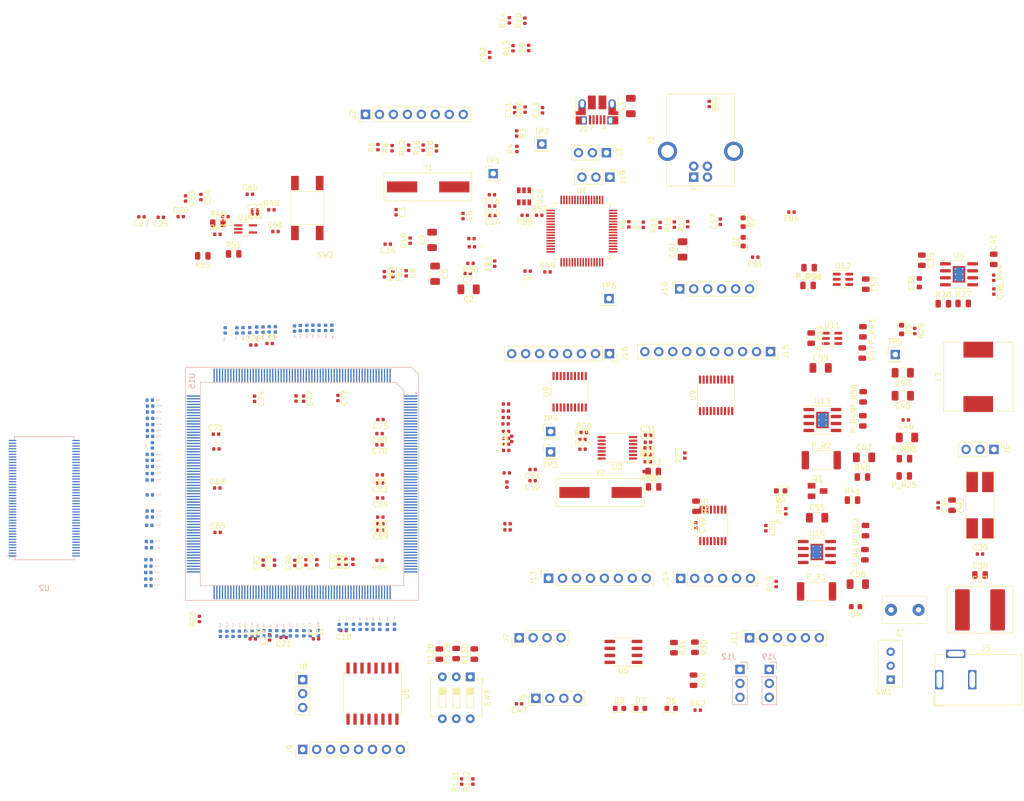
<source format=kicad_pcb>
(kicad_pcb (version 20171130) (host pcbnew 5.1.6-c6e7f7d~86~ubuntu16.04.1)
  (title_block (title Aardonyx) (rev v1.0) (comment 4 "Author:G Nambirajan"))
  (layers (0 F.Cu signal) (1 In1.Cu power) (2 In2.Cu power) (31 B.Cu signal) (34 B.Paste user) (35 F.Paste user) (36 B.SilkS user) (37 F.SilkS user) (38 B.Mask user) (39 F.Mask user) (44 Edge.Cuts user))
  (net 0 "")
  (net 1 GND)
  (net 2 "Net-(C1-Pad1)")
  (net 3 "Net-(C2-Pad2)")
  (net 4 "Net-(C3-Pad1)")
  (net 5 "Net-(C5-Pad1)")
  (net 6 "Net-(C6-Pad1)")
  (net 7 "Net-(C10-Pad1)")
  (net 8 "Net-(C35-Pad1)")
  (net 9 "Net-(C36-Pad1)")
  (net 10 "Net-(C37-Pad1)")
  (net 11 "Net-(C40-Pad2)")
  (net 12 "Net-(C40-Pad1)")
  (net 13 "Net-(C41-Pad2)")
  (net 14 "Net-(C57-Pad1)")
  (net 15 "Net-(C58-Pad1)")
  (net 16 /arduino_header/RESET_AH)
  (net 17 "Net-(C91-Pad1)")
  (net 18 /ftdi/USB_DP)
  (net 19 /ftdi/USB_DM)
  (net 20 "Net-(D3-Pad2)")
  (net 21 "Net-(D4-Pad2)")
  (net 22 "Net-(D5-Pad1)")
  (net 23 "Net-(D5-Pad2)")
  (net 24 "Net-(D6-Pad2)")
  (net 25 "Net-(D7-Pad2)")
  (net 26 "Net-(D8-Pad2)")
  (net 27 "Net-(F1-Pad2)")
  (net 28 GNDA)
  (net 29 "Net-(J2-Pad7)")
  (net 30 /ftdi/TRST)
  (net 31 /ftdi/TMS)
  (net 32 /soc/TD0)
  (net 33 /ftdi/TDI)
  (net 34 /ftdi/TCK)
  (net 35 /ftdi/UART0_RX)
  (net 36 "Net-(J4-Pad3)")
  (net 37 "Net-(J4-Pad2)")
  (net 38 "Net-(J5-Pad1)")
  (net 39 /arduino_header/I2C0_SCL)
  (net 40 /arduino_header/QSPI0_NCS_H)
  (net 41 /arduino_header/QSPI0_NCS_F)
  (net 42 /arduino_header/QSPI0_NCS)
  (net 43 /arduino_header/QSPI0_CLK)
  (net 44 /arduino_header/QSPI0_IO0)
  (net 45 /soc/QSPI0_IO0)
  (net 46 /arduino_header/QSPI0_IO2)
  (net 47 /arduino_header/QSPI0_IO3)
  (net 48 /arduino_header/SPI1_CLK)
  (net 49 /arduino_header/SPI1_MISO)
  (net 50 /arduino_header/SPI1_MOSI)
  (net 51 /soc/SPI1_CLK)
  (net 52 /arduino_header/A7)
  (net 53 /arduino_header/A8)
  (net 54 /arduino_header/IO_14)
  (net 55 /arduino_header/IO_15)
  (net 56 "Net-(J13-Pad8)")
  (net 57 "Net-(J13-Pad1)")
  (net 58 /arduino_header/A0)
  (net 59 /arduino_header/A1)
  (net 60 /arduino_header/A2)
  (net 61 /arduino_header/A3)
  (net 62 /arduino_header/A4)
  (net 63 /arduino_header/A5)
  (net 64 /arduino_header/AH_I2C1_SCL)
  (net 65 /arduino_header/AH_I2C1_SDA)
  (net 66 /arduino_header/AH_IO_13)
  (net 67 /arduino_header/AH_IO_12)
  (net 68 /arduino_header/AH_IO_11)
  (net 69 /arduino_header/AH_IO_10)
  (net 70 /arduino_header/AH_IO_9)
  (net 71 /arduino_header/AH_IO_8)
  (net 72 /arduino_header/AH_IO_7)
  (net 73 /arduino_header/AH_IO_6)
  (net 74 /arduino_header/AH_IO_5)
  (net 75 /arduino_header/AH_IO_4)
  (net 76 /arduino_header/AH_IO_3)
  (net 77 /arduino_header/AH_IO_2)
  (net 78 /arduino_header/AH_IO_1)
  (net 79 /arduino_header/AH_IO_0)
  (net 80 "Net-(J17-Pad4)")
  (net 81 "Net-(P_R1-Pad2)")
  (net 82 "Net-(P_R2-Pad2)")
  (net 83 "Net-(P_R25-Pad2)")
  (net 84 /power_2/V18_REST_EN)
  (net 85 "Net-(P_R39-Pad2)")
  (net 86 "Net-(P_R40-Pad2)")
  (net 87 "Net-(P_R41-Pad2)")
  (net 88 /power_2/V18_EN)
  (net 89 "Net-(P_R49-Pad2)")
  (net 90 "Net-(Q1-Pad1)")
  (net 91 /ftdi/FT_RESET)
  (net 92 "Net-(R2-Pad1)")
  (net 93 "Net-(R3-Pad1)")
  (net 94 "Net-(R4-Pad1)")
  (net 95 "Net-(R21-Pad2)")
  (net 96 "Net-(R22-Pad2)")
  (net 97 /sdram/CLK)
  (net 98 "Net-(R24-Pad2)")
  (net 99 "Net-(R25-Pad1)")
  (net 100 "Net-(R25-Pad2)")
  (net 101 "Net-(R26-Pad2)")
  (net 102 "Net-(R26-Pad1)")
  (net 103 /arduino_header/SPI0_nCS)
  (net 104 "Net-(R36-Pad2)")
  (net 105 "Net-(R37-Pad2)")
  (net 106 "Net-(R38-Pad1)")
  (net 107 "Net-(R39-Pad1)")
  (net 108 /arduino_header/IO_13)
  (net 109 "Net-(R45-Pad2)")
  (net 110 "Net-(R47-Pad2)")
  (net 111 /power_2/RESET_ASIC)
  (net 112 /ftdi/RESET)
  (net 113 /ftdi/PWRSAV)
  (net 114 "Net-(R51-Pad2)")
  (net 115 /power_2/RESET)
  (net 116 "Net-(R57-Pad1)")
  (net 117 "Net-(R58-Pad1)")
  (net 118 /arduino_header/SPI0_CLK)
  (net 119 /arduino_header/SPI0_MISO)
  (net 120 "Net-(R59-Pad1)")
  (net 121 /arduino_header/SPI0_MOSI)
  (net 122 "Net-(R60-Pad1)")
  (net 123 "Net-(R61-Pad1)")
  (net 124 "Net-(R62-Pad1)")
  (net 125 "Net-(R63-Pad1)")
  (net 126 "Net-(R64-Pad1)")
  (net 127 "Net-(R65-Pad1)")
  (net 128 /sdram/SDRAM_A0)
  (net 129 "Net-(R66-Pad1)")
  (net 130 /sdram/SDRAM_A1)
  (net 131 /sdram/SDRAM_A2)
  (net 132 "Net-(R67-Pad1)")
  (net 133 "Net-(R68-Pad1)")
  (net 134 /sdram/SDRAM_A3)
  (net 135 /sdram/SDRAM_A4)
  (net 136 "Net-(R69-Pad1)")
  (net 137 "Net-(R70-Pad1)")
  (net 138 /sdram/SDRAM_A5)
  (net 139 /sdram/SDRAM_A6)
  (net 140 "Net-(R71-Pad1)")
  (net 141 "Net-(R72-Pad1)")
  (net 142 /sdram/SDRAM_A7)
  (net 143 /sdram/SDRAM_A8)
  (net 144 "Net-(R73-Pad1)")
  (net 145 "Net-(R74-Pad1)")
  (net 146 /sdram/SDRAM_A9)
  (net 147 /sdram/SDRAM_A10)
  (net 148 "Net-(R75-Pad1)")
  (net 149 "Net-(R76-Pad1)")
  (net 150 /sdram/SDRAM_A11)
  (net 151 "Net-(R77-Pad1)")
  (net 152 /sdram/SDRAM_A12)
  (net 153 /sdram/SDRAM_DQM0)
  (net 154 "Net-(R78-Pad1)")
  (net 155 "Net-(R79-Pad1)")
  (net 156 /sdram/SDRAM_DQM1)
  (net 157 "Net-(R80-Pad1)")
  (net 158 /sdram/SDRAM_DQM2)
  (net 159 /sdram/SDRAM_DQM3)
  (net 160 "Net-(R81-Pad1)")
  (net 161 /sdram/SDRAM_BA0)
  (net 162 "Net-(R82-Pad1)")
  (net 163 "Net-(R83-Pad1)")
  (net 164 /sdram/SDRAM_BA1)
  (net 165 "Net-(R84-Pad1)")
  (net 166 /sdram/SDRAM_CS)
  (net 167 /sdram/SDRAM_RAS)
  (net 168 "Net-(R85-Pad1)")
  (net 169 "Net-(R86-Pad1)")
  (net 170 /sdram/SDRAM_CAS)
  (net 171 /sdram/SDRAM_WE)
  (net 172 "Net-(R87-Pad1)")
  (net 173 "Net-(R88-Pad1)")
  (net 174 /sdram/SDRAM_CLK)
  (net 175 /sdram/SDRAM_CKE)
  (net 176 "Net-(R89-Pad1)")
  (net 177 "Net-(R90-Pad2)")
  (net 178 "Net-(R91-Pad2)")
  (net 179 "Net-(R92-Pad2)")
  (net 180 "Net-(R93-Pad2)")
  (net 181 "Net-(R94-Pad2)")
  (net 182 "Net-(R95-Pad2)")
  (net 183 /sdram/SDRAM_D0)
  (net 184 "Net-(R96-Pad2)")
  (net 185 "Net-(R97-Pad2)")
  (net 186 /sdram/SDRAM_D1)
  (net 187 /sdram/SDRAM_D2)
  (net 188 "Net-(R98-Pad2)")
  (net 189 "Net-(R99-Pad2)")
  (net 190 /sdram/SDRAM_D3)
  (net 191 /sdram/SDRAM_D4)
  (net 192 "Net-(R100-Pad2)")
  (net 193 "Net-(R101-Pad2)")
  (net 194 /sdram/SDRAM_D5)
  (net 195 /sdram/SDRAM_D6)
  (net 196 "Net-(R102-Pad2)")
  (net 197 "Net-(R103-Pad2)")
  (net 198 /sdram/SDRAM_D7)
  (net 199 /sdram/SDRAM_D8)
  (net 200 "Net-(R104-Pad2)")
  (net 201 "Net-(R105-Pad2)")
  (net 202 /sdram/SDRAM_D9)
  (net 203 /sdram/SDRAM_D10)
  (net 204 "Net-(R106-Pad2)")
  (net 205 /sdram/SDRAM_D11)
  (net 206 "Net-(R107-Pad2)")
  (net 207 "Net-(R108-Pad2)")
  (net 208 /sdram/SDRAM_D12)
  (net 209 /sdram/SDRAM_D13)
  (net 210 "Net-(R109-Pad2)")
  (net 211 "Net-(R110-Pad2)")
  (net 212 /sdram/SDRAM_D14)
  (net 213 /sdram/SDRAM_D15)
  (net 214 "Net-(R111-Pad2)")
  (net 215 /sdram/SDRAM_D16)
  (net 216 "Net-(R112-Pad2)")
  (net 217 /sdram/SDRAM_D17)
  (net 218 "Net-(R113-Pad2)")
  (net 219 /sdram/SDRAM_D18)
  (net 220 "Net-(R114-Pad2)")
  (net 221 "Net-(R115-Pad2)")
  (net 222 /sdram/SDRAM_D19)
  (net 223 "Net-(R116-Pad2)")
  (net 224 /sdram/SDRAM_D20)
  (net 225 /sdram/SDRAM_D21)
  (net 226 "Net-(R117-Pad2)")
  (net 227 "Net-(R118-Pad2)")
  (net 228 /sdram/SDRAM_D22)
  (net 229 /sdram/SDRAM_D23)
  (net 230 "Net-(R119-Pad2)")
  (net 231 /sdram/SDRAM_D24)
  (net 232 "Net-(R120-Pad2)")
  (net 233 "Net-(R121-Pad2)")
  (net 234 /sdram/SDRAM_D25)
  (net 235 /sdram/SDRAM_D26)
  (net 236 "Net-(R122-Pad2)")
  (net 237 "Net-(R123-Pad2)")
  (net 238 /sdram/SDRAM_D27)
  (net 239 "Net-(R124-Pad2)")
  (net 240 /sdram/SDRAM_D28)
  (net 241 "Net-(R125-Pad2)")
  (net 242 /sdram/SDRAM_D29)
  (net 243 "Net-(R126-Pad2)")
  (net 244 /sdram/SDRAM_D30)
  (net 245 /sdram/SDRAM_D31)
  (net 246 "Net-(R127-Pad2)")
  (net 247 /soc/TEST_MODE)
  (net 248 /soc/BOOT_MODE1)
  (net 249 /soc/BOOT_MODE0)
  (net 250 "Net-(R131-Pad2)")
  (net 251 "Net-(TP1-Pad1)")
  (net 252 "Net-(TP2-Pad1)")
  (net 253 "Net-(U1-Pad21)")
  (net 254 "Net-(U1-Pad23)")
  (net 255 "Net-(U1-Pad24)")
  (net 256 "Net-(U1-Pad26)")
  (net 257 "Net-(U1-Pad27)")
  (net 258 "Net-(U1-Pad28)")
  (net 259 "Net-(U1-Pad29)")
  (net 260 "Net-(U1-Pad30)")
  (net 261 "Net-(U1-Pad32)")
  (net 262 "Net-(U1-Pad33)")
  (net 263 "Net-(U1-Pad34)")
  (net 264 "Net-(U1-Pad40)")
  (net 265 "Net-(U1-Pad41)")
  (net 266 "Net-(U1-Pad43)")
  (net 267 "Net-(U1-Pad44)")
  (net 268 "Net-(U1-Pad45)")
  (net 269 "Net-(U1-Pad46)")
  (net 270 "Net-(U1-Pad48)")
  (net 271 "Net-(U1-Pad52)")
  (net 272 "Net-(U1-Pad53)")
  (net 273 "Net-(U1-Pad54)")
  (net 274 "Net-(U1-Pad55)")
  (net 275 "Net-(U1-Pad57)")
  (net 276 "Net-(U1-Pad58)")
  (net 277 "Net-(U1-Pad61)")
  (net 278 "Net-(U1-Pad62)")
  (net 279 "Net-(U1-Pad63)")
  (net 280 "Net-(U2-Pad14)")
  (net 281 "Net-(U2-Pad30)")
  (net 282 "Net-(U2-Pad57)")
  (net 283 "Net-(U2-Pad70)")
  (net 284 "Net-(U2-Pad73)")
  (net 285 "Net-(U3-Pad1)")
  (net 286 "Net-(U3-Pad14)")
  (net 287 "Net-(U5-Pad1)")
  (net 288 "Net-(U6-Pad3)")
  (net 289 "Net-(U6-Pad4)")
  (net 290 "Net-(U6-Pad5)")
  (net 291 "Net-(U6-Pad6)")
  (net 292 "Net-(U6-Pad11)")
  (net 293 "Net-(U6-Pad12)")
  (net 294 "Net-(U6-Pad13)")
  (net 295 "Net-(U6-Pad14)")
  (net 296 /arduino_header/IO_0)
  (net 297 /arduino_header/IO_1)
  (net 298 /arduino_header/IO_2)
  (net 299 /arduino_header/IO_3)
  (net 300 /arduino_header/IO_4)
  (net 301 /arduino_header/IO_5)
  (net 302 /arduino_header/IO_6)
  (net 303 /arduino_header/IO_7)
  (net 304 /arduino_header/I2C1_SDA)
  (net 305 /arduino_header/I2C1_SCL)
  (net 306 /arduino_header/IO_12)
  (net 307 /arduino_header/IO_11)
  (net 308 /arduino_header/IO_10)
  (net 309 /arduino_header/IO_9)
  (net 310 /arduino_header/IO_8)
  (net 311 "Net-(U10-Pad1)")
  (net 312 "Net-(U10-Pad4)")
  (net 313 "Net-(U10-Pad5)")
  (net 314 "Net-(U13-Pad1)")
  (net 315 "Net-(U13-Pad4)")
  (net 316 "Net-(U13-Pad5)")
  (net 317 "Net-(U15-Pad3)")
  (net 318 "Net-(U15-Pad1)")
  (net 319 "Net-(U15-Pad4)")
  (net 320 "Net-(U15-Pad6)")
  (net 321 "Net-(U15-Pad7)")
  (net 322 "Net-(U15-Pad9)")
  (net 323 "Net-(U15-Pad12)")
  (net 324 "Net-(U15-Pad13)")
  (net 325 "Net-(U15-Pad17)")
  (net 326 "Net-(U15-Pad19)")
  (net 327 "Net-(U15-Pad21)")
  (net 328 "Net-(U15-Pad22)")
  (net 329 "Net-(U15-Pad39)")
  (net 330 "Net-(U15-Pad43)")
  (net 331 "Net-(U15-Pad52)")
  (net 332 "Net-(U15-Pad55)")
  (net 333 "Net-(U15-Pad56)")
  (net 334 "Net-(U15-Pad57)")
  (net 335 "Net-(U15-Pad59)")
  (net 336 "Net-(U15-Pad60)")
  (net 337 "Net-(U15-Pad61)")
  (net 338 "Net-(U15-Pad62)")
  (net 339 "Net-(U15-Pad63)")
  (net 340 "Net-(U15-Pad64)")
  (net 341 "Net-(U15-Pad65)")
  (net 342 "Net-(U15-Pad67)")
  (net 343 "Net-(U15-Pad68)")
  (net 344 "Net-(U15-Pad69)")
  (net 345 "Net-(U15-Pad78)")
  (net 346 "Net-(U15-Pad81)")
  (net 347 "Net-(U15-Pad82)")
  (net 348 "Net-(U15-Pad83)")
  (net 349 "Net-(U15-Pad84)")
  (net 350 "Net-(U15-Pad85)")
  (net 351 "Net-(U15-Pad86)")
  (net 352 "Net-(U15-Pad87)")
  (net 353 "Net-(U15-Pad88)")
  (net 354 "Net-(U15-Pad89)")
  (net 355 "Net-(U15-Pad90)")
  (net 356 "Net-(U15-Pad91)")
  (net 357 "Net-(U15-Pad92)")
  (net 358 "Net-(U15-Pad93)")
  (net 359 "Net-(U15-Pad98)")
  (net 360 "Net-(U15-Pad99)")
  (net 361 "Net-(U15-Pad100)")
  (net 362 "Net-(U15-Pad107)")
  (net 363 "Net-(U15-Pad115)")
  (net 364 "Net-(U15-Pad119)")
  (net 365 "Net-(U15-Pad122)")
  (net 366 "Net-(U15-Pad123)")
  (net 367 "Net-(U15-Pad124)")
  (net 368 "Net-(U15-Pad125)")
  (net 369 "Net-(U15-Pad126)")
  (net 370 "Net-(U15-Pad127)")
  (net 371 "Net-(U15-Pad128)")
  (net 372 "Net-(U15-Pad132)")
  (net 373 "Net-(U15-Pad135)")
  (net 374 "Net-(U15-Pad136)")
  (net 375 "Net-(U15-Pad138)")
  (net 376 "Net-(U15-Pad141)")
  (net 377 "Net-(U15-Pad142)")
  (net 378 "Net-(U15-Pad145)")
  (net 379 "Net-(U15-Pad148)")
  (net 380 "Net-(U15-Pad151)")
  (net 381 "Net-(U15-Pad152)")
  (net 382 "Net-(U15-Pad153)")
  (net 383 "Net-(U15-Pad154)")
  (net 384 "Net-(U15-Pad155)")
  (net 385 "Net-(U15-Pad156)")
  (net 386 "Net-(U15-Pad162)")
  (net 387 "Net-(U15-Pad166)")
  (net 388 "Net-(U15-Pad168)")
  (net 389 "Net-(U15-Pad170)")
  (net 390 "Net-(U15-Pad172)")
  (net 391 "Net-(U15-Pad180)")
  (net 392 "Net-(U15-Pad181)")
  (net 393 "Net-(U15-Pad184)")
  (net 394 "Net-(U15-Pad185)")
  (net 395 "Net-(U15-Pad186)")
  (net 396 "Net-(U15-Pad188)")
  (net 397 "Net-(U15-Pad192)")
  (net 398 "Net-(U15-Pad193)")
  (net 399 "Net-(U15-Pad194)")
  (net 400 "Net-(U15-Pad195)")
  (net 401 "Net-(U15-Pad196)")
  (net 402 "Net-(U15-Pad197)")
  (net 403 "Net-(U15-Pad198)")
  (net 404 "Net-(U15-Pad200)")
  (net 405 "Net-(U15-Pad202)")
  (net 406 "Net-(U15-Pad204)")
  (net 407 "Net-(U15-Pad209)")
  (net 408 "Net-(U15-Pad216)")
  (net 409 "Net-(U15-Pad217)")
  (net 410 "Net-(U15-Pad218)")
  (net 411 "Net-(U15-Pad220)")
  (net 412 "Net-(U15-Pad221)")
  (net 413 "Net-(U15-Pad228)")
  (net 414 "Net-(U15-Pad242)")
  (net 415 "Net-(U15-Pad244)")
  (net 416 "Net-(U15-Pad246)")
  (net 417 "Net-(U15-Pad247)")
  (net 418 "Net-(U15-Pad248)")
  (net 419 "Net-(U15-Pad251)")
  (net 420 "Net-(U15-Pad252)")
  (net 421 "Net-(U15-Pad254)")
  (net 422 "Net-(U15-Pad255)")
  (net 423 "Net-(U15-Pad256)")
  (net 424 /ftdi/UART0_TX)
  (net 425 ~)
  (net 426 V3P3)
  (net 427 V5P0)
  (net 428 V1P8)
  (module Connector_PinHeader_2.54mm:PinHeader_1x01_P2.54mm_Vertical (layer F.Cu) (at 192.87 85.585)
    (fp_text reference TP6 (at 0 -2.33) (layer F.SilkS))
    (fp_text value TestPoint)
    (pad 1 thru_hole rect (at 0 0) (size 1.7 1.7) (drill 1) (layers *.Cu *.Mask) (net 91 /ftdi/FT_RESET))
  )
  (module Connector_PinHeader_2.54mm:PinHeader_1x01_P2.54mm_Vertical (layer F.Cu) (at 244.94 95.77)
    (fp_text reference TP5 (at 0 -2.33) (layer F.SilkS))
    (fp_text value TestPoint)
    (pad 1 thru_hole rect (at 0 0) (size 1.7 1.7) (drill 1) (layers *.Cu *.Mask) (net 425 ~))
  )
  (module Connector_PinHeader_2.54mm:PinHeader_1x01_P2.54mm_Vertical (layer F.Cu) (at 182.26 109.78)
    (fp_text reference TP4 (at 0 -2.33) (layer F.SilkS))
    (fp_text value TestPoint)
    (pad 1 thru_hole rect (at 0 0) (size 1.7 1.7) (drill 1) (layers *.Cu *.Mask) (net 102 "Net-(R26-Pad1)"))
  )
  (module Connector_PinHeader_2.54mm:PinHeader_1x01_P2.54mm_Vertical (layer F.Cu) (at 182.25 113.49)
    (fp_text reference TP3 (at -0.03 2.4) (layer F.SilkS))
    (fp_text value TestPoint)
    (pad 1 thru_hole rect (at 0 0) (size 1.7 1.7) (drill 1) (layers *.Cu *.Mask) (net 99 "Net-(R25-Pad1)"))
  )
  (module Connector_PinHeader_2.54mm:PinHeader_1x01_P2.54mm_Vertical (layer F.Cu) (at 180.67 57.465)
    (fp_text reference TP2 (at 0 -2.33) (layer F.SilkS))
    (fp_text value TestPoint)
    (pad 1 thru_hole rect (at 0 0) (size 1.7 1.7) (drill 1) (layers *.Cu *.Mask) (net 252 "Net-(TP2-Pad1)"))
  )
  (module Connector_PinHeader_2.54mm:PinHeader_1x01_P2.54mm_Vertical (layer F.Cu) (at 171.815 62.84)
    (fp_text reference TP1 (at 0 -2.33) (layer F.SilkS))
    (fp_text value TestPoint)
    (pad 1 thru_hole rect (at 0 0) (size 1.7 1.7) (drill 1) (layers *.Cu *.Mask) (net 251 "Net-(TP1-Pad1)"))
  )
  (module Aardonyx:L_Laird_L9.55_W2.84 (layer F.Cu) (at 260.35 123.19 90)
    (fp_text reference L1 (at 0 -4.0005 90) (layer F.SilkS))
    (fp_text value CM3421Y600R-10)
    (pad 4 smd rect (at 4.21 -1.4225 90) (size 3.66 2.085) (layers F.Cu F.Paste F.Mask) (net 425 ~))
    (pad 3 smd rect (at 4.21 1.4225 90) (size 3.66 2.085) (layers F.Cu F.Paste F.Mask) (net 1 GND))
    (pad 1 smd rect (at -4.21 -1.4225 90) (size 3.66 2.085) (layers F.Cu F.Paste F.Mask) (net 10 "Net-(C37-Pad1)"))
    (pad 2 smd rect (at -4.21 1.4225 90) (size 3.66 2.085) (layers F.Cu F.Paste F.Mask) (net 1 GND))
  )
  (module Aardonyx:Crystal_SMD_ROHS_CSM_7XDN_HandSoldering (layer F.Cu) (at 191.346 120.874)
    (fp_text reference Y2 (at 0 -3.55) (layer F.SilkS))
    (fp_text value 27MHz)
    (pad 2 smd rect (at 4.75 0) (size 5.5 2) (layers F.Cu F.Paste F.Mask) (net 285 "Net-(U3-Pad1)"))
    (pad 1 smd rect (at -4.75 0) (size 5.5 2) (layers F.Cu F.Paste F.Mask) (net 286 "Net-(U3-Pad14)"))
  )
  (module Aardonyx:Crystal_SMD_ROHS_CSM_7XDN_HandSoldering (layer F.Cu) (at 159.985 65.27)
    (fp_text reference Y1 (at 0 -3.55) (layer F.SilkS))
    (fp_text value 12MHz)
    (pad 2 smd rect (at 4.75 0) (size 5.5 2) (layers F.Cu F.Paste F.Mask) (net 6 "Net-(C6-Pad1)"))
    (pad 1 smd rect (at -4.75 0) (size 5.5 2) (layers F.Cu F.Paste F.Mask) (net 4 "Net-(C3-Pad1)"))
  )
  (module Aardonyx:SKT32E_IITM (layer B.Cu) (at 137.06 119.32 270)
    (fp_text reference U15 (at -18.74 20.03 270) (layer B.SilkS) (effects (justify mirror)))
    (fp_text value SKT32E)
    (pad 256 smd rect (at -18.5 -16.002) (size 0.24 2.5) (drill (offset 0 -1.25)) (layers B.Cu B.Paste B.Mask) (net 423 "Net-(U15-Pad256)"))
    (pad 255 smd rect (at -18.5 -15.494) (size 0.24 2.5) (drill (offset 0 -1.25)) (layers B.Cu B.Paste B.Mask) (net 422 "Net-(U15-Pad255)"))
    (pad 254 smd rect (at -18.5 -14.986) (size 0.24 2.5) (drill (offset 0 -1.25)) (layers B.Cu B.Paste B.Mask) (net 421 "Net-(U15-Pad254)"))
    (pad 253 smd rect (at -18.5 -14.478) (size 0.24 2.5) (drill (offset 0 -1.25)) (layers B.Cu B.Paste B.Mask) (net 309 /arduino_header/IO_9))
    (pad 252 smd rect (at -18.5 -13.97) (size 0.24 2.5) (drill (offset 0 -1.25)) (layers B.Cu B.Paste B.Mask) (net 420 "Net-(U15-Pad252)"))
    (pad 251 smd rect (at -18.5 -13.462) (size 0.24 2.5) (drill (offset 0 -1.25)) (layers B.Cu B.Paste B.Mask) (net 419 "Net-(U15-Pad251)"))
    (pad 250 smd rect (at -18.5 -12.954) (size 0.24 2.5) (drill (offset 0 -1.25)) (layers B.Cu B.Paste B.Mask) (net 310 /arduino_header/IO_8))
    (pad 249 smd rect (at -18.5 -12.446) (size 0.24 2.5) (drill (offset 0 -1.25)) (layers B.Cu B.Paste B.Mask) (net 303 /arduino_header/IO_7))
    (pad 248 smd rect (at -18.5 -11.938) (size 0.24 2.5) (drill (offset 0 -1.25)) (layers B.Cu B.Paste B.Mask) (net 418 "Net-(U15-Pad248)"))
    (pad 247 smd rect (at -18.5 -11.43) (size 0.24 2.5) (drill (offset 0 -1.25)) (layers B.Cu B.Paste B.Mask) (net 417 "Net-(U15-Pad247)"))
    (pad 246 smd rect (at -18.5 -10.922) (size 0.24 2.5) (drill (offset 0 -1.25)) (layers B.Cu B.Paste B.Mask Eco2.User) (net 416 "Net-(U15-Pad246)"))
    (pad 245 smd rect (at -18.5 -10.414) (size 0.24 2.5) (drill (offset 0 -1.25)) (layers B.Cu B.Paste B.Mask) (net 302 /arduino_header/IO_6))
    (pad 244 smd rect (at -18.5 -9.906) (size 0.24 2.5) (drill (offset 0 -1.25)) (layers B.Cu B.Paste B.Mask) (net 415 "Net-(U15-Pad244)"))
    (pad 243 smd rect (at -18.5 -9.398) (size 0.24 2.5) (drill (offset 0 -1.25)) (layers B.Cu B.Paste B.Mask) (net 301 /arduino_header/IO_5))
    (pad 242 smd rect (at -18.5 -8.89) (size 0.24 2.5) (drill (offset 0 -1.25)) (layers B.Cu B.Paste B.Mask) (net 414 "Net-(U15-Pad242)"))
    (pad 241 smd rect (at -18.5 -8.382) (size 0.24 2.5) (drill (offset 0 -1.25)) (layers B.Cu B.Paste B.Mask) (net 300 /arduino_header/IO_4))
    (pad 240 smd rect (at -18.5 -7.874) (size 0.24 2.5) (drill (offset 0 -1.25)) (layers B.Cu B.Paste B.Mask) (net 299 /arduino_header/IO_3))
    (pad 239 smd rect (at -18.5 -7.366) (size 0.24 2.5) (drill (offset 0 -1.25)) (layers B.Cu B.Paste B.Mask) (net 298 /arduino_header/IO_2))
    (pad 238 smd rect (at -18.5 -6.858) (size 0.24 2.5) (drill (offset 0 -1.25)) (layers B.Cu B.Paste B.Mask) (net 1 GND))
    (pad 237 smd rect (at -18.5 -6.35) (size 0.24 2.5) (drill (offset 0 -1.25)) (layers B.Cu B.Paste B.Mask) (net 428 V1P8))
    (pad 236 smd rect (at -18.5 -5.842) (size 0.24 2.5) (drill (offset 0 -1.25)) (layers B.Cu B.Paste B.Mask) (net 297 /arduino_header/IO_1))
    (pad 235 smd rect (at -18.5 -5.334) (size 0.24 2.5) (drill (offset 0 -1.25)) (layers B.Cu B.Paste B.Mask) (net 296 /arduino_header/IO_0))
    (pad 234 smd rect (at -18.5 -4.826) (size 0.24 2.5) (drill (offset 0 -1.25)) (layers B.Cu B.Paste B.Mask) (net 428 V1P8))
    (pad 233 smd rect (at -18.5 -4.318) (size 0.24 2.5) (drill (offset 0 -1.25)) (layers B.Cu B.Paste B.Mask) (net 173 "Net-(R88-Pad1)"))
    (pad 232 smd rect (at -18.5 -3.81) (size 0.24 2.5) (drill (offset 0 -1.25)) (layers B.Cu B.Paste B.Mask) (net 176 "Net-(R89-Pad1)"))
    (pad 231 smd rect (at -18.5 -3.302) (size 0.24 2.5) (drill (offset 0 -1.25)) (layers B.Cu B.Paste B.Mask) (net 162 "Net-(R82-Pad1)"))
    (pad 230 smd rect (at -18.5 -2.794) (size 0.24 2.5) (drill (offset 0 -1.25)) (layers B.Cu B.Paste B.Mask) (net 163 "Net-(R83-Pad1)"))
    (pad 229 smd rect (at -18.5 -2.286) (size 0.24 2.5) (drill (offset 0 -1.25)) (layers B.Cu B.Paste B.Mask) (net 154 "Net-(R78-Pad1)"))
    (pad 228 smd rect (at -18.5 -1.778) (size 0.24 2.5) (drill (offset 0 -1.25)) (layers B.Cu B.Paste B.Mask) (net 413 "Net-(U15-Pad228)"))
    (pad 227 smd rect (at -18.5 -1.27) (size 0.24 2.5) (drill (offset 0 -1.25)) (layers B.Cu B.Paste B.Mask) (net 155 "Net-(R79-Pad1)"))
    (pad 226 smd rect (at -18.5 -0.762) (size 0.24 2.5) (drill (offset 0 -1.25)) (layers B.Cu B.Paste B.Mask) (net 157 "Net-(R80-Pad1)"))
    (pad 225 smd rect (at -18.5 -0.254) (size 0.24 2.5) (drill (offset 0 -1.25)) (layers B.Cu B.Paste B.Mask) (net 1 GND))
    (pad 224 smd rect (at -18.5 0.254) (size 0.24 2.5) (drill (offset 0 -1.25)) (layers B.Cu B.Paste B.Mask) (net 426 V3P3))
    (pad 223 smd rect (at -18.5 0.762) (size 0.24 2.5) (drill (offset 0 -1.25)) (layers B.Cu B.Paste B.Mask) (net 1 GND))
    (pad 222 smd rect (at -18.5 1.27) (size 0.24 2.5) (drill (offset 0 -1.25)) (layers B.Cu B.Paste B.Mask) (net 428 V1P8))
    (pad 221 smd rect (at -18.5 1.778) (size 0.24 2.5) (drill (offset 0 -1.25)) (layers B.Cu B.Paste B.Mask) (net 412 "Net-(U15-Pad221)"))
    (pad 220 smd rect (at -18.5 2.286) (size 0.24 2.5) (drill (offset 0 -1.25)) (layers B.Cu B.Paste B.Mask) (net 411 "Net-(U15-Pad220)"))
    (pad 219 smd rect (at -18.5 2.794) (size 0.24 2.5) (drill (offset 0 -1.25)) (layers B.Cu B.Paste B.Mask) (net 428 V1P8))
    (pad 218 smd rect (at -18.5 3.302) (size 0.24 2.5) (drill (offset 0 -1.25)) (layers B.Cu B.Paste B.Mask) (net 410 "Net-(U15-Pad218)"))
    (pad 217 smd rect (at -18.5 3.81) (size 0.24 2.5) (drill (offset 0 -1.25)) (layers B.Cu B.Paste B.Mask) (net 409 "Net-(U15-Pad217)"))
    (pad 216 smd rect (at -18.5 4.318) (size 0.24 2.5) (drill (offset 0 -1.25)) (layers B.Cu B.Paste B.Mask) (net 408 "Net-(U15-Pad216)"))
    (pad 215 smd rect (at -18.5 4.826) (size 0.24 2.5) (drill (offset 0 -1.25)) (layers B.Cu B.Paste B.Mask) (net 160 "Net-(R81-Pad1)"))
    (pad 214 smd rect (at -18.5 5.334) (size 0.24 2.5) (drill (offset 0 -1.25)) (layers B.Cu B.Paste B.Mask) (net 172 "Net-(R87-Pad1)"))
    (pad 213 smd rect (at -18.5 5.842) (size 0.24 2.5) (drill (offset 0 -1.25)) (layers B.Cu B.Paste B.Mask) (net 169 "Net-(R86-Pad1)"))
    (pad 212 smd rect (at -18.5 6.35) (size 0.24 2.5) (drill (offset 0 -1.25)) (layers B.Cu B.Paste B.Mask) (net 168 "Net-(R85-Pad1)"))
    (pad 211 smd rect (at -18.5 6.858) (size 0.24 2.5) (drill (offset 0 -1.25)) (layers B.Cu B.Paste B.Mask) (net 428 V1P8))
    (pad 210 smd rect (at -18.5 7.366) (size 0.24 2.5) (drill (offset 0 -1.25)) (layers B.Cu B.Paste B.Mask) (net 428 V1P8))
    (pad 209 smd rect (at -18.5 7.874) (size 0.24 2.5) (drill (offset 0 -1.25)) (layers B.Cu B.Paste B.Mask) (net 407 "Net-(U15-Pad209)"))
    (pad 208 smd rect (at -18.5 8.382) (size 0.24 2.5) (drill (offset 0 -1.25)) (layers B.Cu B.Paste B.Mask) (net 1 GND))
    (pad 207 smd rect (at -18.5 8.89) (size 0.24 2.5) (drill (offset 0 -1.25)) (layers B.Cu B.Paste B.Mask) (net 426 V3P3))
    (pad 206 smd rect (at -18.5 9.398) (size 0.24 2.5) (drill (offset 0 -1.25)) (layers B.Cu B.Paste B.Mask) (net 1 GND))
    (pad 205 smd rect (at -18.5 9.906) (size 0.24 2.5) (drill (offset 0 -1.25)) (layers B.Cu B.Paste B.Mask) (net 165 "Net-(R84-Pad1)"))
    (pad 204 smd rect (at -18.5 10.414) (size 0.24 2.5) (drill (offset 0 -1.25)) (layers B.Cu B.Paste B.Mask) (net 406 "Net-(U15-Pad204)"))
    (pad 203 smd rect (at -18.5 10.922) (size 0.24 2.5) (drill (offset 0 -1.25)) (layers B.Cu B.Paste B.Mask) (net 184 "Net-(R96-Pad2)"))
    (pad 202 smd rect (at -18.5 11.43) (size 0.24 2.5) (drill (offset 0 -1.25)) (layers B.Cu B.Paste B.Mask) (net 405 "Net-(U15-Pad202)"))
    (pad 201 smd rect (at -18.5 11.938) (size 0.24 2.5) (drill (offset 0 -1.25)) (layers B.Cu B.Paste B.Mask) (net 185 "Net-(R97-Pad2)"))
    (pad 200 smd rect (at -18.5 12.446) (size 0.24 2.5) (drill (offset 0 -1.25)) (layers B.Cu B.Paste B.Mask) (net 404 "Net-(U15-Pad200)"))
    (pad 199 smd rect (at -18.5 12.954) (size 0.24 2.5) (drill (offset 0 -1.25)) (layers B.Cu B.Paste B.Mask) (net 188 "Net-(R98-Pad2)"))
    (pad 198 smd rect (at -18.5 13.462) (size 0.24 2.5) (drill (offset 0 -1.25)) (layers B.Cu B.Paste B.Mask) (net 403 "Net-(U15-Pad198)"))
    (pad 197 smd rect (at -18.5 13.97) (size 0.24 2.5) (drill (offset 0 -1.25)) (layers B.Cu B.Paste B.Mask) (net 402 "Net-(U15-Pad197)"))
    (pad 196 smd rect (at -18.5 14.478) (size 0.24 2.5) (drill (offset 0 -1.25)) (layers B.Cu B.Paste B.Mask) (net 401 "Net-(U15-Pad196)"))
    (pad 195 smd rect (at -18.5 14.986) (size 0.24 2.5) (drill (offset 0 -1.25)) (layers B.Cu B.Paste B.Mask) (net 400 "Net-(U15-Pad195)"))
    (pad 194 smd rect (at -18.5 15.494) (size 0.24 2.5) (drill (offset 0 -1.25)) (layers B.Cu B.Paste B.Mask) (net 399 "Net-(U15-Pad194)"))
    (pad 193 smd rect (at -18.5 16.002) (size 0.24 2.5) (drill (offset 0 -1.25)) (layers B.Cu B.Paste B.Mask) (net 398 "Net-(U15-Pad193)"))
    (pad 192 smd rect (at -16.002 18.5 90) (size 0.24 2.5) (drill (offset 0 -1.25)) (layers B.Cu B.Paste B.Mask) (net 397 "Net-(U15-Pad192)"))
    (pad 191 smd rect (at -15.494 18.5 90) (size 0.24 2.5) (drill (offset 0 -1.25)) (layers B.Cu B.Paste B.Mask) (net 189 "Net-(R99-Pad2)"))
    (pad 190 smd rect (at -14.986 18.5 90) (size 0.24 2.5) (drill (offset 0 -1.25)) (layers B.Cu B.Paste B.Mask) (net 192 "Net-(R100-Pad2)"))
    (pad 189 smd rect (at -14.478 18.5 90) (size 0.24 2.5) (drill (offset 0 -1.25)) (layers B.Cu B.Paste B.Mask) (net 428 V1P8))
    (pad 188 smd rect (at -13.97 18.5 90) (size 0.24 2.5) (drill (offset 0 -1.25)) (layers B.Cu B.Paste B.Mask) (net 396 "Net-(U15-Pad188)"))
    (pad 187 smd rect (at -13.462 18.5 90) (size 0.24 2.5) (drill (offset 0 -1.25)) (layers B.Cu B.Paste B.Mask) (net 193 "Net-(R101-Pad2)"))
    (pad 186 smd rect (at -12.954 18.5 90) (size 0.24 2.5) (drill (offset 0 -1.25)) (layers B.Cu B.Paste B.Mask) (net 395 "Net-(U15-Pad186)"))
    (pad 185 smd rect (at -12.446 18.5 90) (size 0.24 2.5) (drill (offset 0 -1.25)) (layers B.Cu B.Paste B.Mask) (net 394 "Net-(U15-Pad185)"))
    (pad 184 smd rect (at -11.938 18.5 90) (size 0.24 2.5) (drill (offset 0 -1.25)) (layers B.Cu B.Paste B.Mask) (net 393 "Net-(U15-Pad184)"))
    (pad 183 smd rect (at -11.43 18.5 90) (size 0.24 2.5) (drill (offset 0 -1.25)) (layers B.Cu B.Paste B.Mask) (net 196 "Net-(R102-Pad2)"))
    (pad 182 smd rect (at -10.922 18.5 90) (size 0.24 2.5) (drill (offset 0 -1.25)) (layers B.Cu B.Paste B.Mask) (net 197 "Net-(R103-Pad2)"))
    (pad 181 smd rect (at -10.414 18.5 90) (size 0.24 2.5) (drill (offset 0 -1.25)) (layers B.Cu B.Paste B.Mask) (net 392 "Net-(U15-Pad181)"))
    (pad 180 smd rect (at -9.906 18.5 90) (size 0.24 2.5) (drill (offset 0 -1.25)) (layers B.Cu B.Paste B.Mask) (net 391 "Net-(U15-Pad180)"))
    (pad 179 smd rect (at -9.398 18.5 90) (size 0.24 2.5) (drill (offset 0 -1.25)) (layers B.Cu B.Paste B.Mask) (net 200 "Net-(R104-Pad2)"))
    (pad 178 smd rect (at -8.89 18.5 90) (size 0.24 2.5) (drill (offset 0 -1.25)) (layers B.Cu B.Paste B.Mask) (net 201 "Net-(R105-Pad2)"))
    (pad 177 smd rect (at -8.382 18.5 90) (size 0.24 2.5) (drill (offset 0 -1.25)) (layers B.Cu B.Paste B.Mask) (net 428 V1P8))
    (pad 176 smd rect (at -7.874 18.5 90) (size 0.24 2.5) (drill (offset 0 -1.25)) (layers B.Cu B.Paste B.Mask) (net 1 GND))
    (pad 175 smd rect (at -7.366 18.5 90) (size 0.24 2.5) (drill (offset 0 -1.25)) (layers B.Cu B.Paste B.Mask) (net 426 V3P3))
    (pad 174 smd rect (at -6.858 18.5 90) (size 0.24 2.5) (drill (offset 0 -1.25)) (layers B.Cu B.Paste B.Mask) (net 1 GND))
    (pad 173 smd rect (at -6.35 18.5 90) (size 0.24 2.5) (drill (offset 0 -1.25)) (layers B.Cu B.Paste B.Mask) (net 428 V1P8))
    (pad 172 smd rect (at -5.842 18.5 90) (size 0.24 2.5) (drill (offset 0 -1.25)) (layers B.Cu B.Paste B.Mask) (net 390 "Net-(U15-Pad172)"))
    (pad 171 smd rect (at -5.334 18.5 90) (size 0.24 2.5) (drill (offset 0 -1.25)) (layers B.Cu B.Paste B.Mask) (net 204 "Net-(R106-Pad2)"))
    (pad 170 smd rect (at -4.826 18.5 90) (size 0.24 2.5) (drill (offset 0 -1.25)) (layers B.Cu B.Paste B.Mask) (net 389 "Net-(U15-Pad170)"))
    (pad 169 smd rect (at -4.318 18.5 90) (size 0.24 2.5) (drill (offset 0 -1.25)) (layers B.Cu B.Paste B.Mask) (net 206 "Net-(R107-Pad2)"))
    (pad 168 smd rect (at -3.81 18.5 90) (size 0.24 2.5) (drill (offset 0 -1.25)) (layers B.Cu B.Paste B.Mask) (net 388 "Net-(U15-Pad168)"))
    (pad 167 smd rect (at -3.302 18.5 90) (size 0.24 2.5) (drill (offset 0 -1.25)) (layers B.Cu B.Paste B.Mask) (net 207 "Net-(R108-Pad2)"))
    (pad 166 smd rect (at -2.794 18.5 90) (size 0.24 2.5) (drill (offset 0 -1.25)) (layers B.Cu B.Paste B.Mask) (net 387 "Net-(U15-Pad166)"))
    (pad 165 smd rect (at -2.286 18.5 90) (size 0.24 2.5) (drill (offset 0 -1.25)) (layers B.Cu B.Paste B.Mask) (net 428 V1P8))
    (pad 164 smd rect (at -1.778 18.5 90) (size 0.24 2.5) (drill (offset 0 -1.25)) (layers B.Cu B.Paste B.Mask) (net 210 "Net-(R109-Pad2)"))
    (pad 163 smd rect (at -1.27 18.5 90) (size 0.24 2.5) (drill (offset 0 -1.25)) (layers B.Cu B.Paste B.Mask) (net 211 "Net-(R110-Pad2)"))
    (pad 162 smd rect (at -0.762 18.5 90) (size 0.24 2.5) (drill (offset 0 -1.25)) (layers B.Cu B.Paste B.Mask) (net 386 "Net-(U15-Pad162)"))
    (pad 161 smd rect (at -0.254 18.5 90) (size 0.24 2.5) (drill (offset 0 -1.25)) (layers B.Cu B.Paste B.Mask) (net 1 GND))
    (pad 160 smd rect (at 0.254 18.5 90) (size 0.24 2.5) (drill (offset 0 -1.25)) (layers B.Cu B.Paste B.Mask) (net 426 V3P3))
    (pad 159 smd rect (at 0.762 18.5 90) (size 0.24 2.5) (drill (offset 0 -1.25)) (layers B.Cu B.Paste B.Mask) (net 1 GND))
    (pad 158 smd rect (at 1.27 18.5 90) (size 0.24 2.5) (drill (offset 0 -1.25)) (layers B.Cu B.Paste B.Mask) (net 428 V1P8))
    (pad 157 smd rect (at 1.778 18.5 90) (size 0.24 2.5) (drill (offset 0 -1.25)) (layers B.Cu B.Paste B.Mask) (net 214 "Net-(R111-Pad2)"))
    (pad 156 smd rect (at 2.286 18.5 90) (size 0.24 2.5) (drill (offset 0 -1.25)) (layers B.Cu B.Paste B.Mask) (net 385 "Net-(U15-Pad156)"))
    (pad 155 smd rect (at 2.794 18.5 90) (size 0.24 2.5) (drill (offset 0 -1.25)) (layers B.Cu B.Paste B.Mask) (net 384 "Net-(U15-Pad155)"))
    (pad 154 smd rect (at 3.302 18.5 90) (size 0.24 2.5) (drill (offset 0 -1.25)) (layers B.Cu B.Paste B.Mask) (net 383 "Net-(U15-Pad154)"))
    (pad 153 smd rect (at 3.81 18.5 90) (size 0.24 2.5) (drill (offset 0 -1.25)) (layers B.Cu B.Paste B.Mask) (net 382 "Net-(U15-Pad153)"))
    (pad 152 smd rect (at 4.318 18.5 90) (size 0.24 2.5) (drill (offset 0 -1.25)) (layers B.Cu B.Paste B.Mask) (net 381 "Net-(U15-Pad152)"))
    (pad 151 smd rect (at 4.826 18.5 90) (size 0.24 2.5) (drill (offset 0 -1.25)) (layers B.Cu B.Paste B.Mask) (net 380 "Net-(U15-Pad151)"))
    (pad 150 smd rect (at 5.334 18.5 90) (size 0.24 2.5) (drill (offset 0 -1.25)) (layers B.Cu B.Paste B.Mask) (net 216 "Net-(R112-Pad2)"))
    (pad 149 smd rect (at 5.842 18.5 90) (size 0.24 2.5) (drill (offset 0 -1.25)) (layers B.Cu B.Paste B.Mask) (net 218 "Net-(R113-Pad2)"))
    (pad 148 smd rect (at 6.35 18.5 90) (size 0.24 2.5) (drill (offset 0 -1.25)) (layers B.Cu B.Paste B.Mask) (net 379 "Net-(U15-Pad148)"))
    (pad 147 smd rect (at 6.858 18.5 90) (size 0.24 2.5) (drill (offset 0 -1.25)) (layers B.Cu B.Paste B.Mask) (net 428 V1P8))
    (pad 146 smd rect (at 7.366 18.5 90) (size 0.24 2.5) (drill (offset 0 -1.25)) (layers B.Cu B.Paste B.Mask) (net 220 "Net-(R114-Pad2)"))
    (pad 145 smd rect (at 7.874 18.5 90) (size 0.24 2.5) (drill (offset 0 -1.25)) (layers B.Cu B.Paste B.Mask) (net 378 "Net-(U15-Pad145)"))
    (pad 144 smd rect (at 8.382 18.5 90) (size 0.24 2.5) (drill (offset 0 -1.25)) (layers B.Cu B.Paste B.Mask) (net 1 GND))
    (pad 143 smd rect (at 8.89 18.5 90) (size 0.24 2.5) (drill (offset 0 -1.25)) (layers B.Cu B.Paste B.Mask) (net 426 V3P3))
    (pad 142 smd rect (at 9.398 18.5 90) (size 0.24 2.5) (drill (offset 0 -1.25)) (layers B.Cu B.Paste B.Mask) (net 377 "Net-(U15-Pad142)"))
    (pad 141 smd rect (at 9.906 18.5 90) (size 0.24 2.5) (drill (offset 0 -1.25)) (layers B.Cu B.Paste B.Mask) (net 376 "Net-(U15-Pad141)"))
    (pad 140 smd rect (at 10.414 18.5 90) (size 0.24 2.5) (drill (offset 0 -1.25)) (layers B.Cu B.Paste B.Mask) (net 223 "Net-(R116-Pad2)"))
    (pad 139 smd rect (at 10.922 18.5 90) (size 0.24 2.5) (drill (offset 0 -1.25)) (layers B.Cu B.Paste B.Mask) (net 221 "Net-(R115-Pad2)"))
    (pad 138 smd rect (at 11.43 18.5 90) (size 0.24 2.5) (drill (offset 0 -1.25)) (layers B.Cu B.Paste B.Mask) (net 375 "Net-(U15-Pad138)"))
    (pad 137 smd rect (at 11.938 18.5 90) (size 0.24 2.5) (drill (offset 0 -1.25)) (layers B.Cu B.Paste B.Mask) (net 428 V1P8))
    (pad 136 smd rect (at 12.446 18.5 90) (size 0.24 2.5) (drill (offset 0 -1.25)) (layers B.Cu B.Paste B.Mask) (net 374 "Net-(U15-Pad136)"))
    (pad 135 smd rect (at 12.954 18.5 90) (size 0.24 2.5) (drill (offset 0 -1.25)) (layers B.Cu B.Paste B.Mask) (net 373 "Net-(U15-Pad135)"))
    (pad 134 smd rect (at 13.462 18.5 90) (size 0.24 2.5) (drill (offset 0 -1.25)) (layers B.Cu B.Paste B.Mask) (net 226 "Net-(R117-Pad2)"))
    (pad 133 smd rect (at 13.97 18.5 90) (size 0.24 2.5) (drill (offset 0 -1.25)) (layers B.Cu B.Paste B.Mask) (net 227 "Net-(R118-Pad2)"))
    (pad 132 smd rect (at 14.478 18.5 90) (size 0.24 2.5) (drill (offset 0 -1.25)) (layers B.Cu B.Paste B.Mask) (net 372 "Net-(U15-Pad132)"))
    (pad 131 smd rect (at 14.986 18.5 90) (size 0.24 2.5) (drill (offset 0 -1.25)) (layers B.Cu B.Paste B.Mask) (net 232 "Net-(R120-Pad2)"))
    (pad 130 smd rect (at 15.494 18.5 90) (size 0.24 2.5) (drill (offset 0 -1.25)) (layers B.Cu B.Paste B.Mask) (net 233 "Net-(R121-Pad2)"))
    (pad 129 smd rect (at 16.002 18.5 90) (size 0.24 2.5) (drill (offset 0 -1.25)) (layers B.Cu B.Paste B.Mask) (net 230 "Net-(R119-Pad2)"))
    (pad 128 smd rect (at 18.5 16.002 180) (size 0.24 2.5) (drill (offset 0 -1.25)) (layers B.Cu B.Paste B.Mask) (net 371 "Net-(U15-Pad128)"))
    (pad 127 smd rect (at 18.5 15.494 180) (size 0.24 2.5) (drill (offset 0 -1.25)) (layers B.Cu B.Paste B.Mask) (net 370 "Net-(U15-Pad127)"))
    (pad 126 smd rect (at 18.5 14.986 180) (size 0.24 2.5) (drill (offset 0 -1.25)) (layers B.Cu B.Paste B.Mask) (net 369 "Net-(U15-Pad126)"))
    (pad 125 smd rect (at 18.5 14.478 180) (size 0.24 2.5) (drill (offset 0 -1.25)) (layers B.Cu B.Paste B.Mask) (net 368 "Net-(U15-Pad125)"))
    (pad 124 smd rect (at 18.5 13.97 180) (size 0.24 2.5) (drill (offset 0 -1.25)) (layers B.Cu B.Paste B.Mask) (net 367 "Net-(U15-Pad124)"))
    (pad 123 smd rect (at 18.5 13.462 180) (size 0.24 2.5) (drill (offset 0 -1.25)) (layers B.Cu B.Paste B.Mask) (net 366 "Net-(U15-Pad123)"))
    (pad 122 smd rect (at 18.5 12.954 180) (size 0.24 2.5) (drill (offset 0 -1.25)) (layers B.Cu B.Paste B.Mask) (net 365 "Net-(U15-Pad122)"))
    (pad 121 smd rect (at 18.5 12.446 180) (size 0.24 2.5) (drill (offset 0 -1.25)) (layers B.Cu B.Paste B.Mask) (net 236 "Net-(R122-Pad2)"))
    (pad 120 smd rect (at 18.5 11.938 180) (size 0.24 2.5) (drill (offset 0 -1.25)) (layers B.Cu B.Paste B.Mask) (net 237 "Net-(R123-Pad2)"))
    (pad 119 smd rect (at 18.5 11.43 180) (size 0.24 2.5) (drill (offset 0 -1.25)) (layers B.Cu B.Paste B.Mask) (net 364 "Net-(U15-Pad119)"))
    (pad 118 smd rect (at 18.5 10.922 180) (size 0.24 2.5) (drill (offset 0 -1.25)) (layers B.Cu B.Paste B.Mask) (net 239 "Net-(R124-Pad2)"))
    (pad 117 smd rect (at 18.5 10.414 180) (size 0.24 2.5) (drill (offset 0 -1.25)) (layers B.Cu B.Paste B.Mask) (net 241 "Net-(R125-Pad2)"))
    (pad 116 smd rect (at 18.5 9.906 180) (size 0.24 2.5) (drill (offset 0 -1.25)) (layers B.Cu B.Paste B.Mask) (net 243 "Net-(R126-Pad2)"))
    (pad 115 smd rect (at 18.5 9.398 180) (size 0.24 2.5) (drill (offset 0 -1.25)) (layers B.Cu B.Paste B.Mask) (net 363 "Net-(U15-Pad115)"))
    (pad 114 smd rect (at 18.5 8.89 180) (size 0.24 2.5) (drill (offset 0 -1.25)) (layers B.Cu B.Paste B.Mask) (net 246 "Net-(R127-Pad2)"))
    (pad 113 smd rect (at 18.5 8.382 180) (size 0.24 2.5) (drill (offset 0 -1.25)) (layers B.Cu B.Paste B.Mask) (net 127 "Net-(R65-Pad1)"))
    (pad 112 smd rect (at 18.5 7.874 180) (size 0.24 2.5) (drill (offset 0 -1.25)) (layers B.Cu B.Paste B.Mask) (net 129 "Net-(R66-Pad1)"))
    (pad 111 smd rect (at 18.5 7.366 180) (size 0.24 2.5) (drill (offset 0 -1.25)) (layers B.Cu B.Paste B.Mask) (net 132 "Net-(R67-Pad1)"))
    (pad 110 smd rect (at 18.5 6.858 180) (size 0.24 2.5) (drill (offset 0 -1.25)) (layers B.Cu B.Paste B.Mask) (net 1 GND))
    (pad 109 smd rect (at 18.5 6.35 180) (size 0.24 2.5) (drill (offset 0 -1.25)) (layers B.Cu B.Paste B.Mask) (net 428 V1P8))
    (pad 108 smd rect (at 18.5 5.842 180) (size 0.24 2.5) (drill (offset 0 -1.25)) (layers B.Cu B.Paste B.Mask) (net 133 "Net-(R68-Pad1)"))
    (pad 107 smd rect (at 18.5 5.334 180) (size 0.24 2.5) (drill (offset 0 -1.25)) (layers B.Cu B.Paste B.Mask) (net 362 "Net-(U15-Pad107)"))
    (pad 106 smd rect (at 18.5 4.826 180) (size 0.24 2.5) (drill (offset 0 -1.25)) (layers B.Cu B.Paste B.Mask) (net 136 "Net-(R69-Pad1)"))
    (pad 105 smd rect (at 18.5 4.318 180) (size 0.24 2.5) (drill (offset 0 -1.25)) (layers B.Cu B.Paste B.Mask) (net 137 "Net-(R70-Pad1)"))
    (pad 104 smd rect (at 18.5 3.81 180) (size 0.24 2.5) (drill (offset 0 -1.25)) (layers B.Cu B.Paste B.Mask) (net 140 "Net-(R71-Pad1)"))
    (pad 103 smd rect (at 18.5 3.302 180) (size 0.24 2.5) (drill (offset 0 -1.25)) (layers B.Cu B.Paste B.Mask) (net 141 "Net-(R72-Pad1)"))
    (pad 102 smd rect (at 18.5 2.794 180) (size 0.24 2.5) (drill (offset 0 -1.25)) (layers B.Cu B.Paste B.Mask) (net 144 "Net-(R73-Pad1)"))
    (pad 101 smd rect (at 18.5 2.286 180) (size 0.24 2.5) (drill (offset 0 -1.25)) (layers B.Cu B.Paste B.Mask) (net 145 "Net-(R74-Pad1)"))
    (pad 100 smd rect (at 18.5 1.778 180) (size 0.24 2.5) (drill (offset 0 -1.25)) (layers B.Cu B.Paste B.Mask) (net 361 "Net-(U15-Pad100)"))
    (pad 99 smd rect (at 18.5 1.27 180) (size 0.24 2.5) (drill (offset 0 -1.25)) (layers B.Cu B.Paste B.Mask) (net 360 "Net-(U15-Pad99)"))
    (pad 98 smd rect (at 18.5 0.762 180) (size 0.24 2.5) (drill (offset 0 -1.25)) (layers B.Cu B.Paste B.Mask) (net 359 "Net-(U15-Pad98)"))
    (pad 97 smd rect (at 18.5 0.254 180) (size 0.24 2.5) (drill (offset 0 -1.25)) (layers B.Cu B.Paste B.Mask) (net 1 GND))
    (pad 96 smd rect (at 18.5 -0.254 180) (size 0.24 2.5) (drill (offset 0 -1.25)) (layers B.Cu B.Paste B.Mask) (net 426 V3P3))
    (pad 95 smd rect (at 18.5 -0.762 180) (size 0.24 2.5) (drill (offset 0 -1.25)) (layers B.Cu B.Paste B.Mask) (net 1 GND))
    (pad 94 smd rect (at 18.5 -1.27 180) (size 0.24 2.5) (drill (offset 0 -1.25)) (layers B.Cu B.Paste B.Mask) (net 428 V1P8))
    (pad 93 smd rect (at 18.5 -1.778 180) (size 0.24 2.5) (drill (offset 0 -1.25)) (layers B.Cu B.Paste B.Mask) (net 358 "Net-(U15-Pad93)"))
    (pad 92 smd rect (at 18.5 -2.286 180) (size 0.24 2.5) (drill (offset 0 -1.25)) (layers B.Cu B.Paste B.Mask) (net 357 "Net-(U15-Pad92)"))
    (pad 91 smd rect (at 18.5 -2.794 180) (size 0.24 2.5) (drill (offset 0 -1.25)) (layers B.Cu B.Paste B.Mask) (net 356 "Net-(U15-Pad91)"))
    (pad 90 smd rect (at 18.5 -3.302 180) (size 0.24 2.5) (drill (offset 0 -1.25)) (layers B.Cu B.Paste B.Mask) (net 355 "Net-(U15-Pad90)"))
    (pad 89 smd rect (at 18.5 -3.81 180) (size 0.24 2.5) (drill (offset 0 -1.25)) (layers B.Cu B.Paste B.Mask) (net 354 "Net-(U15-Pad89)"))
    (pad 88 smd rect (at 18.5 -4.318 180) (size 0.24 2.5) (drill (offset 0 -1.25)) (layers B.Cu B.Paste B.Mask) (net 353 "Net-(U15-Pad88)"))
    (pad 87 smd rect (at 18.5 -4.826 180) (size 0.24 2.5) (drill (offset 0 -1.25)) (layers B.Cu B.Paste B.Mask) (net 352 "Net-(U15-Pad87)"))
    (pad 86 smd rect (at 18.5 -5.334 180) (size 0.24 2.5) (drill (offset 0 -1.25)) (layers B.Cu B.Paste B.Mask) (net 351 "Net-(U15-Pad86)"))
    (pad 85 smd rect (at 18.5 -5.842 180) (size 0.24 2.5) (drill (offset 0 -1.25)) (layers B.Cu B.Paste B.Mask) (net 350 "Net-(U15-Pad85)"))
    (pad 84 smd rect (at 18.5 -6.35 180) (size 0.24 2.5) (drill (offset 0 -1.25)) (layers B.Cu B.Paste B.Mask) (net 349 "Net-(U15-Pad84)"))
    (pad 83 smd rect (at 18.5 -6.858 180) (size 0.24 2.5) (drill (offset 0 -1.25)) (layers B.Cu B.Paste B.Mask) (net 348 "Net-(U15-Pad83)"))
    (pad 82 smd rect (at 18.5 -7.366 180) (size 0.24 2.5) (drill (offset 0 -1.25)) (layers B.Cu B.Paste B.Mask) (net 347 "Net-(U15-Pad82)"))
    (pad 81 smd rect (at 18.5 -7.874 180) (size 0.24 2.5) (drill (offset 0 -1.25)) (layers B.Cu B.Paste B.Mask) (net 346 "Net-(U15-Pad81)"))
    (pad 80 smd rect (at 18.5 -8.382 180) (size 0.24 2.5) (drill (offset 0 -1.25)) (layers B.Cu B.Paste B.Mask) (net 1 GND))
    (pad 79 smd rect (at 18.5 -8.89 180) (size 0.24 2.5) (drill (offset 0 -1.25)) (layers B.Cu B.Paste B.Mask) (net 426 V3P3))
    (pad 78 smd rect (at 18.5 -9.398 180) (size 0.24 2.5) (drill (offset 0 -1.25)) (layers B.Cu B.Paste B.Mask) (net 345 "Net-(U15-Pad78)"))
    (pad 77 smd rect (at 18.5 -9.906 180) (size 0.24 2.5) (drill (offset 0 -1.25)) (layers B.Cu B.Paste B.Mask) (net 148 "Net-(R75-Pad1)"))
    (pad 76 smd rect (at 18.5 -10.414 180) (size 0.24 2.5) (drill (offset 0 -1.25)) (layers B.Cu B.Paste B.Mask) (net 149 "Net-(R76-Pad1)"))
    (pad 75 smd rect (at 18.5 -10.922 180) (size 0.24 2.5) (drill (offset 0 -1.25)) (layers B.Cu B.Paste B.Mask) (net 151 "Net-(R77-Pad1)"))
    (pad 74 smd rect (at 18.5 -11.43 180) (size 0.24 2.5) (drill (offset 0 -1.25)) (layers B.Cu B.Paste B.Mask) (net 178 "Net-(R91-Pad2)"))
    (pad 73 smd rect (at 18.5 -11.938 180) (size 0.24 2.5) (drill (offset 0 -1.25)) (layers B.Cu B.Paste B.Mask) (net 181 "Net-(R94-Pad2)"))
    (pad 72 smd rect (at 18.5 -12.446 180) (size 0.24 2.5) (drill (offset 0 -1.25)) (layers B.Cu B.Paste B.Mask) (net 177 "Net-(R90-Pad2)"))
    (pad 71 smd rect (at 18.5 -12.954 180) (size 0.24 2.5) (drill (offset 0 -1.25)) (layers B.Cu B.Paste B.Mask) (net 182 "Net-(R95-Pad2)"))
    (pad 70 smd rect (at 18.5 -13.462 180) (size 0.24 2.5) (drill (offset 0 -1.25)) (layers B.Cu B.Paste B.Mask) (net 180 "Net-(R93-Pad2)"))
    (pad 69 smd rect (at 18.5 -13.97 180) (size 0.24 2.5) (drill (offset 0 -1.25)) (layers B.Cu B.Paste B.Mask) (net 344 "Net-(U15-Pad69)"))
    (pad 68 smd rect (at 18.5 -14.478 180) (size 0.24 2.5) (drill (offset 0 -1.25)) (layers B.Cu B.Paste B.Mask) (net 343 "Net-(U15-Pad68)"))
    (pad 67 smd rect (at 18.5 -14.986 180) (size 0.24 2.5) (drill (offset 0 -1.25)) (layers B.Cu B.Paste B.Mask) (net 342 "Net-(U15-Pad67)"))
    (pad 66 smd rect (at 18.5 -15.494 180) (size 0.24 2.5) (drill (offset 0 -1.25)) (layers B.Cu B.Paste B.Mask) (net 179 "Net-(R92-Pad2)"))
    (pad 65 smd rect (at 18.5 -16.002 180) (size 0.24 2.5) (drill (offset 0 -1.25)) (layers B.Cu B.Paste B.Mask) (net 341 "Net-(U15-Pad65)"))
    (pad 64 smd rect (at 16.002 -18.5 270) (size 0.24 2.5) (drill (offset 0 -1.25)) (layers B.Cu B.Paste B.Mask) (net 340 "Net-(U15-Pad64)"))
    (pad 63 smd rect (at 15.494 -18.5 270) (size 0.24 2.5) (drill (offset 0 -1.25)) (layers B.Cu B.Paste B.Mask) (net 339 "Net-(U15-Pad63)"))
    (pad 62 smd rect (at 14.986 -18.5 270) (size 0.24 2.5) (drill (offset 0 -1.25)) (layers B.Cu B.Paste B.Mask) (net 338 "Net-(U15-Pad62)"))
    (pad 61 smd rect (at 14.478 -18.5 270) (size 0.24 2.5) (drill (offset 0 -1.25)) (layers B.Cu B.Paste B.Mask) (net 337 "Net-(U15-Pad61)"))
    (pad 60 smd rect (at 13.97 -18.5 270) (size 0.24 2.5) (drill (offset 0 -1.25)) (layers B.Cu B.Paste B.Mask) (net 336 "Net-(U15-Pad60)"))
    (pad 59 smd rect (at 13.462 -18.5 270) (size 0.24 2.5) (drill (offset 0 -1.25)) (layers B.Cu B.Paste B.Mask) (net 335 "Net-(U15-Pad59)"))
    (pad 58 smd rect (at 12.954 -18.5 270) (size 0.24 2.5) (drill (offset 0 -1.25)) (layers B.Cu B.Paste B.Mask) (net 304 /arduino_header/I2C1_SDA))
    (pad 57 smd rect (at 12.446 -18.5 270) (size 0.24 2.5) (drill (offset 0 -1.25)) (layers B.Cu B.Paste B.Mask) (net 334 "Net-(U15-Pad57)"))
    (pad 56 smd rect (at 11.938 -18.5 270) (size 0.24 2.5) (drill (offset 0 -1.25)) (layers B.Cu B.Paste B.Mask) (net 333 "Net-(U15-Pad56)"))
    (pad 55 smd rect (at 11.43 -18.5 270) (size 0.24 2.5) (drill (offset 0 -1.25)) (layers B.Cu B.Paste B.Mask) (net 332 "Net-(U15-Pad55)"))
    (pad 54 smd rect (at 10.922 -18.5 270) (size 0.24 2.5) (drill (offset 0 -1.25)) (layers B.Cu B.Paste B.Mask) (net 305 /arduino_header/I2C1_SCL))
    (pad 53 smd rect (at 10.414 -18.5 270) (size 0.24 2.5) (drill (offset 0 -1.25)) (layers B.Cu B.Paste B.Mask) (net 116 "Net-(R57-Pad1)"))
    (pad 52 smd rect (at 9.906 -18.5 270) (size 0.24 2.5) (drill (offset 0 -1.25)) (layers B.Cu B.Paste B.Mask) (net 331 "Net-(U15-Pad52)"))
    (pad 51 smd rect (at 9.398 -18.5 270) (size 0.24 2.5) (drill (offset 0 -1.25)) (layers B.Cu B.Paste B.Mask) (net 117 "Net-(R58-Pad1)"))
    (pad 50 smd rect (at 8.89 -18.5 270) (size 0.24 2.5) (drill (offset 0 -1.25)) (layers B.Cu B.Paste B.Mask) (net 120 "Net-(R59-Pad1)"))
    (pad 49 smd rect (at 8.382 -18.5 270) (size 0.24 2.5) (drill (offset 0 -1.25)) (layers B.Cu B.Paste B.Mask) (net 122 "Net-(R60-Pad1)"))
    (pad 48 smd rect (at 7.874 -18.5 270) (size 0.24 2.5) (drill (offset 0 -1.25)) (layers B.Cu B.Paste B.Mask) (net 1 GND))
    (pad 46 smd rect (at 6.858 -18.5 270) (size 0.24 2.5) (drill (offset 0 -1.25)) (layers B.Cu B.Paste B.Mask) (net 1 GND))
    (pad 47 smd rect (at 7.366 -18.5 270) (size 0.24 2.5) (drill (offset 0 -1.25)) (layers B.Cu B.Paste B.Mask) (net 426 V3P3))
    (pad 45 smd rect (at 6.35 -18.5 270) (size 0.24 2.5) (drill (offset 0 -1.25)) (layers B.Cu B.Paste B.Mask) (net 428 V1P8))
    (pad 44 smd rect (at 5.842 -18.5 270) (size 0.24 2.5) (drill (offset 0 -1.25)) (layers B.Cu B.Paste B.Mask) (net 125 "Net-(R63-Pad1)"))
    (pad 43 smd rect (at 5.334 -18.5 270) (size 0.24 2.5) (drill (offset 0 -1.25)) (layers B.Cu B.Paste B.Mask) (net 330 "Net-(U15-Pad43)"))
    (pad 42 smd rect (at 4.826 -18.5 270) (size 0.24 2.5) (drill (offset 0 -1.25)) (layers B.Cu B.Paste B.Mask) (net 126 "Net-(R64-Pad1)"))
    (pad 41 smd rect (at 4.318 -18.5 270) (size 0.24 2.5) (drill (offset 0 -1.25)) (layers B.Cu B.Paste B.Mask) (net 123 "Net-(R61-Pad1)"))
    (pad 40 smd rect (at 3.81 -18.5 270) (size 0.24 2.5) (drill (offset 0 -1.25)) (layers B.Cu B.Paste B.Mask) (net 124 "Net-(R62-Pad1)"))
    (pad 39 smd rect (at 3.302 -18.5 270) (size 0.24 2.5) (drill (offset 0 -1.25)) (layers B.Cu B.Paste B.Mask) (net 329 "Net-(U15-Pad39)"))
    (pad 38 smd rect (at 2.794 -18.5 270) (size 0.24 2.5) (drill (offset 0 -1.25)) (layers B.Cu B.Paste B.Mask) (net 39 /arduino_header/I2C0_SCL))
    (pad 37 smd rect (at 2.286 -18.5 270) (size 0.24 2.5) (drill (offset 0 -1.25)) (layers B.Cu B.Paste B.Mask) (net 39 /arduino_header/I2C0_SCL))
    (pad 36 smd rect (at 1.778 -18.5 270) (size 0.24 2.5) (drill (offset 0 -1.25)) (layers B.Cu B.Paste B.Mask) (net 32 /soc/TD0))
    (pad 35 smd rect (at 1.27 -18.5 270) (size 0.24 2.5) (drill (offset 0 -1.25)) (layers B.Cu B.Paste B.Mask) (net 33 /ftdi/TDI))
    (pad 34 smd rect (at 0.762 -18.5 270) (size 0.24 2.5) (drill (offset 0 -1.25)) (layers B.Cu B.Paste B.Mask) (net 31 /ftdi/TMS))
    (pad 33 smd rect (at 0.254 -18.5 270) (size 0.24 2.5) (drill (offset 0 -1.25)) (layers B.Cu B.Paste B.Mask) (net 1 GND))
    (pad 32 smd rect (at -0.254 -18.5 270) (size 0.24 2.5) (drill (offset 0 -1.25)) (layers B.Cu B.Paste B.Mask) (net 426 V3P3))
    (pad 31 smd rect (at -0.762 -18.5 270) (size 0.24 2.5) (drill (offset 0 -1.25)) (layers B.Cu B.Paste B.Mask) (net 1 GND))
    (pad 30 smd rect (at -1.27 -18.5 270) (size 0.24 2.5) (drill (offset 0 -1.25)) (layers B.Cu B.Paste B.Mask) (net 428 V1P8))
    (pad 29 smd rect (at -1.778 -18.5 270) (size 0.24 2.5) (drill (offset 0 -1.25)) (layers B.Cu B.Paste B.Mask) (net 30 /ftdi/TRST))
    (pad 28 smd rect (at -2.286 -18.5 270) (size 0.24 2.5) (drill (offset 0 -1.25)) (layers B.Cu B.Paste B.Mask) (net 34 /ftdi/TCK))
    (pad 27 smd rect (at -2.794 -18.5 270) (size 0.24 2.5) (drill (offset 0 -1.25)) (layers B.Cu B.Paste B.Mask) (net 247 /soc/TEST_MODE))
    (pad 26 smd rect (at -3.302 -18.5 270) (size 0.24 2.5) (drill (offset 0 -1.25)) (layers B.Cu B.Paste B.Mask) (net 248 /soc/BOOT_MODE1))
    (pad 25 smd rect (at -3.81 -18.5 270) (size 0.24 2.5) (drill (offset 0 -1.25)) (layers B.Cu B.Paste B.Mask) (net 249 /soc/BOOT_MODE0))
    (pad 24 smd rect (at -4.318 -18.5 270) (size 0.24 2.5) (drill (offset 0 -1.25)) (layers B.Cu B.Paste B.Mask) (net 115 /power_2/RESET))
    (pad 23 smd rect (at -4.826 -18.5 270) (size 0.24 2.5) (drill (offset 0 -1.25)) (layers B.Cu B.Paste B.Mask) (net 97 /sdram/CLK))
    (pad 22 smd rect (at -5.334 -18.5 270) (size 0.24 2.5) (drill (offset 0 -1.25)) (layers B.Cu B.Paste B.Mask) (net 328 "Net-(U15-Pad22)"))
    (pad 21 smd rect (at -5.842 -18.5 270) (size 0.24 2.5) (drill (offset 0 -1.25)) (layers B.Cu B.Paste B.Mask) (net 327 "Net-(U15-Pad21)"))
    (pad 20 smd rect (at -6.35 -18.5 270) (size 0.24 2.5) (drill (offset 0 -1.25)) (layers B.Cu B.Paste B.Mask) (net 35 /ftdi/UART0_RX))
    (pad 19 smd rect (at -6.858 -18.5 270) (size 0.24 2.5) (drill (offset 0 -1.25)) (layers B.Cu B.Paste B.Mask) (net 326 "Net-(U15-Pad19)"))
    (pad 18 smd rect (at -7.366 -18.5 270) (size 0.24 2.5) (drill (offset 0 -1.25)) (layers B.Cu B.Paste B.Mask) (net 424 /ftdi/UART0_TX))
    (pad 17 smd rect (at -7.874 -18.5 270) (size 0.24 2.5) (drill (offset 0 -1.25)) (layers B.Cu B.Paste B.Mask) (net 325 "Net-(U15-Pad17)"))
    (pad 16 smd rect (at -8.382 -18.5 270) (size 0.24 2.5) (drill (offset 0 -1.25)) (layers B.Cu B.Paste B.Mask) (net 1 GND))
    (pad 15 smd rect (at -8.89 -18.5 270) (size 0.24 2.5) (drill (offset 0 -1.25)) (layers B.Cu B.Paste B.Mask) (net 426 V3P3))
    (pad 14 smd rect (at -9.398 -18.5 270) (size 0.24 2.5) (drill (offset 0 -1.25)) (layers B.Cu B.Paste B.Mask) (net 55 /arduino_header/IO_15))
    (pad 13 smd rect (at -9.906 -18.5 270) (size 0.24 2.5) (drill (offset 0 -1.25)) (layers B.Cu B.Paste B.Mask) (net 324 "Net-(U15-Pad13)"))
    (pad 12 smd rect (at -10.414 -18.5 270) (size 0.24 2.5) (drill (offset 0 -1.25)) (layers B.Cu B.Paste B.Mask) (net 323 "Net-(U15-Pad12)"))
    (pad 11 smd rect (at -10.922 -18.5 270) (size 0.24 2.5) (drill (offset 0 -1.25)) (layers B.Cu B.Paste B.Mask) (net 54 /arduino_header/IO_14))
    (pad 10 smd rect (at -11.43 -18.5 270) (size 0.24 2.5) (drill (offset 0 -1.25)) (layers B.Cu B.Paste B.Mask) (net 108 /arduino_header/IO_13))
    (pad 9 smd rect (at -11.938 -18.5 270) (size 0.24 2.5) (drill (offset 0 -1.25)) (layers B.Cu B.Paste B.Mask) (net 322 "Net-(U15-Pad9)"))
    (pad 8 smd rect (at -12.446 -18.5 270) (size 0.24 2.5) (drill (offset 0 -1.25)) (layers B.Cu B.Paste B.Mask) (net 306 /arduino_header/IO_12))
    (pad 7 smd rect (at -12.954 -18.5 270) (size 0.24 2.5) (drill (offset 0 -1.25)) (layers B.Cu B.Paste B.Mask) (net 321 "Net-(U15-Pad7)"))
    (pad 6 smd rect (at -13.462 -18.5 270) (size 0.24 2.5) (drill (offset 0 -1.25)) (layers B.Cu B.Paste B.Mask) (net 320 "Net-(U15-Pad6)"))
    (pad 5 smd rect (at -13.97 -18.5 270) (size 0.24 2.5) (drill (offset 0 -1.25)) (layers B.Cu B.Paste B.Mask) (net 307 /arduino_header/IO_11))
    (pad 4 smd rect (at -14.478 -18.5 270) (size 0.24 2.5) (drill (offset 0 -1.25)) (layers B.Cu B.Paste B.Mask) (net 319 "Net-(U15-Pad4)"))
    (pad 2 smd rect (at -15.494 -18.5 270) (size 0.24 2.5) (drill (offset 0 -1.25)) (layers B.Cu B.Paste B.Mask) (net 308 /arduino_header/IO_10))
    (pad 1 smd rect (at -16.002 -18.5 270) (size 0.24 2.5) (drill (offset 0 -1.25)) (layers B.Cu B.Paste B.Mask) (net 318 "Net-(U15-Pad1)"))
    (pad 3 smd rect (at -14.986 -18.5 270) (size 0.24 2.5) (drill (offset 0 -1.25)) (layers B.Cu B.Paste B.Mask) (net 317 "Net-(U15-Pad3)"))
  )
  (module Aardonyx:vishay_ptccl_d1mm_w5mm (layer F.Cu) (at 249.174 142.24 180)
    (fp_text reference F1 (at 3.34772 -4.064 90) (layer F.SilkS))
    (fp_text value PTCCL13H921DBE)
    (pad 2 thru_hole circle (at 5 0 180) (size 2.2 2.2) (drill 1) (layers *.Cu *.Mask) (net 27 "Net-(F1-Pad2)"))
    (pad 1 thru_hole circle (at 0 0 180) (size 2.2 2.2) (drill 1) (layers *.Cu *.Mask) (net 10 "Net-(C37-Pad1)"))
  )
  (module Aardonyx:SW_toggle_spst_2.54mm (layer F.Cu) (at 244.094 154.94 180)
    (fp_text reference SW1 (at 1.27 -2.2) (layer F.SilkS))
    (fp_text value SW_SPST)
    (pad 3 thru_hole circle (at 0 5.08 180) (size 1.524 1.524) (drill 0.8128) (layers *.Cu *.Mask) (net 27 "Net-(F1-Pad2)"))
    (pad 2 thru_hole circle (at 0 2.54 180) (size 1.524 1.524) (drill 0.8128) (layers *.Cu *.Mask))
    (pad 1 thru_hole rect (at 0 0 180) (size 1.524 1.524) (drill 0.8128) (layers *.Cu *.Mask) (net 38 "Net-(J5-Pad1)"))
  )
  (module Aardonyx:TSSOP-II-86_10.16x22.2mm_P0.5mm (layer B.Cu) (at 90.17 121.92)
    (fp_text reference U2 (at 0 16.383) (layer B.SilkS) (effects (justify mirror)))
    (fp_text value IS42S32160F-TSOP2)
    (pad 1 smd roundrect (at -5.08 10.5) (size 1.4 0.22) (drill (offset -0.7 0)) (layers B.Cu B.Paste B.Mask) (net 426 V3P3))
    (pad 2 smd roundrect (at -5.08 10) (size 1.4 0.22) (drill (offset -0.7 0)) (layers B.Cu B.Paste B.Mask) (net 183 /sdram/SDRAM_D0))
    (pad 3 smd roundrect (at -5.08 9.5) (size 1.4 0.2) (drill (offset -0.7 0)) (layers B.Cu B.Paste B.Mask) (net 426 V3P3))
    (pad 4 smd roundrect (at -5.08 9) (size 1.4 0.22) (drill (offset -0.7 0)) (layers B.Cu B.Paste B.Mask) (net 186 /sdram/SDRAM_D1))
    (pad 5 smd roundrect (at -5.08 8.5) (size 1.4 0.22) (drill (offset -0.7 0)) (layers B.Cu B.Paste B.Mask) (net 187 /sdram/SDRAM_D2))
    (pad 6 smd roundrect (at -5.08 8) (size 1.4 0.22) (drill (offset -0.7 0)) (layers B.Cu B.Paste B.Mask) (net 1 GND))
    (pad 7 smd roundrect (at -5.08 7.5) (size 1.4 0.22) (drill (offset -0.7 0)) (layers B.Cu B.Paste B.Mask) (net 190 /sdram/SDRAM_D3))
    (pad 8 smd roundrect (at -5.08 7) (size 1.4 0.22) (drill (offset -0.7 0)) (layers B.Cu B.Paste B.Mask) (net 191 /sdram/SDRAM_D4))
    (pad 9 smd roundrect (at -5.08 6.5) (size 1.4 0.22) (drill (offset -0.7 0)) (layers B.Cu B.Paste B.Mask) (net 426 V3P3))
    (pad 10 smd roundrect (at -5.08 6) (size 1.4 0.22) (drill (offset -0.7 0)) (layers B.Cu B.Paste B.Mask) (net 194 /sdram/SDRAM_D5))
    (pad 11 smd roundrect (at -5.08 5.5) (size 1.4 0.22) (drill (offset -0.7 0)) (layers B.Cu B.Paste B.Mask) (net 195 /sdram/SDRAM_D6))
    (pad 12 smd roundrect (at -5.08 5) (size 1.4 0.22) (drill (offset -0.7 0)) (layers B.Cu B.Paste B.Mask) (net 1 GND))
    (pad 13 smd roundrect (at -5.08 4.5) (size 1.4 0.22) (drill (offset -0.7 0)) (layers B.Cu B.Paste B.Mask) (net 198 /sdram/SDRAM_D7))
    (pad 14 smd roundrect (at -5.08 4) (size 1.4 0.22) (drill (offset -0.7 0)) (layers B.Cu B.Paste B.Mask) (net 280 "Net-(U2-Pad14)"))
    (pad 15 smd roundrect (at -5.08 3.5) (size 1.4 0.22) (drill (offset -0.7 0)) (layers B.Cu B.Paste B.Mask) (net 426 V3P3))
    (pad 16 smd roundrect (at -5.08 3) (size 1.4 0.22) (drill (offset -0.7 0)) (layers B.Cu B.Paste B.Mask) (net 153 /sdram/SDRAM_DQM0))
    (pad 17 smd roundrect (at -5.08 2.5) (size 1.4 0.22) (drill (offset -0.7 0)) (layers B.Cu B.Paste B.Mask) (net 171 /sdram/SDRAM_WE))
    (pad 18 smd roundrect (at -5.08 2) (size 1.4 0.22) (drill (offset -0.7 0)) (layers B.Cu B.Paste B.Mask) (net 170 /sdram/SDRAM_CAS))
    (pad 19 smd roundrect (at -5.08 1.5) (size 1.4 0.22) (drill (offset -0.7 0)) (layers B.Cu B.Paste B.Mask) (net 167 /sdram/SDRAM_RAS))
    (pad 20 smd roundrect (at -5.08 1) (size 1.4 0.22) (drill (offset -0.7 0)) (layers B.Cu B.Paste B.Mask) (net 166 /sdram/SDRAM_CS))
    (pad 21 smd roundrect (at -5.08 0.5) (size 1.4 0.22) (drill (offset -0.7 0)) (layers B.Cu B.Paste B.Mask) (net 150 /sdram/SDRAM_A11))
    (pad 22 smd roundrect (at -5.08 0) (size 1.4 0.22) (drill (offset -0.7 0)) (layers B.Cu B.Paste B.Mask) (net 161 /sdram/SDRAM_BA0))
    (pad 23 smd roundrect (at -5.08 -0.5) (size 1.4 0.22) (drill (offset -0.7 0)) (layers B.Cu B.Paste B.Mask) (net 164 /sdram/SDRAM_BA1))
    (pad 24 smd roundrect (at -5.08 -1) (size 1.4 0.22) (drill (offset -0.7 0)) (layers B.Cu B.Paste B.Mask) (net 147 /sdram/SDRAM_A10))
    (pad 25 smd roundrect (at -5.08 -1.5) (size 1.4 0.22) (drill (offset -0.7 0)) (layers B.Cu B.Paste B.Mask) (net 128 /sdram/SDRAM_A0))
    (pad 26 smd roundrect (at -5.08 -2) (size 1.4 0.22) (drill (offset -0.7 0)) (layers B.Cu B.Paste B.Mask) (net 130 /sdram/SDRAM_A1))
    (pad 27 smd roundrect (at -5.08 -2.5) (size 1.4 0.22) (drill (offset -0.7 0)) (layers B.Cu B.Paste B.Mask) (net 131 /sdram/SDRAM_A2))
    (pad 28 smd roundrect (at -5.08 -3) (size 1.4 0.22) (drill (offset -0.7 0)) (layers B.Cu B.Paste B.Mask) (net 158 /sdram/SDRAM_DQM2))
    (pad 29 smd roundrect (at -5.08 -3.5) (size 1.4 0.22) (drill (offset -0.7 0)) (layers B.Cu B.Paste B.Mask) (net 426 V3P3))
    (pad 30 smd roundrect (at -5.08 -4) (size 1.4 0.22) (drill (offset -0.7 0)) (layers B.Cu B.Paste B.Mask) (net 281 "Net-(U2-Pad30)"))
    (pad 31 smd roundrect (at -5.08 -4.5) (size 1.4 0.22) (drill (offset -0.7 0)) (layers B.Cu B.Paste B.Mask) (net 215 /sdram/SDRAM_D16))
    (pad 32 smd roundrect (at -5.08 -5) (size 1.4 0.22) (drill (offset -0.7 0)) (layers B.Cu B.Paste B.Mask) (net 1 GND))
    (pad 33 smd roundrect (at -5.08 -5.5) (size 1.4 0.22) (drill (offset -0.7 0)) (layers B.Cu B.Paste B.Mask) (net 217 /sdram/SDRAM_D17))
    (pad 34 smd roundrect (at -5.08 -6) (size 1.4 0.22) (drill (offset -0.7 0)) (layers B.Cu B.Paste B.Mask) (net 219 /sdram/SDRAM_D18))
    (pad 35 smd roundrect (at -5.08 -6.5) (size 1.4 0.22) (drill (offset -0.7 0)) (layers B.Cu B.Paste B.Mask) (net 426 V3P3))
    (pad 36 smd roundrect (at -5.08 -7) (size 1.4 0.22) (drill (offset -0.7 0)) (layers B.Cu B.Paste B.Mask) (net 222 /sdram/SDRAM_D19))
    (pad 37 smd roundrect (at -5.08 -7.5) (size 1.4 0.22) (drill (offset -0.7 0)) (layers B.Cu B.Paste B.Mask) (net 224 /sdram/SDRAM_D20))
    (pad 38 smd roundrect (at -5.08 -8) (size 1.4 0.22) (drill (offset -0.7 0)) (layers B.Cu B.Paste B.Mask) (net 1 GND))
    (pad 39 smd roundrect (at -5.08 -8.5) (size 1.4 0.22) (drill (offset -0.7 0)) (layers B.Cu B.Paste B.Mask) (net 225 /sdram/SDRAM_D21))
    (pad 40 smd roundrect (at -5.08 -9) (size 1.4 0.22) (drill (offset -0.7 0)) (layers B.Cu B.Paste B.Mask) (net 228 /sdram/SDRAM_D22))
    (pad 44 smd roundrect (at 5.08 -10.5) (size 1.4 0.22) (drill (offset 0.7 0)) (layers B.Cu B.Paste B.Mask) (net 1 GND))
    (pad 45 smd roundrect (at 5.08 -10) (size 1.4 0.22) (drill (offset 0.7 0)) (layers B.Cu B.Paste B.Mask) (net 231 /sdram/SDRAM_D24))
    (pad 46 smd roundrect (at 5.08 -9.5) (size 1.4 0.22) (drill (offset 0.7 0)) (layers B.Cu B.Paste B.Mask) (net 1 GND))
    (pad 47 smd roundrect (at 5.08 -9) (size 1.4 0.22) (drill (offset 0.7 0)) (layers B.Cu B.Paste B.Mask) (net 234 /sdram/SDRAM_D25))
    (pad 48 smd roundrect (at 5.08 -8.5) (size 1.4 0.22) (drill (offset 0.7 0)) (layers B.Cu B.Paste B.Mask) (net 235 /sdram/SDRAM_D26))
    (pad 49 smd roundrect (at 5.08 -8) (size 1.4 0.22) (drill (offset 0.7 0)) (layers B.Cu B.Paste B.Mask) (net 426 V3P3))
    (pad 50 smd roundrect (at 5.08 -7.5) (size 1.4 0.22) (drill (offset 0.7 0)) (layers B.Cu B.Paste B.Mask) (net 238 /sdram/SDRAM_D27))
    (pad 51 smd roundrect (at 5.08 -7) (size 1.4 0.22) (drill (offset 0.7 0)) (layers B.Cu B.Paste B.Mask) (net 240 /sdram/SDRAM_D28))
    (pad 52 smd roundrect (at 5.08 -6.5) (size 1.4 0.22) (drill (offset 0.7 0)) (layers B.Cu B.Paste B.Mask) (net 1 GND))
    (pad 53 smd roundrect (at 5.08 -6) (size 1.4 0.22) (drill (offset 0.7 0)) (layers B.Cu B.Paste B.Mask) (net 242 /sdram/SDRAM_D29))
    (pad 54 smd roundrect (at 5.08 -5.5) (size 1.4 0.22) (drill (offset 0.7 0)) (layers B.Cu B.Paste B.Mask) (net 244 /sdram/SDRAM_D30))
    (pad 55 smd roundrect (at 5.08 -5) (size 1.4 0.22) (drill (offset 0.7 0)) (layers B.Cu B.Paste B.Mask) (net 426 V3P3))
    (pad 56 smd roundrect (at 5.08 -4.5) (size 1.4 0.22) (drill (offset 0.7 0)) (layers B.Cu B.Paste B.Mask) (net 245 /sdram/SDRAM_D31))
    (pad 57 smd roundrect (at 5.08 -4) (size 1.4 0.22) (drill (offset 0.7 0)) (layers B.Cu B.Paste B.Mask) (net 282 "Net-(U2-Pad57)"))
    (pad 58 smd roundrect (at 5.08 -3.5) (size 1.4 0.22) (drill (offset 0.7 0)) (layers B.Cu B.Paste B.Mask) (net 1 GND))
    (pad 59 smd roundrect (at 5.08 -3) (size 1.4 0.22) (drill (offset 0.7 0)) (layers B.Cu B.Paste B.Mask) (net 159 /sdram/SDRAM_DQM3))
    (pad 60 smd roundrect (at 5.08 -2.5) (size 1.4 0.22) (drill (offset 0.7 0)) (layers B.Cu B.Paste B.Mask) (net 134 /sdram/SDRAM_A3))
    (pad 61 smd roundrect (at 5.08 -2) (size 1.4 0.22) (drill (offset 0.7 0)) (layers B.Cu B.Paste B.Mask) (net 135 /sdram/SDRAM_A4))
    (pad 62 smd roundrect (at 5.08 -1.5) (size 1.4 0.22) (drill (offset 0.7 0)) (layers B.Cu B.Paste B.Mask) (net 138 /sdram/SDRAM_A5))
    (pad 63 smd roundrect (at 5.08 -1) (size 1.4 0.22) (drill (offset 0.7 0)) (layers B.Cu B.Paste B.Mask) (net 139 /sdram/SDRAM_A6))
    (pad 64 smd roundrect (at 5.08 -0.5) (size 1.4 0.22) (drill (offset 0.7 0)) (layers B.Cu B.Paste B.Mask) (net 142 /sdram/SDRAM_A7))
    (pad 65 smd roundrect (at 5.08 0) (size 1.4 0.22) (drill (offset 0.7 0)) (layers B.Cu B.Paste B.Mask) (net 143 /sdram/SDRAM_A8))
    (pad 66 smd roundrect (at 5.08 0.5) (size 1.4 0.22) (drill (offset 0.7 0)) (layers B.Cu B.Paste B.Mask) (net 146 /sdram/SDRAM_A9))
    (pad 67 smd roundrect (at 5.08 1) (size 1.4 0.22) (drill (offset 0.7 0)) (layers B.Cu B.Paste B.Mask) (net 175 /sdram/SDRAM_CKE))
    (pad 68 smd roundrect (at 5.08 1.5) (size 1.4 0.22) (drill (offset 0.7 0)) (layers B.Cu B.Paste B.Mask) (net 174 /sdram/SDRAM_CLK))
    (pad 69 smd roundrect (at 5.08 2) (size 1.4 0.22) (drill (offset 0.7 0)) (layers B.Cu B.Paste B.Mask) (net 152 /sdram/SDRAM_A12))
    (pad 70 smd roundrect (at 5.08 2.5) (size 1.4 0.22) (drill (offset 0.7 0)) (layers B.Cu B.Paste B.Mask) (net 283 "Net-(U2-Pad70)"))
    (pad 71 smd roundrect (at 5.08 3) (size 1.4 0.22) (drill (offset 0.7 0)) (layers B.Cu B.Paste B.Mask) (net 156 /sdram/SDRAM_DQM1))
    (pad 72 smd roundrect (at 5.08 3.5) (size 1.4 0.22) (drill (offset 0.7 0)) (layers B.Cu B.Paste B.Mask) (net 1 GND))
    (pad 73 smd roundrect (at 5.08 4) (size 1.4 0.22) (drill (offset 0.7 0)) (layers B.Cu B.Paste B.Mask) (net 284 "Net-(U2-Pad73)"))
    (pad 74 smd roundrect (at 5.08 4.5) (size 1.475 0.22) (drill (offset 0.7 0)) (layers B.Cu B.Paste B.Mask) (net 199 /sdram/SDRAM_D8))
    (pad 75 smd roundrect (at 5.08 5) (size 1.4 0.22) (drill (offset 0.7 0)) (layers B.Cu B.Paste B.Mask) (net 426 V3P3))
    (pad 76 smd roundrect (at 5.08 5.5) (size 1.4 0.22) (drill (offset 0.7 0)) (layers B.Cu B.Paste B.Mask) (net 202 /sdram/SDRAM_D9))
    (pad 77 smd roundrect (at 5.08 6) (size 1.4 0.22) (drill (offset 0.7 0)) (layers B.Cu B.Paste B.Mask) (net 203 /sdram/SDRAM_D10))
    (pad 78 smd roundrect (at 5.08 6.5) (size 1.4 0.22) (drill (offset 0.7 0)) (layers B.Cu B.Paste B.Mask) (net 1 GND))
    (pad 79 smd roundrect (at 5.08 7) (size 1.4 0.22) (drill (offset 0.7 0)) (layers B.Cu B.Paste B.Mask) (net 205 /sdram/SDRAM_D11))
    (pad 80 smd roundrect (at 5.08 7.5) (size 1.4 0.22) (drill (offset 0.7 0)) (layers B.Cu B.Paste B.Mask) (net 208 /sdram/SDRAM_D12))
    (pad 81 smd roundrect (at 5.08 8) (size 1.4 0.22) (drill (offset 0.7 0)) (layers B.Cu B.Paste B.Mask) (net 426 V3P3))
    (pad 82 smd roundrect (at 5.08 8.5) (size 1.4 0.22) (drill (offset 0.7 0)) (layers B.Cu B.Paste B.Mask) (net 209 /sdram/SDRAM_D13))
    (pad 83 smd roundrect (at 5.08 9) (size 1.4 0.22) (drill (offset 0.7 0)) (layers B.Cu B.Paste B.Mask) (net 212 /sdram/SDRAM_D14))
    (pad 41 smd roundrect (at -5.08 -9.5) (size 1.4 0.22) (drill (offset -0.7 0)) (layers B.Cu B.Paste B.Mask) (net 426 V3P3))
    (pad 42 smd roundrect (at -5.08 -10) (size 1.4 0.22) (drill (offset -0.7 0)) (layers B.Cu B.Paste B.Mask) (net 229 /sdram/SDRAM_D23))
    (pad 43 smd roundrect (at -5.08 -10.5) (size 1.4 0.22) (drill (offset -0.7 0)) (layers B.Cu B.Paste B.Mask) (net 426 V3P3))
    (pad 84 smd roundrect (at 5.08 9.5) (size 1.4 0.22) (drill (offset 0.7 0)) (layers B.Cu B.Paste B.Mask) (net 1 GND))
    (pad 85 smd roundrect (at 5.08 10) (size 1.4 0.22) (drill (offset 0.7 0)) (layers B.Cu B.Paste B.Mask) (net 213 /sdram/SDRAM_D15))
    (pad 86 smd roundrect (at 5.08 10.5) (size 1.4 0.22) (drill (offset 0.7 0)) (layers B.Cu B.Paste B.Mask) (net 1 GND))
  )
  (module Aardonyx:Pwr_Jack_DC_PJ-202AH_Horizontal (layer F.Cu) (at 252.94 154.94 90)
    (fp_text reference J5 (at 5.75 8.45) (layer F.SilkS))
    (fp_text value "PJ-202H PWRJACK")
    (pad 3 thru_hole rect (at 4.7 3 90) (size 1.5 3.5) (drill oval 1 3) (layers *.Cu *.Mask) (net 1 GND))
    (pad 2 thru_hole rect (at 0 6 180) (size 1.5 3.5) (drill oval 1 3) (layers *.Cu *.Mask) (net 1 GND))
    (pad 1 thru_hole rect (at 0 0 180) (size 1.5 3.5) (drill oval 1 3) (layers *.Cu *.Mask) (net 38 "Net-(J5-Pad1)"))
  )
  (module Capacitor_SMD:C_1206_3216Metric (layer F.Cu) (at 196.84 50.55 90)
    (fp_text reference C1 (at 0 -1.82 90) (layer F.SilkS))
    (fp_text value 4.7UF,1206)
    (pad 2 smd roundrect (at 1.4 0 90) (size 1.25 1.75) (layers F.Cu F.Paste F.Mask) (roundrect_rratio 0.2) (net 1 GND))
    (pad 1 smd roundrect (at -1.4 0 90) (size 1.25 1.75) (layers F.Cu F.Paste F.Mask) (roundrect_rratio 0.2) (net 2 "Net-(C1-Pad1)"))
  )
  (module Capacitor_SMD:C_1206_3216Metric (layer F.Cu) (at 167.335 83.9 180)
    (fp_text reference C2 (at 0 -1.82) (layer F.SilkS))
    (fp_text value 4.7UF,1206)
    (pad 2 smd roundrect (at 1.4 0 180) (size 1.25 1.75) (layers F.Cu F.Paste F.Mask) (roundrect_rratio 0.2) (net 3 "Net-(C2-Pad2)"))
    (pad 1 smd roundrect (at -1.4 0 180) (size 1.25 1.75) (layers F.Cu F.Paste F.Mask) (roundrect_rratio 0.2) (net 425 ~))
  )
  (module Capacitor_SMD:C_0402_1005Metric (layer F.Cu) (at 154.15 69.88 270)
    (fp_text reference C3 (at 0 -1.17 90) (layer F.SilkS))
    (fp_text value 18PF,0402)
    (pad 2 smd roundrect (at 0.485 0 270) (size 0.59 0.64) (layers F.Cu F.Paste F.Mask) (net 1 GND))
    (pad 1 smd roundrect (at -0.485 0 270) (size 0.59 0.64) (layers F.Cu F.Paste F.Mask) (net 4 "Net-(C3-Pad1)"))
  )
  (module Capacitor_SMD:C_0402_1005Metric (layer F.Cu) (at 178.08 80.595 180)
    (fp_text reference C4 (at 0 -1.17) (layer F.SilkS))
    (fp_text value 0.1UF,0402)
    (pad 2 smd roundrect (at 0.485 0 180) (size 0.59 0.64) (layers F.Cu F.Paste F.Mask) (net 3 "Net-(C2-Pad2)"))
    (pad 1 smd roundrect (at -0.485 0 180) (size 0.59 0.64) (layers F.Cu F.Paste F.Mask) (net 425 ~))
  )
  (module Capacitor_SMD:C_1206_3216Metric (layer F.Cu) (at 161.245 81.07 270)
    (fp_text reference C5 (at 0 -1.82 90) (layer F.SilkS))
    (fp_text value 4.7UF,1206)
    (pad 2 smd roundrect (at 1.4 0 270) (size 1.25 1.75) (layers F.Cu F.Paste F.Mask) (roundrect_rratio 0.2) (net 1 GND))
    (pad 1 smd roundrect (at -1.4 0 270) (size 1.25 1.75) (layers F.Cu F.Paste F.Mask) (roundrect_rratio 0.2) (net 5 "Net-(C5-Pad1)"))
  )
  (module Capacitor_SMD:C_0402_1005Metric (layer F.Cu) (at 166.325 70.565 270)
    (fp_text reference C6 (at 0 -1.17 90) (layer F.SilkS))
    (fp_text value 18PF,0402)
    (pad 2 smd roundrect (at 0.485 0 270) (size 0.59 0.64) (layers F.Cu F.Paste F.Mask) (net 1 GND))
    (pad 1 smd roundrect (at -0.485 0 270) (size 0.59 0.64) (layers F.Cu F.Paste F.Mask) (net 6 "Net-(C6-Pad1)"))
  )
  (module Capacitor_SMD:C_0402_1005Metric (layer F.Cu) (at 167.18 81.01 180)
    (fp_text reference C7 (at 0 -1.17) (layer F.SilkS))
    (fp_text value 0.1UF,0402)
    (pad 2 smd roundrect (at 0.485 0 180) (size 0.59 0.64) (layers F.Cu F.Paste F.Mask) (net 3 "Net-(C2-Pad2)"))
    (pad 1 smd roundrect (at -0.485 0 180) (size 0.59 0.64) (layers F.Cu F.Paste F.Mask) (net 426 V3P3))
  )
  (module Capacitor_SMD:C_0402_1005Metric (layer F.Cu) (at 155.985 80.99 270)
    (fp_text reference C8 (at 0 -1.17 90) (layer F.SilkS))
    (fp_text value 0.1UF,0402)
    (pad 2 smd roundrect (at 0.485 0 270) (size 0.59 0.64) (layers F.Cu F.Paste F.Mask) (net 1 GND))
    (pad 1 smd roundrect (at -0.485 0 270) (size 0.59 0.64) (layers F.Cu F.Paste F.Mask) (net 5 "Net-(C5-Pad1)"))
  )
  (module Capacitor_SMD:C_1206_3216Metric (layer F.Cu) (at 160.695 74.91 90)
    (fp_text reference C9 (at 0 -1.82 90) (layer F.SilkS))
    (fp_text value 4.7UF,1206)
    (pad 2 smd roundrect (at 1.4 0 90) (size 1.25 1.75) (layers F.Cu F.Paste F.Mask) (roundrect_rratio 0.2) (net 1 GND))
    (pad 1 smd roundrect (at -1.4 0 90) (size 1.25 1.75) (layers F.Cu F.Paste F.Mask) (roundrect_rratio 0.2) (net 7 "Net-(C10-Pad1)"))
  )
  (module Capacitor_SMD:C_0402_1005Metric (layer F.Cu) (at 156.705 75.05 90)
    (fp_text reference C10 (at 0 -1.17 90) (layer F.SilkS))
    (fp_text value 0.1UF,0402)
    (pad 2 smd roundrect (at 0.485 0 90) (size 0.59 0.64) (layers F.Cu F.Paste F.Mask) (net 1 GND))
    (pad 1 smd roundrect (at -0.485 0 90) (size 0.59 0.64) (layers F.Cu F.Paste F.Mask) (net 7 "Net-(C10-Pad1)"))
  )
  (module Capacitor_SMD:C_0402_1005Metric (layer F.Cu) (at 175.73 51.26 90)
    (fp_text reference C11 (at 0 -1.17 90) (layer F.SilkS))
    (fp_text value 0.1UF,0402)
    (pad 2 smd roundrect (at 0.485 0 90) (size 0.59 0.64) (layers F.Cu F.Paste F.Mask) (net 1 GND))
    (pad 1 smd roundrect (at -0.485 0 90) (size 0.59 0.64) (layers F.Cu F.Paste F.Mask) (net 425 ~))
  )
  (module Capacitor_SMD:C_0402_1005Metric (layer F.Cu) (at 177.62 51.195 90)
    (fp_text reference C12 (at 0 -1.17 90) (layer F.SilkS))
    (fp_text value 0.1UF,0402)
    (pad 2 smd roundrect (at 0.485 0 90) (size 0.59 0.64) (layers F.Cu F.Paste F.Mask) (net 1 GND))
    (pad 1 smd roundrect (at -0.485 0 90) (size 0.59 0.64) (layers F.Cu F.Paste F.Mask) (net 425 ~))
  )
  (module Capacitor_SMD:C_0402_1005Metric (layer F.Cu) (at 180.78 51.325 90)
    (fp_text reference C13 (at 0 -1.17 90) (layer F.SilkS))
    (fp_text value 0.1UF,0402)
    (pad 2 smd roundrect (at 0.485 0 90) (size 0.59 0.64) (layers F.Cu F.Paste F.Mask) (net 1 GND))
    (pad 1 smd roundrect (at -0.485 0 90) (size 0.59 0.64) (layers F.Cu F.Paste F.Mask) (net 425 ~))
  )
  (module Capacitor_SMD:C_0402_1005Metric (layer F.Cu) (at 171.685 70.47 180)
    (fp_text reference C14 (at 0 -1.17) (layer F.SilkS))
    (fp_text value 0.1UF,0402)
    (pad 2 smd roundrect (at 0.485 0 180) (size 0.59 0.64) (layers F.Cu F.Paste F.Mask) (net 1 GND))
    (pad 1 smd roundrect (at -0.485 0 180) (size 0.59 0.64) (layers F.Cu F.Paste F.Mask) (net 426 V3P3))
  )
  (module Capacitor_SMD:C_0402_1005Metric (layer F.Cu) (at 171.625 68.76 180)
    (fp_text reference C15 (at 0 -1.17) (layer F.SilkS))
    (fp_text value 0.1UF,0402)
    (pad 2 smd roundrect (at 0.485 0 180) (size 0.59 0.64) (layers F.Cu F.Paste F.Mask) (net 1 GND))
    (pad 1 smd roundrect (at -0.485 0 180) (size 0.59 0.64) (layers F.Cu F.Paste F.Mask) (net 426 V3P3))
  )
  (module Capacitor_SMD:C_0402_1005Metric (layer F.Cu) (at 171.585 66.7 180)
    (fp_text reference C16 (at 0 -1.17) (layer F.SilkS))
    (fp_text value 0.1UF,0402)
    (pad 2 smd roundrect (at 0.485 0 180) (size 0.59 0.64) (layers F.Cu F.Paste F.Mask) (net 1 GND))
    (pad 1 smd roundrect (at -0.485 0 180) (size 0.59 0.64) (layers F.Cu F.Paste F.Mask) (net 426 V3P3))
  )
  (module Capacitor_SMD:C_0402_1005Metric (layer F.Cu) (at 213.106 71.605 90)
    (fp_text reference C17 (at 0 -1.17 90) (layer F.SilkS))
    (fp_text value 0.1UF,0402)
    (pad 2 smd roundrect (at 0.485 0 90) (size 0.59 0.64) (layers F.Cu F.Paste F.Mask) (net 1 GND))
    (pad 1 smd roundrect (at -0.485 0 90) (size 0.59 0.64) (layers F.Cu F.Paste F.Mask) (net 426 V3P3))
  )
  (module Capacitor_SMD:C_0402_1005Metric (layer F.Cu) (at 144.598 145.986 180)
    (fp_text reference C18 (at 0 -1.17) (layer F.SilkS))
    (fp_text value 0.1UF,0402)
    (pad 2 smd roundrect (at 0.485 0 180) (size 0.59 0.64) (layers F.Cu F.Paste F.Mask) (net 1 GND))
    (pad 1 smd roundrect (at -0.485 0 180) (size 0.59 0.64) (layers F.Cu F.Paste F.Mask) (net 426 V3P3))
  )
  (module Capacitor_SMD:C_0402_1005Metric (layer F.Cu) (at 131.15 93.77)
    (fp_text reference C19 (at 0 -1.17) (layer F.SilkS))
    (fp_text value 0.1UF,0402)
    (pad 2 smd roundrect (at 0.485 0) (size 0.59 0.64) (layers F.Cu F.Paste F.Mask) (net 1 GND))
    (pad 1 smd roundrect (at -0.485 0) (size 0.59 0.64) (layers F.Cu F.Paste F.Mask) (net 426 V3P3))
  )
  (module Capacitor_SMD:C_0402_1005Metric (layer F.Cu) (at 139.585 147.5)
    (fp_text reference C20 (at 0 -1.17) (layer F.SilkS))
    (fp_text value 0.1UF,0402)
    (pad 2 smd roundrect (at 0.485 0) (size 0.59 0.64) (layers F.Cu F.Paste F.Mask) (net 1 GND))
    (pad 1 smd roundrect (at -0.485 0) (size 0.59 0.64) (layers F.Cu F.Paste F.Mask) (net 426 V3P3))
  )
  (module Capacitor_SMD:C_0402_1005Metric (layer F.Cu) (at 133.699 147.256 180)
    (fp_text reference C21 (at 0 -1.17) (layer F.SilkS))
    (fp_text value 0.1UF,0402)
    (pad 2 smd roundrect (at 0.485 0 180) (size 0.59 0.64) (layers F.Cu F.Paste F.Mask) (net 1 GND))
    (pad 1 smd roundrect (at -0.485 0 180) (size 0.59 0.64) (layers F.Cu F.Paste F.Mask) (net 426 V3P3))
  )
  (module Capacitor_SMD:C_0402_1005Metric (layer F.Cu) (at 128.452 70.168)
    (fp_text reference C22 (at 0 -1.17) (layer F.SilkS))
    (fp_text value 0.1UF,0402)
    (pad 2 smd roundrect (at 0.485 0) (size 0.59 0.64) (layers F.Cu F.Paste F.Mask) (net 1 GND))
    (pad 1 smd roundrect (at -0.485 0) (size 0.59 0.64) (layers F.Cu F.Paste F.Mask) (net 426 V3P3))
  )
  (module Capacitor_SMD:C_0402_1005Metric (layer F.Cu) (at 123.118 70.676 180)
    (fp_text reference C23 (at 0 -1.17) (layer F.SilkS))
    (fp_text value 0.1UF,0402)
    (pad 2 smd roundrect (at 0.485 0 180) (size 0.59 0.64) (layers F.Cu F.Paste F.Mask) (net 1 GND))
    (pad 1 smd roundrect (at -0.485 0 180) (size 0.59 0.64) (layers F.Cu F.Paste F.Mask) (net 426 V3P3))
  )
  (module Capacitor_SMD:C_0402_1005Metric (layer F.Cu) (at 114.99 70.676)
    (fp_text reference C24 (at 0 -1.17) (layer F.SilkS))
    (fp_text value 0.1UF,0402)
    (pad 2 smd roundrect (at 0.485 0) (size 0.59 0.64) (layers F.Cu F.Paste F.Mask) (net 1 GND))
    (pad 1 smd roundrect (at -0.485 0) (size 0.59 0.64) (layers F.Cu F.Paste F.Mask) (net 426 V3P3))
  )
  (module Capacitor_SMD:C_0402_1005Metric (layer F.Cu) (at 111.365 70.8 180)
    (fp_text reference C25 (at 0 -1.17) (layer F.SilkS))
    (fp_text value 0.1UF,0402)
    (pad 2 smd roundrect (at 0.485 0 180) (size 0.59 0.64) (layers F.Cu F.Paste F.Mask) (net 1 GND))
    (pad 1 smd roundrect (at -0.485 0 180) (size 0.59 0.64) (layers F.Cu F.Paste F.Mask) (net 426 V3P3))
  )
  (module Capacitor_SMD:C_0402_1005Metric (layer F.Cu) (at 128.088 147.51)
    (fp_text reference C26 (at 0 -1.17) (layer F.SilkS))
    (fp_text value 0.1UF,0402)
    (pad 2 smd roundrect (at 0.485 0) (size 0.59 0.64) (layers F.Cu F.Paste F.Mask) (net 1 GND))
    (pad 1 smd roundrect (at -0.485 0) (size 0.59 0.64) (layers F.Cu F.Paste F.Mask) (net 426 V3P3))
  )
  (module Capacitor_SMD:C_0402_1005Metric (layer F.Cu) (at 107.845 70.71 180)
    (fp_text reference C27 (at 0 -1.17) (layer F.SilkS))
    (fp_text value 0.1UF,0402)
    (pad 2 smd roundrect (at 0.485 0 180) (size 0.59 0.64) (layers F.Cu F.Paste F.Mask) (net 1 GND))
    (pad 1 smd roundrect (at -0.485 0 180) (size 0.59 0.64) (layers F.Cu F.Paste F.Mask) (net 426 V3P3))
  )
  (module Capacitor_SMD:C_0402_1005Metric (layer F.Cu) (at 128.198 94.044)
    (fp_text reference C28 (at 0 -1.17) (layer F.SilkS))
    (fp_text value 0.1UF,0402)
    (pad 2 smd roundrect (at 0.485 0) (size 0.59 0.64) (layers F.Cu F.Paste F.Mask) (net 1 GND))
    (pad 1 smd roundrect (at -0.485 0) (size 0.59 0.64) (layers F.Cu F.Paste F.Mask) (net 426 V3P3))
  )
  (module Capacitor_SMD:C_0402_1005Metric (layer F.Cu) (at 131.136 147.256 90)
    (fp_text reference C29 (at 0 -1.17 90) (layer F.SilkS))
    (fp_text value 0.1UF,0402)
    (pad 2 smd roundrect (at 0.485 0 90) (size 0.59 0.64) (layers F.Cu F.Paste F.Mask) (net 1 GND))
    (pad 1 smd roundrect (at -0.485 0 90) (size 0.59 0.64) (layers F.Cu F.Paste F.Mask) (net 426 V3P3))
  )
  (module Capacitor_SMD:C_0402_1005Metric (layer F.Cu) (at 199.9 114)
    (fp_text reference C30 (at 0 -1.17) (layer F.SilkS))
    (fp_text value 0.1UF,0402)
    (pad 2 smd roundrect (at 0.485 0) (size 0.59 0.64) (layers F.Cu F.Paste F.Mask) (net 1 GND))
    (pad 1 smd roundrect (at -0.485 0) (size 0.59 0.64) (layers F.Cu F.Paste F.Mask) (net 425 ~))
  )
  (module Capacitor_SMD:C_0402_1005Metric (layer F.Cu) (at 199.982 110.46)
    (fp_text reference C31 (at 0 -1.17) (layer F.SilkS))
    (fp_text value 0.1UF,0402)
    (pad 2 smd roundrect (at 0.485 0) (size 0.59 0.64) (layers F.Cu F.Paste F.Mask) (net 1 GND))
    (pad 1 smd roundrect (at -0.485 0) (size 0.59 0.64) (layers F.Cu F.Paste F.Mask) (net 426 V3P3))
  )
  (module Capacitor_SMD:C_0402_1005Metric (layer F.Cu) (at 199.959 111.73)
    (fp_text reference C32 (at 0 -1.17) (layer F.SilkS))
    (fp_text value 0.1UF,0402)
    (pad 2 smd roundrect (at 0.485 0) (size 0.59 0.64) (layers F.Cu F.Paste F.Mask) (net 1 GND))
    (pad 1 smd roundrect (at -0.485 0) (size 0.59 0.64) (layers F.Cu F.Paste F.Mask) (net 426 V3P3))
  )
  (module Capacitor_SMD:C_1206_3216Metric (layer F.Cu) (at 247.07 110.87 180)
    (fp_text reference C33 (at 0 -1.82) (layer F.SilkS))
    (fp_text value 22UF,1206)
    (pad 2 smd roundrect (at 1.4 0 180) (size 1.25 1.75) (layers F.Cu F.Paste F.Mask) (roundrect_rratio 0.2) (net 1 GND))
    (pad 1 smd roundrect (at -1.4 0 180) (size 1.25 1.75) (layers F.Cu F.Paste F.Mask) (roundrect_rratio 0.2) (net 425 ~))
  )
  (module Capacitor_SMD:C_0402_1005Metric (layer F.Cu) (at 152.63 75.688 180)
    (fp_text reference C34 (at 0 -1.17) (layer F.SilkS))
    (fp_text value 0.1UF,0402)
    (pad 2 smd roundrect (at 0.485 0 180) (size 0.59 0.64) (layers F.Cu F.Paste F.Mask) (net 1 GND))
    (pad 1 smd roundrect (at -0.485 0 180) (size 0.59 0.64) (layers F.Cu F.Paste F.Mask) (net 425 ~))
  )
  (module Capacitor_SMD:C_0805_2012Metric (layer F.Cu) (at 249.77 78.61 270)
    (fp_text reference C35 (at 0 -1.65 90) (layer F.SilkS))
    (fp_text value 1UF,0805)
    (pad 2 smd roundrect (at 0.9375 0 270) (size 0.975 1.4) (layers F.Cu F.Paste F.Mask) (net 1 GND))
    (pad 1 smd roundrect (at -0.9375 0 270) (size 0.975 1.4) (layers F.Cu F.Paste F.Mask) (net 8 "Net-(C35-Pad1)"))
  )
  (module Capacitor_SMD:C_0603_1608Metric (layer F.Cu) (at 249.31 82.7125 90)
    (fp_text reference C36 (at 0 -1.43 90) (layer F.SilkS))
    (fp_text value 7500PF,0603)
    (pad 2 smd roundrect (at 0.7875 0 90) (size 0.875 0.95) (layers F.Cu F.Paste F.Mask) (net 1 GND))
    (pad 1 smd roundrect (at -0.7875 0 90) (size 0.875 0.95) (layers F.Cu F.Paste F.Mask) (net 9 "Net-(C36-Pad1)"))
  )
  (module Aardonyx:CP_EIA-7260-38_VISHAY_Pad2.68x7.50mm_HandSolder (layer F.Cu) (at 260.35 142.24)
    (fp_text reference C37 (at -0.0635 -5.5605) (layer F.SilkS))
    (fp_text value 220UF,2924)
    (pad 1 smd roundrect (at -3.2 0) (size 2.68 7.5) (layers F.Cu F.Paste F.Mask) (roundrect_rratio 0.09300000000000001) (net 10 "Net-(C37-Pad1)"))
    (pad 2 smd roundrect (at 3.2 0) (size 2.68 7.5) (layers F.Cu F.Paste F.Mask) (roundrect_rratio 0.09300000000000001) (net 1 GND))
  )
  (module Capacitor_SMD:C_0805_2012Metric (layer F.Cu) (at 260.35 135.89)
    (fp_text reference C38 (at 0 -1.65) (layer F.SilkS))
    (fp_text value 1UF,0805)
    (pad 2 smd roundrect (at 0.9375 0) (size 0.975 1.4) (layers F.Cu F.Paste F.Mask) (net 1 GND))
    (pad 1 smd roundrect (at -0.9375 0) (size 0.975 1.4) (layers F.Cu F.Paste F.Mask) (net 10 "Net-(C37-Pad1)"))
  )
  (module Capacitor_SMD:C_0402_1005Metric (layer F.Cu) (at 260.35 132.08)
    (fp_text reference C39 (at 0 -1.17) (layer F.SilkS))
    (fp_text value 0.1UF,0402)
    (pad 2 smd roundrect (at 0.485 0) (size 0.59 0.64) (layers F.Cu F.Paste F.Mask) (net 1 GND))
    (pad 1 smd roundrect (at -0.485 0) (size 0.59 0.64) (layers F.Cu F.Paste F.Mask) (net 10 "Net-(C37-Pad1)"))
  )
  (module Capacitor_SMD:C_0402_1005Metric (layer F.Cu) (at 262.87 84.31 270)
    (fp_text reference C40 (at 0 -1.17 90) (layer F.SilkS))
    (fp_text value 0.1UF,0402)
    (pad 2 smd roundrect (at 0.485 0 270) (size 0.59 0.64) (layers F.Cu F.Paste F.Mask) (net 11 "Net-(C40-Pad2)"))
    (pad 1 smd roundrect (at -0.485 0 270) (size 0.59 0.64) (layers F.Cu F.Paste F.Mask) (net 12 "Net-(C40-Pad1)"))
  )
  (module Capacitor_SMD:C_0805_2012Metric (layer F.Cu) (at 262.84 78.4475 270)
    (fp_text reference C41 (at -3.1475 -0.01 90) (layer F.SilkS))
    (fp_text value 15PF,0805)
    (pad 2 smd roundrect (at 0.9375 0 270) (size 0.975 1.4) (layers F.Cu F.Paste F.Mask) (net 13 "Net-(C41-Pad2)"))
    (pad 1 smd roundrect (at -0.9375 0 270) (size 0.975 1.4) (layers F.Cu F.Paste F.Mask) (net 425 ~))
  )
  (module Capacitor_SMD:C_0805_2012Metric (layer F.Cu) (at 255.27 123.19 270)
    (fp_text reference C42 (at 0 -1.65 90) (layer F.SilkS))
    (fp_text value 1UF,0805)
    (pad 2 smd roundrect (at 0.9375 0 270) (size 0.975 1.4) (layers F.Cu F.Paste F.Mask) (net 1 GND))
    (pad 1 smd roundrect (at -0.9375 0 270) (size 0.975 1.4) (layers F.Cu F.Paste F.Mask) (net 425 ~))
  )
  (module Capacitor_SMD:C_1206_3216Metric (layer F.Cu) (at 246.3 99.09 180)
    (fp_text reference C43 (at 0 -1.82) (layer F.SilkS))
    (fp_text value 22UF,1206)
    (pad 2 smd roundrect (at 1.4 0 180) (size 1.25 1.75) (layers F.Cu F.Paste F.Mask) (roundrect_rratio 0.2) (net 1 GND))
    (pad 1 smd roundrect (at -1.4 0 180) (size 1.25 1.75) (layers F.Cu F.Paste F.Mask) (roundrect_rratio 0.2) (net 425 ~))
  )
  (module Capacitor_SMD:C_0402_1005Metric (layer F.Cu) (at 252.73 123.19 270)
    (fp_text reference C44 (at 0 -1.17 90) (layer F.SilkS))
    (fp_text value 0.1UF,0402)
    (pad 2 smd roundrect (at 0.485 0 270) (size 0.59 0.64) (layers F.Cu F.Paste F.Mask) (net 1 GND))
    (pad 1 smd roundrect (at -0.485 0 270) (size 0.59 0.64) (layers F.Cu F.Paste F.Mask) (net 425 ~))
  )
  (module Capacitor_SMD:C_1206_3216Metric (layer F.Cu) (at 246.3 103.27 180)
    (fp_text reference C45 (at 0 -1.82) (layer F.SilkS))
    (fp_text value 22UF,1206)
    (pad 2 smd roundrect (at 1.4 0 180) (size 1.25 1.75) (layers F.Cu F.Paste F.Mask) (roundrect_rratio 0.2) (net 1 GND))
    (pad 1 smd roundrect (at -1.4 0 180) (size 1.25 1.75) (layers F.Cu F.Paste F.Mask) (roundrect_rratio 0.2) (net 425 ~))
  )
  (module Capacitor_SMD:C_0402_1005Metric (layer F.Cu) (at 246.85 107.67 180)
    (fp_text reference C46 (at 0 -1.17) (layer F.SilkS))
    (fp_text value 0.1UF,0402)
    (pad 2 smd roundrect (at 0.485 0 180) (size 0.59 0.64) (layers F.Cu F.Paste F.Mask) (net 1 GND))
    (pad 1 smd roundrect (at -0.485 0 180) (size 0.59 0.64) (layers F.Cu F.Paste F.Mask) (net 425 ~))
  )
  (module Capacitor_SMD:C_0402_1005Metric (layer F.Cu) (at 176.51 159.341 180)
    (fp_text reference C47 (at 0 -1.17) (layer F.SilkS))
    (fp_text value 0.1UF,0402)
    (pad 1 smd roundrect (at -0.485 0 180) (size 0.59 0.64) (layers F.Cu F.Paste F.Mask) (net 426 V3P3))
    (pad 2 smd roundrect (at 0.485 0 180) (size 0.59 0.64) (layers F.Cu F.Paste F.Mask) (net 1 GND))
  )
  (module Capacitor_SMD:C_0402_1005Metric (layer B.Cu) (at 109.83 112.3 270)
    (fp_text reference C48 (at 0 1.17 270) (layer B.SilkS) (effects (font (size 0.25 0.25) (thickness 0.04)) (justify mirror)))
    (fp_text value 0.1UF,0402)
    (pad 1 smd roundrect (at -0.485 0 270) (size 0.59 0.64) (layers B.Cu B.Paste B.Mask) (net 426 V3P3))
    (pad 2 smd roundrect (at 0.485 0 270) (size 0.59 0.64) (layers B.Cu B.Paste B.Mask) (net 1 GND))
  )
  (module Capacitor_SMD:C_0402_1005Metric (layer F.Cu) (at 208.702 126.86 270)
    (fp_text reference C49 (at 0 -1.17 90) (layer F.SilkS))
    (fp_text value 0.1UF,0402)
    (pad 1 smd roundrect (at -0.485 0 270) (size 0.59 0.64) (layers F.Cu F.Paste F.Mask) (net 425 ~))
    (pad 2 smd roundrect (at 0.485 0 270) (size 0.59 0.64) (layers F.Cu F.Paste F.Mask) (net 1 GND))
  )
  (module Capacitor_SMD:C_0402_1005Metric (layer F.Cu) (at 221.402 127.368 270)
    (fp_text reference C50 (at 0 -1.17 90) (layer F.SilkS))
    (fp_text value 0.1UF,0402)
    (pad 1 smd roundrect (at -0.485 0 270) (size 0.59 0.64) (layers F.Cu F.Paste F.Mask) (net 426 V3P3))
    (pad 2 smd roundrect (at 0.485 0 270) (size 0.59 0.64) (layers F.Cu F.Paste F.Mask) (net 1 GND))
  )
  (module Capacitor_SMD:C_0402_1005Metric (layer F.Cu) (at 178.984 116.7 180)
    (fp_text reference C51 (at 0 -1.17) (layer F.SilkS))
    (fp_text value 0.1UF,0402)
    (pad 1 smd roundrect (at -0.485 0 180) (size 0.59 0.64) (layers F.Cu F.Paste F.Mask) (net 426 V3P3))
    (pad 2 smd roundrect (at 0.485 0 180) (size 0.59 0.64) (layers F.Cu F.Paste F.Mask) (net 1 GND))
  )
  (module Capacitor_SMD:C_0402_1005Metric (layer F.Cu) (at 178.984 118.732 180)
    (fp_text reference C52 (at 0 -1.17) (layer F.SilkS))
    (fp_text value 0.1UF,0402)
    (pad 1 smd roundrect (at -0.485 0 180) (size 0.59 0.64) (layers F.Cu F.Paste F.Mask) (net 425 ~))
    (pad 2 smd roundrect (at 0.485 0 180) (size 0.59 0.64) (layers F.Cu F.Paste F.Mask) (net 1 GND))
  )
  (module Capacitor_SMD:C_0402_1005Metric (layer F.Cu) (at 115.866 67.368 270)
    (fp_text reference C53 (at 0 -1.17 90) (layer F.SilkS))
    (fp_text value 0.1UF,0402)
    (pad 1 smd roundrect (at -0.485 0 270) (size 0.59 0.64) (layers F.Cu F.Paste F.Mask) (net 426 V3P3))
    (pad 2 smd roundrect (at 0.485 0 270) (size 0.59 0.64) (layers F.Cu F.Paste F.Mask) (net 1 GND))
  )
  (module Capacitor_SMD:C_0402_1005Metric (layer F.Cu) (at 118.66 67.114 270)
    (fp_text reference C54 (at 0 -1.17 90) (layer F.SilkS))
    (fp_text value 0.1UF,0402)
    (pad 1 smd roundrect (at -0.485 0 270) (size 0.59 0.64) (layers F.Cu F.Paste F.Mask) (net 425 ~))
    (pad 2 smd roundrect (at 0.485 0 270) (size 0.59 0.64) (layers F.Cu F.Paste F.Mask) (net 1 GND))
  )
  (module Capacitor_SMD:C_1206_3216Metric (layer F.Cu) (at 230.72 125.47)
    (fp_text reference C55 (at 0 -1.82) (layer F.SilkS))
    (fp_text value 4.7UF,1206)
    (pad 2 smd roundrect (at 1.4 0) (size 1.25 1.75) (layers F.Cu F.Paste F.Mask) (roundrect_rratio 0.2) (net 1 GND))
    (pad 1 smd roundrect (at -1.4 0) (size 1.25 1.75) (layers F.Cu F.Paste F.Mask) (roundrect_rratio 0.2) (net 427 V5P0))
  )
  (module Capacitor_SMD:C_1206_3216Metric (layer F.Cu) (at 238.12 137.55)
    (fp_text reference C56 (at 0 -1.82) (layer F.SilkS))
    (fp_text value 10UF,1206)
    (pad 2 smd roundrect (at 1.4 0) (size 1.25 1.75) (layers F.Cu F.Paste F.Mask) (roundrect_rratio 0.2) (net 1 GND))
    (pad 1 smd roundrect (at -1.4 0) (size 1.25 1.75) (layers F.Cu F.Paste F.Mask) (roundrect_rratio 0.2) (net 426 V3P3))
  )
  (module Capacitor_SMD:C_0805_2012Metric (layer F.Cu) (at 238.93 95.5025 270)
    (fp_text reference C57 (at 0 -1.65 90) (layer F.SilkS))
    (fp_text value 15PF,0805)
    (pad 2 smd roundrect (at 0.9375 0 270) (size 0.975 1.4) (layers F.Cu F.Paste F.Mask) (net 1 GND))
    (pad 1 smd roundrect (at -0.9375 0 270) (size 0.975 1.4) (layers F.Cu F.Paste F.Mask) (net 14 "Net-(C57-Pad1)"))
  )
  (module Capacitor_SMD:C_0805_2012Metric (layer F.Cu) (at 239.57 82.9625 270)
    (fp_text reference C58 (at 0 -1.65 90) (layer F.SilkS))
    (fp_text value 15PF,0805)
    (pad 2 smd roundrect (at 0.9375 0 270) (size 0.975 1.4) (layers F.Cu F.Paste F.Mask) (net 1 GND))
    (pad 1 smd roundrect (at -0.9375 0 270) (size 0.975 1.4) (layers F.Cu F.Paste F.Mask) (net 15 "Net-(C58-Pad1)"))
  )
  (module Capacitor_SMD:C_1206_3216Metric (layer F.Cu) (at 231.36 98.21)
    (fp_text reference C59 (at 0 -1.82) (layer F.SilkS))
    (fp_text value 4.7UF,1206)
    (pad 2 smd roundrect (at 1.4 0) (size 1.25 1.75) (layers F.Cu F.Paste F.Mask) (roundrect_rratio 0.2) (net 1 GND))
    (pad 1 smd roundrect (at -1.4 0) (size 1.25 1.75) (layers F.Cu F.Paste F.Mask) (roundrect_rratio 0.2) (net 427 V5P0))
  )
  (module Capacitor_SMD:C_0402_1005Metric (layer F.Cu) (at 127.566 66.606)
    (fp_text reference C60 (at 0 -1.17) (layer F.SilkS))
    (fp_text value 0.1UF,0402)
    (pad 2 smd roundrect (at 0.485 0) (size 0.59 0.64) (layers F.Cu F.Paste F.Mask) (net 1 GND))
    (pad 1 smd roundrect (at -0.485 0) (size 0.59 0.64) (layers F.Cu F.Paste F.Mask) (net 16 /arduino_header/RESET_AH))
  )
  (module Capacitor_SMD:C_0402_1005Metric (layer F.Cu) (at 132.216 73.386)
    (fp_text reference C61 (at 0 -1.17) (layer F.SilkS))
    (fp_text value 0.1UF,0402)
    (pad 2 smd roundrect (at 0.485 0) (size 0.59 0.64) (layers F.Cu F.Paste F.Mask) (net 1 GND))
    (pad 1 smd roundrect (at -0.485 0) (size 0.59 0.64) (layers F.Cu F.Paste F.Mask) (net 426 V3P3))
  )
  (module Capacitor_SMD:C_1206_3216Metric (layer F.Cu) (at 239.26 114.48)
    (fp_text reference C62 (at 0 -1.82) (layer F.SilkS))
    (fp_text value 10UF,1206)
    (pad 2 smd roundrect (at 1.4 0) (size 1.25 1.75) (layers F.Cu F.Paste F.Mask) (roundrect_rratio 0.2) (net 1 GND))
    (pad 1 smd roundrect (at -1.4 0) (size 1.25 1.75) (layers F.Cu F.Paste F.Mask) (roundrect_rratio 0.2) (net 428 V1P8))
  )
  (module Capacitor_SMD:C_0402_1005Metric (layer F.Cu) (at 174.3 119.44 90)
    (fp_text reference C63 (at 0 -1.17 90) (layer F.SilkS) (effects (font (size 0.25 0.25) (thickness 0.04))))
    (fp_text value 0.1UF,0402)
    (pad 2 smd roundrect (at 0.485 0 90) (size 0.59 0.64) (layers F.Cu F.Paste F.Mask) (net 1 GND))
    (pad 1 smd roundrect (at -0.485 0 90) (size 0.59 0.64) (layers F.Cu F.Paste F.Mask) (net 428 V1P8))
  )
  (module Capacitor_SMD:C_0402_1005Metric (layer F.Cu) (at 151.15 133.23 180)
    (fp_text reference C64 (at 0 -1.17) (layer F.SilkS))
    (fp_text value 0.1UF,0402)
    (pad 2 smd roundrect (at 0.485 0 180) (size 0.59 0.64) (layers F.Cu F.Paste F.Mask) (net 1 GND))
    (pad 1 smd roundrect (at -0.485 0 180) (size 0.59 0.64) (layers F.Cu F.Paste F.Mask) (net 428 V1P8))
  )
  (module Capacitor_SMD:C_0402_1005Metric (layer F.Cu) (at 121.7 128.14)
    (fp_text reference C65 (at 0 -1.17) (layer F.SilkS))
    (fp_text value 0.1UF,0402)
    (pad 2 smd roundrect (at 0.485 0) (size 0.59 0.64) (layers F.Cu F.Paste F.Mask) (net 1 GND))
    (pad 1 smd roundrect (at -0.485 0) (size 0.59 0.64) (layers F.Cu F.Paste F.Mask) (net 426 V3P3))
  )
  (module Capacitor_SMD:C_0402_1005Metric (layer F.Cu) (at 121.475 112.96)
    (fp_text reference C66 (at 0 -1.17) (layer F.SilkS) (effects (font (size 0.25 0.25) (thickness 0.04))))
    (fp_text value 0.1UF,0402)
    (pad 2 smd roundrect (at 0.485 0) (size 0.59 0.64) (layers F.Cu F.Paste F.Mask) (net 1 GND))
    (pad 1 smd roundrect (at -0.485 0) (size 0.59 0.64) (layers F.Cu F.Paste F.Mask) (net 428 V1P8))
  )
  (module Capacitor_SMD:C_0402_1005Metric (layer F.Cu) (at 146.3 133.495 90)
    (fp_text reference C67 (at 0 -1.17 90) (layer F.SilkS))
    (fp_text value 0.1UF,0402)
    (pad 2 smd roundrect (at 0.485 0 90) (size 0.59 0.64) (layers F.Cu F.Paste F.Mask) (net 1 GND))
    (pad 1 smd roundrect (at -0.485 0 90) (size 0.59 0.64) (layers F.Cu F.Paste F.Mask) (net 428 V1P8))
  )
  (module Capacitor_SMD:C_0402_1005Metric (layer F.Cu) (at 121.63 120.06)
    (fp_text reference C68 (at 0 -1.17) (layer F.SilkS))
    (fp_text value 0.1UF,0402)
    (pad 2 smd roundrect (at 0.485 0) (size 0.59 0.64) (layers F.Cu F.Paste F.Mask) (net 1 GND))
    (pad 1 smd roundrect (at -0.485 0) (size 0.59 0.64) (layers F.Cu F.Paste F.Mask) (net 426 V3P3))
  )
  (module Capacitor_SMD:C_0402_1005Metric (layer F.Cu) (at 135.96 103.78 270)
    (fp_text reference C69 (at 0.05 -0.8 90) (layer F.SilkS) (effects (font (size 0.25 0.25) (thickness 0.04))))
    (fp_text value 0.1UF,0402)
    (pad 2 smd roundrect (at 0.485 0 270) (size 0.59 0.64) (layers F.Cu F.Paste F.Mask) (net 1 GND))
    (pad 1 smd roundrect (at -0.485 0 270) (size 0.59 0.64) (layers F.Cu F.Paste F.Mask) (net 428 V1P8))
  )
  (module Capacitor_SMD:C_0402_1005Metric (layer F.Cu) (at 143.76 133.48 90)
    (fp_text reference C70 (at 0 -1.17 90) (layer F.SilkS))
    (fp_text value 0.1UF,0402)
    (pad 2 smd roundrect (at 0.485 0 90) (size 0.59 0.64) (layers F.Cu F.Paste F.Mask) (net 1 GND))
    (pad 1 smd roundrect (at -0.485 0 90) (size 0.59 0.64) (layers F.Cu F.Paste F.Mask) (net 428 V1P8))
  )
  (module Capacitor_SMD:C_0402_1005Metric (layer F.Cu) (at 121.4 110.26)
    (fp_text reference C71 (at 0 -1.17) (layer F.SilkS))
    (fp_text value 0.1UF,0402)
    (pad 2 smd roundrect (at 0.485 0) (size 0.59 0.64) (layers F.Cu F.Paste F.Mask) (net 1 GND))
    (pad 1 smd roundrect (at -0.485 0) (size 0.59 0.64) (layers F.Cu F.Paste F.Mask) (net 426 V3P3))
  )
  (module Capacitor_SMD:C_0402_1005Metric (layer F.Cu) (at 143.575 103.69 270)
    (fp_text reference C72 (at 0 -1.17 90) (layer F.SilkS))
    (fp_text value 0.1UF,0402)
    (pad 2 smd roundrect (at 0.485 0 270) (size 0.59 0.64) (layers F.Cu F.Paste F.Mask) (net 1 GND))
    (pad 1 smd roundrect (at -0.485 0 270) (size 0.59 0.64) (layers F.Cu F.Paste F.Mask) (net 428 V1P8))
  )
  (module Capacitor_SMD:C_0402_1005Metric (layer F.Cu) (at 139.74 133.58 90)
    (fp_text reference C73 (at 0 -1.17 90) (layer F.SilkS))
    (fp_text value 0.1UF,0402)
    (pad 2 smd roundrect (at 0.485 0 90) (size 0.59 0.64) (layers F.Cu F.Paste F.Mask) (net 1 GND))
    (pad 1 smd roundrect (at -0.485 0 90) (size 0.59 0.64) (layers F.Cu F.Paste F.Mask) (net 428 V1P8))
  )
  (module Capacitor_SMD:C_0402_1005Metric (layer F.Cu) (at 128.42 103.82 270)
    (fp_text reference C74 (at 0 -1.17 90) (layer F.SilkS))
    (fp_text value 0.1UF,0402)
    (pad 2 smd roundrect (at 0.485 0 270) (size 0.59 0.64) (layers F.Cu F.Paste F.Mask) (net 1 GND))
    (pad 1 smd roundrect (at -0.485 0 270) (size 0.59 0.64) (layers F.Cu F.Paste F.Mask) (net 426 V3P3))
  )
  (module Capacitor_SMD:C_0402_1005Metric (layer F.Cu) (at 151.32 107.61 180)
    (fp_text reference C75 (at 0 -1.17) (layer F.SilkS))
    (fp_text value 0.1UF,0402)
    (pad 2 smd roundrect (at 0.485 0 180) (size 0.59 0.64) (layers F.Cu F.Paste F.Mask) (net 1 GND))
    (pad 1 smd roundrect (at -0.485 0 180) (size 0.59 0.64) (layers F.Cu F.Paste F.Mask) (net 428 V1P8))
  )
  (module Capacitor_SMD:C_0402_1005Metric (layer F.Cu) (at 137.77 133.6 90)
    (fp_text reference C76 (at 0 -1.17 90) (layer F.SilkS))
    (fp_text value 0.1UF,0402)
    (pad 2 smd roundrect (at 0.485 0 90) (size 0.59 0.64) (layers F.Cu F.Paste F.Mask) (net 1 GND))
    (pad 1 smd roundrect (at -0.485 0 90) (size 0.59 0.64) (layers F.Cu F.Paste F.Mask) (net 428 V1P8))
  )
  (module Capacitor_SMD:C_0402_1005Metric (layer F.Cu) (at 137.34 103.8 270)
    (fp_text reference C77 (at 0 -1.17 90) (layer F.SilkS))
    (fp_text value 0.1UF,0402)
    (pad 2 smd roundrect (at 0.485 0 270) (size 0.59 0.64) (layers F.Cu F.Paste F.Mask) (net 1 GND))
    (pad 1 smd roundrect (at -0.485 0 270) (size 0.59 0.64) (layers F.Cu F.Paste F.Mask) (net 426 V3P3))
  )
  (module Capacitor_SMD:C_0402_1005Metric (layer F.Cu) (at 151.13 112.2 180)
    (fp_text reference C78 (at 0 -1.17) (layer F.SilkS))
    (fp_text value 0.1UF,0402)
    (pad 2 smd roundrect (at 0.485 0 180) (size 0.59 0.64) (layers F.Cu F.Paste F.Mask) (net 1 GND))
    (pad 1 smd roundrect (at -0.485 0 180) (size 0.59 0.64) (layers F.Cu F.Paste F.Mask) (net 428 V1P8))
  )
  (module Capacitor_SMD:C_0402_1005Metric (layer F.Cu) (at 132.04 133.65 90)
    (fp_text reference C79 (at 0 -1.17 90) (layer F.SilkS))
    (fp_text value 0.1UF,0402)
    (pad 2 smd roundrect (at 0.485 0 90) (size 0.59 0.64) (layers F.Cu F.Paste F.Mask) (net 1 GND))
    (pad 1 smd roundrect (at -0.485 0 90) (size 0.59 0.64) (layers F.Cu F.Paste F.Mask) (net 428 V1P8))
  )
  (module Capacitor_SMD:C_0402_1005Metric (layer F.Cu) (at 151.14 110.17 180)
    (fp_text reference C80 (at 0 -1.17) (layer F.SilkS))
    (fp_text value 0.1UF,0402)
    (pad 2 smd roundrect (at 0.485 0 180) (size 0.59 0.64) (layers F.Cu F.Paste F.Mask) (net 1 GND))
    (pad 1 smd roundrect (at -0.485 0 180) (size 0.59 0.64) (layers F.Cu F.Paste F.Mask) (net 426 V3P3))
  )
  (module Capacitor_SMD:C_0402_1005Metric (layer F.Cu) (at 151.2 117.67 180)
    (fp_text reference C81 (at 0 -1.17) (layer F.SilkS))
    (fp_text value 0.1UF,0402)
    (pad 2 smd roundrect (at 0.485 0 180) (size 0.59 0.64) (layers F.Cu F.Paste F.Mask) (net 1 GND))
    (pad 1 smd roundrect (at -0.485 0 180) (size 0.59 0.64) (layers F.Cu F.Paste F.Mask) (net 428 V1P8))
  )
  (module Capacitor_SMD:C_0402_1005Metric (layer F.Cu) (at 129.97 133.65 90)
    (fp_text reference C82 (at 0 -1.17 90) (layer F.SilkS))
    (fp_text value 0.1UF,0402)
    (pad 2 smd roundrect (at 0.485 0 90) (size 0.59 0.64) (layers F.Cu F.Paste F.Mask) (net 1 GND))
    (pad 1 smd roundrect (at -0.485 0 90) (size 0.59 0.64) (layers F.Cu F.Paste F.Mask) (net 428 V1P8))
  )
  (module Capacitor_SMD:C_0402_1005Metric (layer F.Cu) (at 151.23 119.15 180)
    (fp_text reference C83 (at 0 -1.17) (layer F.SilkS))
    (fp_text value 0.1UF,0402)
    (pad 2 smd roundrect (at 0.485 0 180) (size 0.59 0.64) (layers F.Cu F.Paste F.Mask) (net 1 GND))
    (pad 1 smd roundrect (at -0.485 0 180) (size 0.59 0.64) (layers F.Cu F.Paste F.Mask) (net 426 V3P3))
  )
  (module Capacitor_SMD:C_0402_1005Metric (layer F.Cu) (at 151.25 121.87 180)
    (fp_text reference C84 (at 0 -1.17) (layer F.SilkS))
    (fp_text value 0.1UF,0402)
    (pad 2 smd roundrect (at 0.485 0 180) (size 0.59 0.64) (layers F.Cu F.Paste F.Mask) (net 1 GND))
    (pad 1 smd roundrect (at -0.485 0 180) (size 0.59 0.64) (layers F.Cu F.Paste F.Mask) (net 428 V1P8))
  )
  (module Capacitor_SMD:C_0402_1005Metric (layer F.Cu) (at 151.3 126.56 180)
    (fp_text reference C86 (at 0 -1.17) (layer F.SilkS))
    (fp_text value 0.1UF,0402)
    (pad 2 smd roundrect (at 0.485 0 180) (size 0.59 0.64) (layers F.Cu F.Paste F.Mask) (net 1 GND))
    (pad 1 smd roundrect (at -0.485 0 180) (size 0.59 0.64) (layers F.Cu F.Paste F.Mask) (net 426 V3P3))
  )
  (module Capacitor_SMD:C_0402_1005Metric (layer F.Cu) (at 151.285 125.37 180)
    (fp_text reference C87 (at 0 -1.17) (layer F.SilkS))
    (fp_text value 0.1UF,0402)
    (pad 2 smd roundrect (at 0.485 0 180) (size 0.59 0.64) (layers F.Cu F.Paste F.Mask) (net 1 GND))
    (pad 1 smd roundrect (at -0.485 0 180) (size 0.59 0.64) (layers F.Cu F.Paste F.Mask) (net 428 V1P8))
  )
  (module Capacitor_SMD:C_0402_1005Metric (layer F.Cu) (at 145.04 133.485 90)
    (fp_text reference C88 (at 0 -1.17 90) (layer F.SilkS))
    (fp_text value 0.1UF,0402)
    (pad 2 smd roundrect (at 0.485 0 90) (size 0.59 0.64) (layers F.Cu F.Paste F.Mask) (net 1 GND))
    (pad 1 smd roundrect (at -0.485 0 90) (size 0.59 0.64) (layers F.Cu F.Paste F.Mask) (net 426 V3P3))
  )
  (module Capacitor_SMD:C_0402_1005Metric (layer F.Cu) (at 151.31 127.75 180)
    (fp_text reference C89 (at 0 -1.17) (layer F.SilkS))
    (fp_text value 0.1UF,0402)
    (pad 2 smd roundrect (at 0.485 0 180) (size 0.59 0.64) (layers F.Cu F.Paste F.Mask) (net 1 GND))
    (pad 1 smd roundrect (at -0.485 0 180) (size 0.59 0.64) (layers F.Cu F.Paste F.Mask) (net 428 V1P8))
  )
  (module Capacitor_SMD:C_0402_1005Metric (layer F.Cu) (at 135.73 133.69 90)
    (fp_text reference C90 (at 0 -1.17 90) (layer F.SilkS))
    (fp_text value 0.1UF,0402)
    (pad 2 smd roundrect (at 0.485 0 90) (size 0.59 0.64) (layers F.Cu F.Paste F.Mask) (net 1 GND))
    (pad 1 smd roundrect (at -0.485 0 90) (size 0.59 0.64) (layers F.Cu F.Paste F.Mask) (net 426 V3P3))
  )
  (module Capacitor_SMD:C_1206_3216Metric (layer F.Cu) (at 206.25 76.65 90)
    (fp_text reference C91 (at 0 -1.82 90) (layer F.SilkS))
    (fp_text value 4.7UF,1206)
    (pad 2 smd roundrect (at 1.4 0 90) (size 1.25 1.75) (layers F.Cu F.Paste F.Mask) (roundrect_rratio 0.2) (net 1 GND))
    (pad 1 smd roundrect (at -1.4 0 90) (size 1.25 1.75) (layers F.Cu F.Paste F.Mask) (roundrect_rratio 0.2) (net 17 "Net-(C91-Pad1)"))
  )
  (module Capacitor_SMD:C_0402_1005Metric (layer F.Cu) (at 171.18 41.245 90)
    (fp_text reference C92 (at 0 -1.17 90) (layer F.SilkS))
    (fp_text value 0.1UF,0402)
    (pad 2 smd roundrect (at 0.485 0 90) (size 0.59 0.64) (layers F.Cu F.Paste F.Mask) (net 1 GND))
    (pad 1 smd roundrect (at -0.485 0 90) (size 0.59 0.64) (layers F.Cu F.Paste F.Mask) (net 426 V3P3))
  )
  (module Diode_SMD:D_0603_1608Metric (layer F.Cu) (at 217.27 75.2375 90)
    (fp_text reference D1 (at 0 -1.43 90) (layer F.SilkS))
    (fp_text value CG0603MLC-12E)
    (pad 2 smd roundrect (at 0.7875 0 90) (size 0.875 0.95) (layers F.Cu F.Paste F.Mask) (net 1 GND))
    (pad 1 smd roundrect (at -0.7875 0 90) (size 0.875 0.95) (layers F.Cu F.Paste F.Mask) (net 18 /ftdi/USB_DP))
  )
  (module Diode_SMD:D_0603_1608Metric (layer F.Cu) (at 217.26 71.7 270)
    (fp_text reference D2 (at 0 -1.43 90) (layer F.SilkS))
    (fp_text value CG0603MLC-12E)
    (pad 2 smd roundrect (at 0.7875 0 270) (size 0.875 0.95) (layers F.Cu F.Paste F.Mask) (net 1 GND))
    (pad 1 smd roundrect (at -0.7875 0 270) (size 0.875 0.95) (layers F.Cu F.Paste F.Mask) (net 19 /ftdi/USB_DM))
  )
  (module LED_SMD:LED_0603_1608Metric (layer F.Cu) (at 246.08 91.23 270)
    (fp_text reference D3 (at 0 -1.43 90) (layer F.SilkS))
    (fp_text value LED,1206)
    (pad 2 smd roundrect (at 0.7875 0 270) (size 0.875 0.95) (layers F.Cu F.Paste F.Mask) (net 20 "Net-(D3-Pad2)"))
    (pad 1 smd roundrect (at -0.7875 0 270) (size 0.875 0.95) (layers F.Cu F.Paste F.Mask) (net 1 GND))
  )
  (module LED_SMD:LED_0603_1608Metric (layer F.Cu) (at 237.7225 141.66 180)
    (fp_text reference D4 (at 0 -1.43) (layer F.SilkS))
    (fp_text value LED,1206)
    (pad 2 smd roundrect (at 0.7875 0 180) (size 0.875 0.95) (layers F.Cu F.Paste F.Mask) (net 21 "Net-(D4-Pad2)"))
    (pad 1 smd roundrect (at -0.7875 0 180) (size 0.875 0.95) (layers F.Cu F.Paste F.Mask) (net 1 GND))
  )
  (module LED_SMD:LED_0603_1608Metric (layer F.Cu) (at 224.0925 120.59 180)
    (fp_text reference D5 (at 0 -1.43) (layer F.SilkS))
    (fp_text value LED,1206)
    (pad 2 smd roundrect (at 0.7875 0 180) (size 0.875 0.95) (layers F.Cu F.Paste F.Mask) (net 23 "Net-(D5-Pad2)"))
    (pad 1 smd roundrect (at -0.7875 0 180) (size 0.875 0.95) (layers F.Cu F.Paste F.Mask) (net 22 "Net-(D5-Pad1)"))
  )
  (module LED_SMD:LED_0603_1608Metric (layer F.Cu) (at 204.184 160.166)
    (fp_text reference D6 (at 0 -1.43) (layer F.SilkS))
    (fp_text value LED,1206)
    (pad 2 smd roundrect (at 0.7875 0) (size 0.875 0.95) (layers F.Cu F.Paste F.Mask) (net 24 "Net-(D6-Pad2)"))
    (pad 1 smd roundrect (at -0.7875 0) (size 0.875 0.95) (layers F.Cu F.Paste F.Mask) (net 1 GND))
  )
  (module LED_SMD:LED_0603_1608Metric (layer F.Cu) (at 198.596 160.166)
    (fp_text reference D7 (at 0 -1.43) (layer F.SilkS))
    (fp_text value LED,1206)
    (pad 2 smd roundrect (at 0.7875 0) (size 0.875 0.95) (layers F.Cu F.Paste F.Mask) (net 25 "Net-(D7-Pad2)"))
    (pad 1 smd roundrect (at -0.7875 0) (size 0.875 0.95) (layers F.Cu F.Paste F.Mask) (net 1 GND))
  )
  (module LED_SMD:LED_0603_1608Metric (layer F.Cu) (at 194.786 160.166)
    (fp_text reference D8 (at 0 -1.43) (layer F.SilkS))
    (fp_text value LED,1206)
    (pad 2 smd roundrect (at 0.7875 0) (size 0.875 0.95) (layers F.Cu F.Paste F.Mask) (net 26 "Net-(D8-Pad2)"))
    (pad 1 smd roundrect (at -0.7875 0) (size 0.875 0.95) (layers F.Cu F.Paste F.Mask) (net 1 GND))
  )
  (module Inductor_SMD:L_0402_1005Metric (layer F.Cu) (at 219.475 78.06 180)
    (fp_text reference FB1 (at 0 -1.17) (layer F.SilkS))
    (fp_text value 600E,FB,0402)
    (pad 2 smd roundrect (at 0.485 0 180) (size 0.59 0.64) (layers F.Cu F.Paste F.Mask) (net 425 ~))
    (pad 1 smd roundrect (at -0.485 0 180) (size 0.59 0.64) (layers F.Cu F.Paste F.Mask) (net 2 "Net-(C1-Pad1)"))
  )
  (module Inductor_SMD:L_0402_1005Metric (layer F.Cu) (at 153.565 81.14 270)
    (fp_text reference FB2 (at 0 -1.17 90) (layer F.SilkS))
    (fp_text value 600E,FB,0402)
    (pad 2 smd roundrect (at 0.485 0 270) (size 0.59 0.64) (layers F.Cu F.Paste F.Mask) (net 426 V3P3))
    (pad 1 smd roundrect (at -0.485 0 270) (size 0.59 0.64) (layers F.Cu F.Paste F.Mask) (net 5 "Net-(C5-Pad1)"))
  )
  (module Inductor_SMD:L_0402_1005Metric (layer F.Cu) (at 152.025 81.16 270)
    (fp_text reference FB3 (at 0 -1.17 90) (layer F.SilkS))
    (fp_text value 600E,FB,0402)
    (pad 2 smd roundrect (at 0.485 0 270) (size 0.59 0.64) (layers F.Cu F.Paste F.Mask) (net 426 V3P3))
    (pad 1 smd roundrect (at -0.485 0 270) (size 0.59 0.64) (layers F.Cu F.Paste F.Mask) (net 7 "Net-(C10-Pad1)"))
  )
  (module Inductor_SMD:L_0402_1005Metric (layer F.Cu) (at 226.06 69.85 180)
    (fp_text reference FB4 (at 0 -1.17) (layer F.SilkS))
    (fp_text value 600E,FB,0402)
    (pad 2 smd roundrect (at 0.485 0 180) (size 0.59 0.64) (layers F.Cu F.Paste F.Mask) (net 425 ~))
    (pad 1 smd roundrect (at -0.485 0 180) (size 0.59 0.64) (layers F.Cu F.Paste F.Mask) (net 17 "Net-(C91-Pad1)"))
  )
  (module Inductor_SMD:L_0402_1005Metric (layer F.Cu) (at 172.09 79.235 90)
    (fp_text reference FB5 (at 0 -1.17 90) (layer F.SilkS))
    (fp_text value 600E,FB,0402)
    (pad 2 smd roundrect (at 0.485 0 90) (size 0.59 0.64) (layers F.Cu F.Paste F.Mask) (net 1 GND))
    (pad 1 smd roundrect (at -0.485 0 90) (size 0.59 0.64) (layers F.Cu F.Paste F.Mask) (net 28 GNDA))
  )
  (module Connector_USB:USB_B_OST_USB-B1HSxx_Horizontal (layer F.Cu) (at 208.28 63.5 90)
    (fp_text reference J1 (at 6.76 -7.77 90) (layer F.SilkS))
    (fp_text value USB_B_6PIN)
    (pad 5 thru_hole circle (at 4.71 7.27 90) (size 3.5 3.5) (drill 2.33) (layers *.Cu *.Mask) (net 1 GND))
    (pad 5 thru_hole circle (at 4.71 -4.77 90) (size 3.5 3.5) (drill 2.33) (layers *.Cu *.Mask) (net 1 GND))
    (pad 4 thru_hole circle (at 2 0 90) (size 1.7 1.7) (drill 0.92) (layers *.Cu *.Mask) (net 1 GND))
    (pad 3 thru_hole circle (at 2 2.5 90) (size 1.7 1.7) (drill 0.92) (layers *.Cu *.Mask) (net 18 /ftdi/USB_DP))
    (pad 2 thru_hole circle (at 0 2.5 90) (size 1.7 1.7) (drill 0.92) (layers *.Cu *.Mask) (net 19 /ftdi/USB_DM))
    (pad 1 thru_hole rect (at 0 0 90) (size 1.7 1.7) (drill 0.92) (layers *.Cu *.Mask) (net 17 "Net-(C91-Pad1)"))
  )
  (module Connector_PinHeader_2.54mm:PinHeader_1x08_P2.54mm_Vertical (layer F.Cu) (at 148.59 52.07 90)
    (fp_text reference J2 (at 0 -2.33 90) (layer F.SilkS))
    (fp_text value Conn_1x8)
    (pad 8 thru_hole oval (at 0 17.78 90) (size 1.7 1.7) (drill 1) (layers *.Cu *.Mask) (net 1 GND))
    (pad 7 thru_hole oval (at 0 15.24 90) (size 1.7 1.7) (drill 1) (layers *.Cu *.Mask) (net 29 "Net-(J2-Pad7)"))
    (pad 6 thru_hole oval (at 0 12.7 90) (size 1.7 1.7) (drill 1) (layers *.Cu *.Mask) (net 30 /ftdi/TRST))
    (pad 5 thru_hole oval (at 0 10.16 90) (size 1.7 1.7) (drill 1) (layers *.Cu *.Mask) (net 31 /ftdi/TMS))
    (pad 4 thru_hole oval (at 0 7.62 90) (size 1.7 1.7) (drill 1) (layers *.Cu *.Mask) (net 32 /soc/TD0))
    (pad 3 thru_hole oval (at 0 5.08 90) (size 1.7 1.7) (drill 1) (layers *.Cu *.Mask) (net 33 /ftdi/TDI))
    (pad 2 thru_hole oval (at 0 2.54 90) (size 1.7 1.7) (drill 1) (layers *.Cu *.Mask) (net 34 /ftdi/TCK))
    (pad 1 thru_hole rect (at 0 0 90) (size 1.7 1.7) (drill 1) (layers *.Cu *.Mask) (net 426 V3P3))
  )
  (module Connector_PinHeader_2.54mm:PinHeader_1x03_P2.54mm_Vertical (layer F.Cu) (at 192.405 59.055 270)
    (fp_text reference J3 (at 0 -2.33 90) (layer F.SilkS))
    (fp_text value Conn_1x3_M)
    (pad 3 thru_hole oval (at 0 5.08 270) (size 1.7 1.7) (drill 1) (layers *.Cu *.Mask) (net 1 GND))
    (pad 2 thru_hole oval (at 0 2.54 270) (size 1.7 1.7) (drill 1) (layers *.Cu *.Mask) (net 424 /ftdi/UART0_TX))
    (pad 1 thru_hole rect (at 0 0 270) (size 1.7 1.7) (drill 1) (layers *.Cu *.Mask) (net 35 /ftdi/UART0_RX))
  )
  (module Connector_PinHeader_2.54mm:PinHeader_1x04_P2.54mm_Vertical (layer F.Cu) (at 179.581 158.325 90)
    (fp_text reference J4 (at 0 -2.33 90) (layer F.SilkS))
    (fp_text value Conn_1x4)
    (pad 4 thru_hole oval (at 0 7.62 90) (size 1.7 1.7) (drill 1) (layers *.Cu *.Mask) (net 1 GND))
    (pad 3 thru_hole oval (at 0 5.08 90) (size 1.7 1.7) (drill 1) (layers *.Cu *.Mask) (net 36 "Net-(J4-Pad3)"))
    (pad 2 thru_hole oval (at 0 2.54 90) (size 1.7 1.7) (drill 1) (layers *.Cu *.Mask) (net 37 "Net-(J4-Pad2)"))
    (pad 1 thru_hole rect (at 0 0 90) (size 1.7 1.7) (drill 1) (layers *.Cu *.Mask) (net 426 V3P3))
  )
  (module Connector_PinHeader_2.54mm:PinHeader_1x03_P2.54mm_Vertical (layer F.Cu) (at 262.89 113.03 270)
    (fp_text reference J6 (at 0 -2.33 90) (layer F.SilkS))
    (fp_text value Conn_1x3_M)
    (pad 3 thru_hole oval (at 0 5.08 270) (size 1.7 1.7) (drill 1) (layers *.Cu *.Mask) (net 425 ~))
    (pad 2 thru_hole oval (at 0 2.54 270) (size 1.7 1.7) (drill 1) (layers *.Cu *.Mask) (net 427 V5P0))
    (pad 1 thru_hole rect (at 0 0 270) (size 1.7 1.7) (drill 1) (layers *.Cu *.Mask) (net 425 ~))
  )
  (module Connector_PinHeader_2.54mm:PinHeader_1x04_P2.54mm_Vertical (layer F.Cu) (at 176.53 147.32 90)
    (fp_text reference J7 (at 0 -2.33 90) (layer F.SilkS))
    (fp_text value Conn_1x4)
    (pad 1 thru_hole rect (at 0 0 90) (size 1.7 1.7) (drill 1) (layers *.Cu *.Mask) (net 426 V3P3))
    (pad 2 thru_hole oval (at 0 2.54 90) (size 1.7 1.7) (drill 1) (layers *.Cu *.Mask) (net 39 /arduino_header/I2C0_SCL))
    (pad 3 thru_hole oval (at 0 5.08 90) (size 1.7 1.7) (drill 1) (layers *.Cu *.Mask) (net 39 /arduino_header/I2C0_SCL))
    (pad 4 thru_hole oval (at 0 7.62 90) (size 1.7 1.7) (drill 1) (layers *.Cu *.Mask) (net 1 GND))
  )
  (module Connector_PinHeader_2.54mm:PinHeader_1x03_P2.54mm_Vertical (layer F.Cu) (at 137.16 154.94)
    (fp_text reference J8 (at 0 -2.33) (layer F.SilkS))
    (fp_text value Conn_1x3_M)
    (pad 1 thru_hole rect (at 0 0) (size 1.7 1.7) (drill 1) (layers *.Cu *.Mask) (net 42 /arduino_header/QSPI0_NCS))
    (pad 2 thru_hole oval (at 0 2.54) (size 1.7 1.7) (drill 1) (layers *.Cu *.Mask) (net 41 /arduino_header/QSPI0_NCS_F))
    (pad 3 thru_hole oval (at 0 5.08) (size 1.7 1.7) (drill 1) (layers *.Cu *.Mask) (net 40 /arduino_header/QSPI0_NCS_H))
  )
  (module Connector_PinHeader_2.54mm:PinHeader_1x08_P2.54mm_Vertical (layer F.Cu) (at 137.16 167.64 90)
    (fp_text reference J9 (at 0 -2.33 90) (layer F.SilkS))
    (fp_text value Conn_1x8)
    (pad 1 thru_hole rect (at 0 0 90) (size 1.7 1.7) (drill 1) (layers *.Cu *.Mask) (net 426 V3P3))
    (pad 2 thru_hole oval (at 0 2.54 90) (size 1.7 1.7) (drill 1) (layers *.Cu *.Mask) (net 40 /arduino_header/QSPI0_NCS_H))
    (pad 3 thru_hole oval (at 0 5.08 90) (size 1.7 1.7) (drill 1) (layers *.Cu *.Mask) (net 43 /arduino_header/QSPI0_CLK))
    (pad 4 thru_hole oval (at 0 7.62 90) (size 1.7 1.7) (drill 1) (layers *.Cu *.Mask) (net 44 /arduino_header/QSPI0_IO0))
    (pad 5 thru_hole oval (at 0 10.16 90) (size 1.7 1.7) (drill 1) (layers *.Cu *.Mask) (net 45 /soc/QSPI0_IO0))
    (pad 6 thru_hole oval (at 0 12.7 90) (size 1.7 1.7) (drill 1) (layers *.Cu *.Mask) (net 46 /arduino_header/QSPI0_IO2))
    (pad 7 thru_hole oval (at 0 15.24 90) (size 1.7 1.7) (drill 1) (layers *.Cu *.Mask) (net 47 /arduino_header/QSPI0_IO3))
    (pad 8 thru_hole oval (at 0 17.78 90) (size 1.7 1.7) (drill 1) (layers *.Cu *.Mask) (net 1 GND))
  )
  (module Connector_PinSocket_2.54mm:PinSocket_1x06_P2.54mm_Vertical (layer F.Cu) (at 205.74 83.82 90)
    (fp_text reference J10 (at 0 -2.77 90) (layer F.SilkS))
    (fp_text value Conn_1x6_F)
    (pad 1 thru_hole rect (at 0 0 90) (size 1.7 1.7) (drill 1) (layers *.Cu *.Mask) (net 51 /soc/SPI1_CLK))
    (pad 2 thru_hole oval (at 0 2.54 90) (size 1.7 1.7) (drill 1) (layers *.Cu *.Mask) (net 50 /arduino_header/SPI1_MOSI))
    (pad 3 thru_hole oval (at 0 5.08 90) (size 1.7 1.7) (drill 1) (layers *.Cu *.Mask) (net 49 /arduino_header/SPI1_MISO))
    (pad 4 thru_hole oval (at 0 7.62 90) (size 1.7 1.7) (drill 1) (layers *.Cu *.Mask) (net 48 /arduino_header/SPI1_CLK))
    (pad 5 thru_hole oval (at 0 10.16 90) (size 1.7 1.7) (drill 1) (layers *.Cu *.Mask) (net 1 GND))
    (pad 6 thru_hole oval (at 0 12.7 90) (size 1.7 1.7) (drill 1) (layers *.Cu *.Mask) (net 426 V3P3))
  )
  (module Connector_PinSocket_2.54mm:PinSocket_1x06_P2.54mm_Vertical (layer F.Cu) (at 218.44 147.32 90)
    (fp_text reference J11 (at 0 -2.77 90) (layer F.SilkS))
    (fp_text value Conn_1x6_F)
    (pad 1 thru_hole rect (at 0 0 90) (size 1.7 1.7) (drill 1) (layers *.Cu *.Mask) (net 52 /arduino_header/A7))
    (pad 2 thru_hole oval (at 0 2.54 90) (size 1.7 1.7) (drill 1) (layers *.Cu *.Mask) (net 53 /arduino_header/A8))
    (pad 3 thru_hole oval (at 0 5.08 90) (size 1.7 1.7) (drill 1) (layers *.Cu *.Mask) (net 54 /arduino_header/IO_14))
    (pad 4 thru_hole oval (at 0 7.62 90) (size 1.7 1.7) (drill 1) (layers *.Cu *.Mask) (net 55 /arduino_header/IO_15))
    (pad 5 thru_hole oval (at 0 10.16 90) (size 1.7 1.7) (drill 1) (layers *.Cu *.Mask) (net 426 V3P3))
    (pad 6 thru_hole oval (at 0 12.7 90) (size 1.7 1.7) (drill 1) (layers *.Cu *.Mask) (net 1 GND))
  )
  (module Connector_PinHeader_2.54mm:PinHeader_1x03_P2.54mm_Vertical (layer B.Cu) (at 216.696 153.082 180)
    (fp_text reference J12 (at 2.032 2.33) (layer B.SilkS) (effects (justify mirror)))
    (fp_text value Conn_1x3_M)
    (pad 1 thru_hole rect (at 0 0 180) (size 1.7 1.7) (drill 1) (layers *.Cu *.Mask) (net 426 V3P3))
    (pad 2 thru_hole oval (at 0 -2.54 180) (size 1.7 1.7) (drill 1) (layers *.Cu *.Mask) (net 425 ~))
    (pad 3 thru_hole oval (at 0 -5.08 180) (size 1.7 1.7) (drill 1) (layers *.Cu *.Mask) (net 427 V5P0))
  )
  (module Connector_PinSocket_2.54mm:PinSocket_1x08_P2.54mm_Vertical (layer F.Cu) (at 181.88 136.48 90)
    (fp_text reference J13 (at 0 -2.77 90) (layer F.SilkS))
    (fp_text value Conn_1x8_F)
    (pad 1 thru_hole rect (at 0 0 90) (size 1.7 1.7) (drill 1) (layers *.Cu *.Mask) (net 57 "Net-(J13-Pad1)"))
    (pad 2 thru_hole oval (at 0 2.54 90) (size 1.7 1.7) (drill 1) (layers *.Cu *.Mask) (net 425 ~))
    (pad 3 thru_hole oval (at 0 5.08 90) (size 1.7 1.7) (drill 1) (layers *.Cu *.Mask) (net 16 /arduino_header/RESET_AH))
    (pad 4 thru_hole oval (at 0 7.62 90) (size 1.7 1.7) (drill 1) (layers *.Cu *.Mask) (net 426 V3P3))
    (pad 5 thru_hole oval (at 0 10.16 90) (size 1.7 1.7) (drill 1) (layers *.Cu *.Mask) (net 427 V5P0))
    (pad 6 thru_hole oval (at 0 12.7 90) (size 1.7 1.7) (drill 1) (layers *.Cu *.Mask) (net 1 GND))
    (pad 7 thru_hole oval (at 0 15.24 90) (size 1.7 1.7) (drill 1) (layers *.Cu *.Mask) (net 1 GND))
    (pad 8 thru_hole oval (at 0 17.78 90) (size 1.7 1.7) (drill 1) (layers *.Cu *.Mask) (net 56 "Net-(J13-Pad8)"))
  )
  (module Connector_PinSocket_2.54mm:PinSocket_1x06_P2.54mm_Vertical (layer F.Cu) (at 205.908 136.512 90)
    (fp_text reference J14 (at 0 -2.77 90) (layer F.SilkS))
    (fp_text value Conn_1x6_F)
    (pad 1 thru_hole rect (at 0 0 90) (size 1.7 1.7) (drill 1) (layers *.Cu *.Mask) (net 58 /arduino_header/A0))
    (pad 2 thru_hole oval (at 0 2.54 90) (size 1.7 1.7) (drill 1) (layers *.Cu *.Mask) (net 59 /arduino_header/A1))
    (pad 3 thru_hole oval (at 0 5.08 90) (size 1.7 1.7) (drill 1) (layers *.Cu *.Mask) (net 60 /arduino_header/A2))
    (pad 4 thru_hole oval (at 0 7.62 90) (size 1.7 1.7) (drill 1) (layers *.Cu *.Mask) (net 61 /arduino_header/A3))
    (pad 5 thru_hole oval (at 0 10.16 90) (size 1.7 1.7) (drill 1) (layers *.Cu *.Mask) (net 62 /arduino_header/A4))
    (pad 6 thru_hole oval (at 0 12.7 90) (size 1.7 1.7) (drill 1) (layers *.Cu *.Mask) (net 63 /arduino_header/A5))
  )
  (module Connector_PinSocket_2.54mm:PinSocket_1x10_P2.54mm_Vertical (layer F.Cu) (at 222.25 95.25 270)
    (fp_text reference J15 (at 0 -2.77 90) (layer F.SilkS))
    (fp_text value Conn_1x10)
    (pad 1 thru_hole rect (at 0 0 270) (size 1.7 1.7) (drill 1) (layers *.Cu *.Mask) (net 64 /arduino_header/AH_I2C1_SCL))
    (pad 2 thru_hole oval (at 0 2.54 270) (size 1.7 1.7) (drill 1) (layers *.Cu *.Mask) (net 65 /arduino_header/AH_I2C1_SDA))
    (pad 3 thru_hole oval (at 0 5.08 270) (size 1.7 1.7) (drill 1) (layers *.Cu *.Mask) (net 426 V3P3))
    (pad 4 thru_hole oval (at 0 7.62 270) (size 1.7 1.7) (drill 1) (layers *.Cu *.Mask) (net 1 GND))
    (pad 5 thru_hole oval (at 0 10.16 270) (size 1.7 1.7) (drill 1) (layers *.Cu *.Mask) (net 66 /arduino_header/AH_IO_13))
    (pad 6 thru_hole oval (at 0 12.7 270) (size 1.7 1.7) (drill 1) (layers *.Cu *.Mask) (net 67 /arduino_header/AH_IO_12))
    (pad 7 thru_hole oval (at 0 15.24 270) (size 1.7 1.7) (drill 1) (layers *.Cu *.Mask) (net 68 /arduino_header/AH_IO_11))
    (pad 8 thru_hole oval (at 0 17.78 270) (size 1.7 1.7) (drill 1) (layers *.Cu *.Mask) (net 69 /arduino_header/AH_IO_10))
    (pad 9 thru_hole oval (at 0 20.32 270) (size 1.7 1.7) (drill 1) (layers *.Cu *.Mask) (net 70 /arduino_header/AH_IO_9))
    (pad 10 thru_hole oval (at 0 22.86 270) (size 1.7 1.7) (drill 1) (layers *.Cu *.Mask) (net 71 /arduino_header/AH_IO_8))
  )
  (module Connector_PinSocket_2.54mm:PinSocket_1x08_P2.54mm_Vertical (layer F.Cu) (at 192.954 95.618 270)
    (fp_text reference J16 (at 0 -2.77 90) (layer F.SilkS))
    (fp_text value Conn_1x8_F)
    (pad 1 thru_hole rect (at 0 0 270) (size 1.7 1.7) (drill 1) (layers *.Cu *.Mask) (net 72 /arduino_header/AH_IO_7))
    (pad 2 thru_hole oval (at 0 2.54 270) (size 1.7 1.7) (drill 1) (layers *.Cu *.Mask) (net 73 /arduino_header/AH_IO_6))
    (pad 3 thru_hole oval (at 0 5.08 270) (size 1.7 1.7) (drill 1) (layers *.Cu *.Mask) (net 74 /arduino_header/AH_IO_5))
    (pad 4 thru_hole oval (at 0 7.62 270) (size 1.7 1.7) (drill 1) (layers *.Cu *.Mask) (net 75 /arduino_header/AH_IO_4))
    (pad 5 thru_hole oval (at 0 10.16 270) (size 1.7 1.7) (drill 1) (layers *.Cu *.Mask) (net 76 /arduino_header/AH_IO_3))
    (pad 6 thru_hole oval (at 0 12.7 270) (size 1.7 1.7) (drill 1) (layers *.Cu *.Mask) (net 77 /arduino_header/AH_IO_2))
    (pad 7 thru_hole oval (at 0 15.24 270) (size 1.7 1.7) (drill 1) (layers *.Cu *.Mask) (net 78 /arduino_header/AH_IO_1))
    (pad 8 thru_hole oval (at 0 17.78 270) (size 1.7 1.7) (drill 1) (layers *.Cu *.Mask) (net 79 /arduino_header/AH_IO_0))
  )
  (module Connector_USB:USB_Micro-B_Amphenol_10103594-0001LF_Horizontal (layer F.Cu) (at 190.69 51.28 180)
    (fp_text reference J17 (at 1.925 -3.365) (layer F.SilkS))
    (fp_text value USB_OTG)
    (pad 6 smd rect (at 0.935 1.385 270) (size 2.5 1.43) (layers F.Cu F.Paste F.Mask) (net 1 GND))
    (pad 6 smd rect (at -0.985 1.385 270) (size 2.5 1.43) (layers F.Cu F.Paste F.Mask) (net 1 GND))
    (pad 6 thru_hole oval (at 2.705 1.115 270) (size 1.7 1.35) (drill oval 1.2 0.7) (layers *.Cu *.Mask) (net 1 GND))
    (pad 6 thru_hole oval (at -2.755 1.115 270) (size 1.7 1.35) (drill oval 1.2 0.7) (layers *.Cu *.Mask) (net 1 GND))
    (pad 6 thru_hole oval (at 2.395 -1.885 270) (size 1.5 1.1) (drill oval 1.05 0.65) (layers *.Cu *.Mask) (net 1 GND))
    (pad 6 thru_hole oval (at -2.445 -1.885 270) (size 1.5 1.1) (drill oval 1.05 0.65) (layers *.Cu *.Mask) (net 1 GND))
    (pad 5 smd rect (at 1.275 -1.765 270) (size 1.65 0.4) (layers F.Cu F.Paste F.Mask) (net 1 GND))
    (pad 4 smd rect (at 0.625 -1.765 270) (size 1.65 0.4) (layers F.Cu F.Paste F.Mask) (net 80 "Net-(J17-Pad4)"))
    (pad 3 smd rect (at -0.025 -1.765 270) (size 1.65 0.4) (layers F.Cu F.Paste F.Mask) (net 18 /ftdi/USB_DP))
    (pad 2 smd rect (at -0.675 -1.765 270) (size 1.65 0.4) (layers F.Cu F.Paste F.Mask) (net 19 /ftdi/USB_DM))
    (pad 1 smd rect (at -1.325 -1.765 270) (size 1.65 0.4) (layers F.Cu F.Paste F.Mask) (net 2 "Net-(C1-Pad1)"))
    (pad 6 smd rect (at 2.875 -1.885 180) (size 2 1.5) (layers F.Cu F.Paste F.Mask) (net 1 GND))
    (pad 6 smd rect (at -2.875 -1.865 180) (size 2 1.5) (layers F.Cu F.Paste F.Mask) (net 1 GND))
    (pad 6 smd rect (at 2.975 -0.565 180) (size 1.825 0.7) (layers F.Cu F.Paste F.Mask) (net 1 GND))
    (pad 6 smd rect (at -2.975 -0.565 180) (size 1.825 0.7) (layers F.Cu F.Paste F.Mask) (net 1 GND))
    (pad 6 smd rect (at -2.755 0.185 180) (size 1.35 2) (layers F.Cu F.Paste F.Mask) (net 1 GND))
    (pad 6 smd rect (at 2.725 0.185 180) (size 1.35 2) (layers F.Cu F.Paste F.Mask) (net 1 GND))
  )
  (module Connector_PinHeader_2.54mm:PinHeader_1x03_P2.54mm_Vertical (layer F.Cu) (at 193.04 63.5 270)
    (fp_text reference J18 (at 0 -2.33 90) (layer F.SilkS))
    (fp_text value Conn_1x3_M)
    (pad 3 thru_hole oval (at 0 5.08 270) (size 1.7 1.7) (drill 1) (layers *.Cu *.Mask) (net 425 ~))
    (pad 2 thru_hole oval (at 0 2.54 270) (size 1.7 1.7) (drill 1) (layers *.Cu *.Mask) (net 425 ~))
    (pad 1 thru_hole rect (at 0 0 270) (size 1.7 1.7) (drill 1) (layers *.Cu *.Mask) (net 425 ~))
  )
  (module Connector_PinHeader_2.54mm:PinHeader_1x03_P2.54mm_Vertical (layer B.Cu) (at 222.03 153.082 180)
    (fp_text reference J19 (at 0 2.33) (layer B.SilkS) (effects (justify mirror)))
    (fp_text value Conn_1x3_M)
    (pad 1 thru_hole rect (at 0 0 180) (size 1.7 1.7) (drill 1) (layers *.Cu *.Mask) (net 427 V5P0))
    (pad 2 thru_hole oval (at 0 -2.54 180) (size 1.7 1.7) (drill 1) (layers *.Cu *.Mask) (net 425 ~))
    (pad 3 thru_hole oval (at 0 -5.08 180) (size 1.7 1.7) (drill 1) (layers *.Cu *.Mask) (net 426 V3P3))
  )
  (module Inductor_SMD:L_Wuerth_WE-PD-Typ-LS (layer F.Cu) (at 260.03 99.83 90)
    (fp_text reference L2 (at 0 -7.3 90) (layer F.SilkS))
    (fp_text value 3.3UH)
    (pad 2 smd rect (at 4.95 0 90) (size 2.9 5.4) (layers F.Cu F.Paste F.Mask) (net 425 ~))
    (pad 1 smd rect (at -4.95 0 90) (size 2.9 5.4) (layers F.Cu F.Paste F.Mask) (net 11 "Net-(C40-Pad2)"))
  )
  (module Resistor_SMD:R_2512_6332Metric (layer F.Cu) (at 230.62 138.88)
    (fp_text reference P_R1 (at 0 -2.62) (layer F.SilkS))
    (fp_text value 0.02E,2512)
    (pad 2 smd roundrect (at 2.9 0) (size 1.35 3.35) (layers F.Cu F.Paste F.Mask) (roundrect_rratio 0.185185) (net 81 "Net-(P_R1-Pad2)"))
    (pad 1 smd roundrect (at -2.9 0) (size 1.35 3.35) (layers F.Cu F.Paste F.Mask) (roundrect_rratio 0.185185) (net 426 V3P3))
  )
  (module Resistor_SMD:R_2512_6332Metric (layer F.Cu) (at 231.48 115)
    (fp_text reference P_R2 (at 0 -2.62) (layer F.SilkS))
    (fp_text value 0.02E,2512)
    (pad 2 smd roundrect (at 2.9 0) (size 1.35 3.35) (layers F.Cu F.Paste F.Mask) (roundrect_rratio 0.185185) (net 82 "Net-(P_R2-Pad2)"))
    (pad 1 smd roundrect (at -2.9 0) (size 1.35 3.35) (layers F.Cu F.Paste F.Mask) (roundrect_rratio 0.185185) (net 428 V1P8))
  )
  (module Resistor_SMD:R_0805_2012Metric (layer F.Cu) (at 246.57 117.87 180)
    (fp_text reference P_R25 (at 0 -1.65) (layer F.SilkS))
    (fp_text value 10KE,0805)
    (pad 2 smd roundrect (at 0.9375 0 180) (size 0.975 1.4) (layers F.Cu F.Paste F.Mask) (net 83 "Net-(P_R25-Pad2)"))
    (pad 1 smd roundrect (at -0.9375 0 180) (size 0.975 1.4) (layers F.Cu F.Paste F.Mask) (net 425 ~))
  )
  (module Resistor_SMD:R_0805_2012Metric (layer F.Cu) (at 246.6075 114.72)
    (fp_text reference P_R26 (at 0 -1.65) (layer F.SilkS))
    (fp_text value 10KE,0805)
    (pad 2 smd roundrect (at 0.9375 0) (size 0.975 1.4) (layers F.Cu F.Paste F.Mask) (net 1 GND))
    (pad 1 smd roundrect (at -0.9375 0) (size 0.975 1.4) (layers F.Cu F.Paste F.Mask) (net 83 "Net-(P_R25-Pad2)"))
  )
  (module Resistor_SMD:R_0805_2012Metric (layer F.Cu) (at 229.27 79.96 180)
    (fp_text reference P_R38 (at 0 -1.65) (layer F.SilkS))
    (fp_text value 10KE,0805)
    (pad 2 smd roundrect (at 0.9375 0 180) (size 0.975 1.4) (layers F.Cu F.Paste F.Mask) (net 84 /power_2/V18_REST_EN))
    (pad 1 smd roundrect (at -0.9375 0 180) (size 0.975 1.4) (layers F.Cu F.Paste F.Mask) (net 428 V1P8))
  )
  (module Resistor_SMD:R_0805_2012Metric (layer F.Cu) (at 229.64 92.7925 270)
    (fp_text reference P_R39 (at 0 -1.65 90) (layer F.SilkS))
    (fp_text value "0E, 0805")
    (pad 2 smd roundrect (at 0.9375 0 270) (size 0.975 1.4) (layers F.Cu F.Paste F.Mask) (net 85 "Net-(P_R39-Pad2)"))
    (pad 1 smd roundrect (at -0.9375 0 270) (size 0.975 1.4) (layers F.Cu F.Paste F.Mask) (net 426 V3P3))
  )
  (module Resistor_SMD:R_0805_2012Metric (layer F.Cu) (at 229.08 83.2)
    (fp_text reference P_R40 (at 0 -1.65) (layer F.SilkS))
    (fp_text value "0E, 0805")
    (pad 2 smd roundrect (at 0.9375 0) (size 0.975 1.4) (layers F.Cu F.Paste F.Mask) (net 86 "Net-(P_R40-Pad2)"))
    (pad 1 smd roundrect (at -0.9375 0) (size 0.975 1.4) (layers F.Cu F.Paste F.Mask) (net 84 /power_2/V18_REST_EN))
  )
  (module Resistor_SMD:R_0805_2012Metric (layer F.Cu) (at 239.42 132.2025 90)
    (fp_text reference P_R41 (at 0 -1.65 90) (layer F.SilkS))
    (fp_text value 169KE,0805)
    (pad 2 smd roundrect (at 0.9375 0 90) (size 0.975 1.4) (layers F.Cu F.Paste F.Mask) (net 87 "Net-(P_R41-Pad2)"))
    (pad 1 smd roundrect (at -0.9375 0 90) (size 0.975 1.4) (layers F.Cu F.Paste F.Mask) (net 81 "Net-(P_R1-Pad2)"))
  )
  (module Resistor_SMD:R_0805_2012Metric (layer F.Cu) (at 239.52 127.8125 90)
    (fp_text reference P_R42 (at 0 -1.65 90) (layer F.SilkS))
    (fp_text value 30.1KE,0805)
    (pad 2 smd roundrect (at 0.9375 0 90) (size 0.975 1.4) (layers F.Cu F.Paste F.Mask) (net 1 GND))
    (pad 1 smd roundrect (at -0.9375 0 90) (size 0.975 1.4) (layers F.Cu F.Paste F.Mask) (net 87 "Net-(P_R41-Pad2)"))
  )
  (module Resistor_SMD:R_0805_2012Metric (layer F.Cu) (at 239.06 91.6325 270)
    (fp_text reference P_R43 (at 0 -1.65 90) (layer F.SilkS))
    (fp_text value 10KE,0805)
    (pad 2 smd roundrect (at 0.9375 0 270) (size 0.975 1.4) (layers F.Cu F.Paste F.Mask) (net 88 /power_2/V18_EN))
    (pad 1 smd roundrect (at -0.9375 0 270) (size 0.975 1.4) (layers F.Cu F.Paste F.Mask) (net 426 V3P3))
  )
  (module Resistor_SMD:R_0402_1005Metric (layer F.Cu) (at 262.84 81.805 270)
    (fp_text reference P_R44 (at 0 -1.17 90) (layer F.SilkS))
    (fp_text value 220E,0402)
    (pad 2 smd roundrect (at 0.485 0 270) (size 0.59 0.64) (layers F.Cu F.Paste F.Mask) (net 21 "Net-(D4-Pad2)"))
    (pad 1 smd roundrect (at -0.485 0 270) (size 0.59 0.64) (layers F.Cu F.Paste F.Mask) (net 426 V3P3))
  )
  (module Resistor_SMD:R_0805_2012Metric (layer F.Cu) (at 239.04 107.8375 90)
    (fp_text reference P_R49 (at 0 -1.65 90) (layer F.SilkS))
    (fp_text value 78.7KE,0805)
    (pad 2 smd roundrect (at 0.9375 0 90) (size 0.975 1.4) (layers F.Cu F.Paste F.Mask) (net 89 "Net-(P_R49-Pad2)"))
    (pad 1 smd roundrect (at -0.9375 0 90) (size 0.975 1.4) (layers F.Cu F.Paste F.Mask) (net 82 "Net-(P_R2-Pad2)"))
  )
  (module Resistor_SMD:R_0805_2012Metric (layer F.Cu) (at 239.09 103.4675 90)
    (fp_text reference P_R50 (at 0 -1.65 90) (layer F.SilkS))
    (fp_text value 30.1KE,0805)
    (pad 2 smd roundrect (at 0.9375 0 90) (size 0.975 1.4) (layers F.Cu F.Paste F.Mask) (net 1 GND))
    (pad 1 smd roundrect (at -0.9375 0 90) (size 0.975 1.4) (layers F.Cu F.Paste F.Mask) (net 89 "Net-(P_R49-Pad2)"))
  )
  (module Resistor_SMD:R_0402_1005Metric (layer F.Cu) (at 225.03 124.305 90)
    (fp_text reference P_R56 (at 0 -1.17 90) (layer F.SilkS))
    (fp_text value 120E,0402)
    (pad 2 smd roundrect (at 0.485 0 90) (size 0.59 0.64) (layers F.Cu F.Paste F.Mask) (net 23 "Net-(D5-Pad2)"))
    (pad 1 smd roundrect (at -0.485 0 90) (size 0.59 0.64) (layers F.Cu F.Paste F.Mask) (net 428 V1P8))
  )
  (module Package_TO_SOT_SMD:SuperSOT-3 (layer F.Cu) (at 230.81 120.61)
    (fp_text reference Q1 (at 0 -2.35) (layer F.SilkS))
    (fp_text value FDN339AN)
    (pad 3 smd rect (at 1.1 0) (size 1.4 1) (layers F.Cu F.Paste F.Mask) (net 22 "Net-(D5-Pad1)"))
    (pad 2 smd rect (at -1.1 0.95) (size 1.4 1) (layers F.Cu F.Paste F.Mask) (net 1 GND))
    (pad 1 smd rect (at -1.1 -0.95) (size 1.4 1) (layers F.Cu F.Paste F.Mask) (net 90 "Net-(Q1-Pad1)"))
  )
  (module Resistor_SMD:R_0402_1005Metric (layer F.Cu) (at 174.285 117.32)
    (fp_text reference R1 (at -1.395 -0.06) (layer F.SilkS) (effects (font (size 0.25 0.25) (thickness 0.04))))
    (fp_text value 1KE,0402)
    (pad 2 smd roundrect (at 0.485 0) (size 0.59 0.64) (layers F.Cu F.Paste F.Mask) (net 91 /ftdi/FT_RESET))
    (pad 1 smd roundrect (at -0.485 0) (size 0.59 0.64) (layers F.Cu F.Paste F.Mask) (net 426 V3P3))
  )
  (module Resistor_SMD:R_0402_1005Metric (layer F.Cu) (at 167.86 74.68)
    (fp_text reference R2 (at 1.365 -0.12) (layer F.SilkS) (effects (font (size 0.25 0.25) (thickness 0.04))))
    (fp_text value 12KE,0402)
    (pad 2 smd roundrect (at 0.485 0) (size 0.59 0.64) (layers F.Cu F.Paste F.Mask) (net 1 GND))
    (pad 1 smd roundrect (at -0.485 0) (size 0.59 0.64) (layers F.Cu F.Paste F.Mask) (net 92 "Net-(R2-Pad1)"))
  )
  (module Resistor_SMD:R_0402_1005Metric (layer F.Cu) (at 176.09 55.54 270)
    (fp_text reference R3 (at 0 -1.17 90) (layer F.SilkS))
    (fp_text value "0E, 0402")
    (pad 2 smd roundrect (at 0.485 0 270) (size 0.59 0.64) (layers F.Cu F.Paste F.Mask) (net 35 /ftdi/UART0_RX))
    (pad 1 smd roundrect (at -0.485 0 270) (size 0.59 0.64) (layers F.Cu F.Paste F.Mask) (net 93 "Net-(R3-Pad1)"))
  )
  (module Resistor_SMD:R_0402_1005Metric (layer F.Cu) (at 176.13 58.365 90)
    (fp_text reference R4 (at 0 -1.17 90) (layer F.SilkS))
    (fp_text value "0E, 0402")
    (pad 2 smd roundrect (at 0.485 0 90) (size 0.59 0.64) (layers F.Cu F.Paste F.Mask) (net 424 /ftdi/UART0_TX))
    (pad 1 smd roundrect (at -0.485 0 90) (size 0.59 0.64) (layers F.Cu F.Paste F.Mask) (net 94 "Net-(R4-Pad1)"))
  )
  (module Resistor_SMD:R_0402_1005Metric (layer F.Cu) (at 196.49 72.07 90)
    (fp_text reference R5 (at 0 -1.17 90) (layer F.SilkS))
    (fp_text value 1KE,0402)
    (pad 2 smd roundrect (at 0.485 0 90) (size 0.59 0.64) (layers F.Cu F.Paste F.Mask) (net 34 /ftdi/TCK))
    (pad 1 smd roundrect (at -0.485 0 90) (size 0.59 0.64) (layers F.Cu F.Paste F.Mask) (net 426 V3P3))
  )
  (module Resistor_SMD:R_0402_1005Metric (layer F.Cu) (at 150.85 58.02 90)
    (fp_text reference R6 (at 0 -1.17 90) (layer F.SilkS))
    (fp_text value 1KE,0402)
    (pad 2 smd roundrect (at 0.485 0 90) (size 0.59 0.64) (layers F.Cu F.Paste F.Mask) (net 1 GND))
    (pad 1 smd roundrect (at -0.485 0 90) (size 0.59 0.64) (layers F.Cu F.Paste F.Mask) (net 34 /ftdi/TCK))
  )
  (module Resistor_SMD:R_0402_1005Metric (layer F.Cu) (at 199.11 72.16 90)
    (fp_text reference R7 (at 0 -1.17 90) (layer F.SilkS))
    (fp_text value 1KE,0402)
    (pad 2 smd roundrect (at 0.485 0 90) (size 0.59 0.64) (layers F.Cu F.Paste F.Mask) (net 33 /ftdi/TDI))
    (pad 1 smd roundrect (at -0.485 0 90) (size 0.59 0.64) (layers F.Cu F.Paste F.Mask) (net 426 V3P3))
  )
  (module Resistor_SMD:R_0402_1005Metric (layer F.Cu) (at 153.43 58.23 90)
    (fp_text reference R8 (at 0 -1.17 90) (layer F.SilkS))
    (fp_text value 1KE,0402)
    (pad 2 smd roundrect (at 0.485 0 90) (size 0.59 0.64) (layers F.Cu F.Paste F.Mask) (net 1 GND))
    (pad 1 smd roundrect (at -0.485 0 90) (size 0.59 0.64) (layers F.Cu F.Paste F.Mask) (net 33 /ftdi/TDI))
  )
  (module Resistor_SMD:R_0402_1005Metric (layer F.Cu) (at 178.27 39.985 90)
    (fp_text reference R9 (at 0 -1.17 90) (layer F.SilkS))
    (fp_text value 1KE,0402)
    (pad 2 smd roundrect (at 0.485 0 90) (size 0.59 0.64) (layers F.Cu F.Paste F.Mask) (net 35 /ftdi/UART0_RX))
    (pad 1 smd roundrect (at -0.485 0 90) (size 0.59 0.64) (layers F.Cu F.Paste F.Mask) (net 426 V3P3))
  )
  (module Resistor_SMD:R_0402_1005Metric (layer F.Cu) (at 177.575 35.015 90)
    (fp_text reference R10 (at 0 -1.17 90) (layer F.SilkS))
    (fp_text value 1KE,0402)
    (pad 2 smd roundrect (at 0.485 0 90) (size 0.59 0.64) (layers F.Cu F.Paste F.Mask) (net 1 GND))
    (pad 1 smd roundrect (at -0.485 0 90) (size 0.59 0.64) (layers F.Cu F.Paste F.Mask) (net 35 /ftdi/UART0_RX))
  )
  (module Resistor_SMD:R_0402_1005Metric (layer F.Cu) (at 202.16 72.205 90)
    (fp_text reference R11 (at 0 -1.17 90) (layer F.SilkS))
    (fp_text value 1KE,0402)
    (pad 2 smd roundrect (at 0.485 0 90) (size 0.59 0.64) (layers F.Cu F.Paste F.Mask) (net 32 /soc/TD0))
    (pad 1 smd roundrect (at -0.485 0 90) (size 0.59 0.64) (layers F.Cu F.Paste F.Mask) (net 426 V3P3))
  )
  (module Resistor_SMD:R_0402_1005Metric (layer F.Cu) (at 156.45 58.14 90)
    (fp_text reference R12 (at 0 -1.17 90) (layer F.SilkS))
    (fp_text value 1KE,0402)
    (pad 2 smd roundrect (at 0.485 0 90) (size 0.59 0.64) (layers F.Cu F.Paste F.Mask) (net 1 GND))
    (pad 1 smd roundrect (at -0.485 0 90) (size 0.59 0.64) (layers F.Cu F.Paste F.Mask) (net 32 /soc/TD0))
  )
  (module Resistor_SMD:R_0402_1005Metric (layer F.Cu) (at 175.42 40.035 90)
    (fp_text reference R13 (at 0 -1.17 90) (layer F.SilkS))
    (fp_text value 1KE,0402)
    (pad 2 smd roundrect (at 0.485 0 90) (size 0.59 0.64) (layers F.Cu F.Paste F.Mask) (net 424 /ftdi/UART0_TX))
    (pad 1 smd roundrect (at -0.485 0 90) (size 0.59 0.64) (layers F.Cu F.Paste F.Mask) (net 426 V3P3))
  )
  (module Resistor_SMD:R_0402_1005Metric (layer F.Cu) (at 174.745 34.95 90)
    (fp_text reference R14 (at 0 -1.17 90) (layer F.SilkS))
    (fp_text value 1KE,0402)
    (pad 2 smd roundrect (at 0.485 0 90) (size 0.59 0.64) (layers F.Cu F.Paste F.Mask) (net 1 GND))
    (pad 1 smd roundrect (at -0.485 0 90) (size 0.59 0.64) (layers F.Cu F.Paste F.Mask) (net 424 /ftdi/UART0_TX))
  )
  (module Resistor_SMD:R_0402_1005Metric (layer F.Cu) (at 204.76 72.13 90)
    (fp_text reference R15 (at 0 -1.17 90) (layer F.SilkS))
    (fp_text value 1KE,0402)
    (pad 2 smd roundrect (at 0.485 0 90) (size 0.59 0.64) (layers F.Cu F.Paste F.Mask) (net 31 /ftdi/TMS))
    (pad 1 smd roundrect (at -0.485 0 90) (size 0.59 0.64) (layers F.Cu F.Paste F.Mask) (net 426 V3P3))
  )
  (module Resistor_SMD:R_0402_1005Metric (layer F.Cu) (at 159.07 58.13 90)
    (fp_text reference R16 (at 0 -1.17 90) (layer F.SilkS))
    (fp_text value 1KE,0402)
    (pad 2 smd roundrect (at 0.485 0 90) (size 0.59 0.64) (layers F.Cu F.Paste F.Mask) (net 1 GND))
    (pad 1 smd roundrect (at -0.485 0 90) (size 0.59 0.64) (layers F.Cu F.Paste F.Mask) (net 31 /ftdi/TMS))
  )
  (module Resistor_SMD:R_0402_1005Metric (layer F.Cu) (at 207.19 72.05 90)
    (fp_text reference R17 (at 0 -1.17 90) (layer F.SilkS))
    (fp_text value 1KE,0402)
    (pad 2 smd roundrect (at 0.485 0 90) (size 0.59 0.64) (layers F.Cu F.Paste F.Mask) (net 30 /ftdi/TRST))
    (pad 1 smd roundrect (at -0.485 0 90) (size 0.59 0.64) (layers F.Cu F.Paste F.Mask) (net 426 V3P3))
  )
  (module Resistor_SMD:R_0402_1005Metric (layer F.Cu) (at 161.49 58.25 90)
    (fp_text reference R18 (at 0 -1.17 90) (layer F.SilkS))
    (fp_text value 1KE,0402)
    (pad 2 smd roundrect (at 0.485 0 90) (size 0.59 0.64) (layers F.Cu F.Paste F.Mask) (net 1 GND))
    (pad 1 smd roundrect (at -0.485 0 90) (size 0.59 0.64) (layers F.Cu F.Paste F.Mask) (net 30 /ftdi/TRST))
  )
  (module Resistor_SMD:R_0402_1005Metric (layer F.Cu) (at 223.276 137.544 90)
    (fp_text reference R19 (at 0 -1.17 90) (layer F.SilkS))
    (fp_text value "4.7KE, 0402")
    (pad 2 smd roundrect (at 0.485 0 90) (size 0.59 0.64) (layers F.Cu F.Paste F.Mask) (net 37 "Net-(J4-Pad2)"))
    (pad 1 smd roundrect (at -0.485 0 90) (size 0.59 0.64) (layers F.Cu F.Paste F.Mask) (net 426 V3P3))
  )
  (module Resistor_SMD:R_0402_1005Metric (layer F.Cu) (at 118.374 143.894 90)
    (fp_text reference R20 (at 0 -1.17 90) (layer F.SilkS))
    (fp_text value "4.7KE, 0402")
    (pad 2 smd roundrect (at 0.485 0 90) (size 0.59 0.64) (layers F.Cu F.Paste F.Mask) (net 36 "Net-(J4-Pad3)"))
    (pad 1 smd roundrect (at -0.485 0 90) (size 0.59 0.64) (layers F.Cu F.Paste F.Mask) (net 426 V3P3))
  )
  (module Resistor_SMD:R_0402_1005Metric (layer F.Cu) (at 199.93 115.286)
    (fp_text reference R21 (at 0 -1.17) (layer F.SilkS))
    (fp_text value "4.7KE, 0402")
    (pad 2 smd roundrect (at 0.485 0) (size 0.59 0.64) (layers F.Cu F.Paste F.Mask) (net 95 "Net-(R21-Pad2)"))
    (pad 1 smd roundrect (at -0.485 0) (size 0.59 0.64) (layers F.Cu F.Paste F.Mask) (net 426 V3P3))
  )
  (module Resistor_SMD:R_0402_1005Metric (layer F.Cu) (at 199.9 112.78 180)
    (fp_text reference R22 (at 0 -1.17) (layer F.SilkS))
    (fp_text value "4.7KE, 0402")
    (pad 2 smd roundrect (at 0.485 0 180) (size 0.59 0.64) (layers F.Cu F.Paste F.Mask) (net 96 "Net-(R22-Pad2)"))
    (pad 1 smd roundrect (at -0.485 0 180) (size 0.59 0.64) (layers F.Cu F.Paste F.Mask) (net 425 ~))
  )
  (module Resistor_SMD:R_0402_1005Metric (layer F.Cu) (at 199.728 117.064 180)
    (fp_text reference R23 (at 0 -1.17) (layer F.SilkS))
    (fp_text value "4.7KE, 0402")
    (pad 2 smd roundrect (at 0.485 0 180) (size 0.59 0.64) (layers F.Cu F.Paste F.Mask) (net 1 GND))
    (pad 1 smd roundrect (at -0.485 0 180) (size 0.59 0.64) (layers F.Cu F.Paste F.Mask) (net 95 "Net-(R21-Pad2)"))
  )
  (module Resistor_SMD:R_0402_1005Metric (layer F.Cu) (at 188.067 113)
    (fp_text reference R24 (at 0 -1.17) (layer F.SilkS))
    (fp_text value 22E,0402)
    (pad 2 smd roundrect (at 0.485 0) (size 0.59 0.64) (layers F.Cu F.Paste F.Mask) (net 98 "Net-(R24-Pad2)"))
    (pad 1 smd roundrect (at -0.485 0) (size 0.59 0.64) (layers F.Cu F.Paste F.Mask) (net 97 /sdram/CLK))
  )
  (module Resistor_SMD:R_0402_1005Metric (layer F.Cu) (at 188.044 111.222)
    (fp_text reference R25 (at 0 -1.17) (layer F.SilkS))
    (fp_text value 22E,0402)
    (pad 2 smd roundrect (at 0.485 0) (size 0.59 0.64) (layers F.Cu F.Paste F.Mask) (net 100 "Net-(R25-Pad2)"))
    (pad 1 smd roundrect (at -0.485 0) (size 0.59 0.64) (layers F.Cu F.Paste F.Mask) (net 99 "Net-(R25-Pad1)"))
  )
  (module Resistor_SMD:R_0402_1005Metric (layer F.Cu) (at 188.298 109.952)
    (fp_text reference R26 (at 0 -1.17) (layer F.SilkS))
    (fp_text value 22E,0402)
    (pad 2 smd roundrect (at 0.485 0) (size 0.59 0.64) (layers F.Cu F.Paste F.Mask) (net 101 "Net-(R26-Pad2)"))
    (pad 1 smd roundrect (at -0.485 0) (size 0.59 0.64) (layers F.Cu F.Paste F.Mask) (net 102 "Net-(R26-Pad1)"))
  )
  (module Resistor_SMD:R_0805_2012Metric (layer F.Cu) (at 257.2925 86.48)
    (fp_text reference R27 (at 0 -1.65) (layer F.SilkS))
    (fp_text value 22.1KE,0805)
    (pad 2 smd roundrect (at 0.9375 0) (size 0.975 1.4) (layers F.Cu F.Paste F.Mask) (net 1 GND))
    (pad 1 smd roundrect (at -0.9375 0) (size 0.975 1.4) (layers F.Cu F.Paste F.Mask) (net 13 "Net-(C41-Pad2)"))
  )
  (module Resistor_SMD:R_0805_2012Metric (layer F.Cu) (at 253.6775 86.53)
    (fp_text reference R28 (at 0 -1.65) (layer F.SilkS))
    (fp_text value 124KE,0805)
    (pad 2 smd roundrect (at 0.9375 0) (size 0.975 1.4) (layers F.Cu F.Paste F.Mask) (net 13 "Net-(C41-Pad2)"))
    (pad 1 smd roundrect (at -0.9375 0) (size 0.975 1.4) (layers F.Cu F.Paste F.Mask) (net 425 ~))
  )
  (module Resistor_SMD:R_0402_1005Metric (layer F.Cu) (at 248.48 91.495 270)
    (fp_text reference R29 (at 0 -1.17 90) (layer F.SilkS))
    (fp_text value 1KE,0402)
    (pad 2 smd roundrect (at 0.485 0 270) (size 0.59 0.64) (layers F.Cu F.Paste F.Mask) (net 20 "Net-(D3-Pad2)"))
    (pad 1 smd roundrect (at -0.485 0 270) (size 0.59 0.64) (layers F.Cu F.Paste F.Mask) (net 427 V5P0))
  )
  (module Resistor_SMD:R_0805_2012Metric (layer F.Cu) (at 208.498 149.0375 270)
    (fp_text reference R30 (at 0 -1.65 90) (layer F.SilkS))
    (fp_text value 10KE,0805)
    (pad 1 smd roundrect (at -0.9375 0 270) (size 0.975 1.4) (layers F.Cu F.Paste F.Mask) (net 426 V3P3))
    (pad 2 smd roundrect (at 0.9375 0 270) (size 0.975 1.4) (layers F.Cu F.Paste F.Mask) (net 47 /arduino_header/QSPI0_IO3))
  )
  (module Resistor_SMD:R_0805_2012Metric (layer F.Cu) (at 204.688 149.116 270)
    (fp_text reference R31 (at 0 -1.65 90) (layer F.SilkS))
    (fp_text value 10KE,0805)
    (pad 1 smd roundrect (at -0.9375 0 270) (size 0.975 1.4) (layers F.Cu F.Paste F.Mask) (net 426 V3P3))
    (pad 2 smd roundrect (at 0.9375 0 270) (size 0.975 1.4) (layers F.Cu F.Paste F.Mask) (net 46 /arduino_header/QSPI0_IO2))
  )
  (module Resistor_SMD:R_0805_2012Metric (layer F.Cu) (at 208.244 155.0365 270)
    (fp_text reference R32 (at 0 -1.65 90) (layer F.SilkS))
    (fp_text value 10KE,0805)
    (pad 1 smd roundrect (at -0.9375 0 270) (size 0.975 1.4) (layers F.Cu F.Paste F.Mask) (net 426 V3P3))
    (pad 2 smd roundrect (at 0.9375 0 270) (size 0.975 1.4) (layers F.Cu F.Paste F.Mask) (net 41 /arduino_header/QSPI0_NCS_F))
  )
  (module Resistor_SMD:R_0805_2012Metric (layer F.Cu) (at 200.9195 117.064)
    (fp_text reference R33 (at 0 -1.65) (layer F.SilkS))
    (fp_text value 10KE,0805)
    (pad 1 smd roundrect (at -0.9375 0) (size 0.975 1.4) (layers F.Cu F.Paste F.Mask) (net 426 V3P3))
    (pad 2 smd roundrect (at 0.9375 0) (size 0.975 1.4) (layers F.Cu F.Paste F.Mask) (net 39 /arduino_header/I2C0_SCL))
  )
  (module Resistor_SMD:R_0805_2012Metric (layer F.Cu) (at 200.998 119.858)
    (fp_text reference R34 (at 0 -1.65) (layer F.SilkS))
    (fp_text value 10KE,0805)
    (pad 1 smd roundrect (at -0.9375 0) (size 0.975 1.4) (layers F.Cu F.Paste F.Mask) (net 426 V3P3))
    (pad 2 smd roundrect (at 0.9375 0) (size 0.975 1.4) (layers F.Cu F.Paste F.Mask) (net 39 /arduino_header/I2C0_SCL))
  )
  (module Resistor_SMD:R_0805_2012Metric (layer F.Cu) (at 208.702 123.3825 270)
    (fp_text reference R35 (at 0 -1.65 90) (layer F.SilkS))
    (fp_text value 10KE,0805)
    (pad 1 smd roundrect (at -0.9375 0 270) (size 0.975 1.4) (layers F.Cu F.Paste F.Mask) (net 103 /arduino_header/SPI0_nCS))
    (pad 2 smd roundrect (at 0.9375 0 270) (size 0.975 1.4) (layers F.Cu F.Paste F.Mask) (net 426 V3P3))
  )
  (module Resistor_SMD:R_0402_1005Metric (layer F.Cu) (at 175.174 111.112 90)
    (fp_text reference R36 (at 0 -1.17 90) (layer F.SilkS))
    (fp_text value 200KE,0402)
    (pad 1 smd roundrect (at -0.485 0 90) (size 0.59 0.64) (layers F.Cu F.Paste F.Mask) (net 425 ~))
    (pad 2 smd roundrect (at 0.485 0 90) (size 0.59 0.64) (layers F.Cu F.Paste F.Mask) (net 104 "Net-(R36-Pad2)"))
  )
  (module Resistor_SMD:R_0402_1005Metric (layer F.Cu) (at 206.67 114.16 90)
    (fp_text reference R37 (at 0 -1.17 90) (layer F.SilkS))
    (fp_text value 200KE,0402)
    (pad 1 smd roundrect (at -0.485 0 90) (size 0.59 0.64) (layers F.Cu F.Paste F.Mask) (net 425 ~))
    (pad 2 smd roundrect (at 0.485 0 90) (size 0.59 0.64) (layers F.Cu F.Paste F.Mask) (net 105 "Net-(R37-Pad2)"))
  )
  (module Resistor_SMD:R_0402_1005Metric (layer F.Cu) (at 167.685 79.18 180)
    (fp_text reference R38 (at 0 -1.17) (layer F.SilkS))
    (fp_text value 22E,0402)
    (pad 2 smd roundrect (at 0.485 0 180) (size 0.59 0.64) (layers F.Cu F.Paste F.Mask) (net 18 /ftdi/USB_DP))
    (pad 1 smd roundrect (at -0.485 0 180) (size 0.59 0.64) (layers F.Cu F.Paste F.Mask) (net 106 "Net-(R38-Pad1)"))
  )
  (module Resistor_SMD:R_0402_1005Metric (layer F.Cu) (at 167.945 76.17)
    (fp_text reference R39 (at 1.43 -0.1) (layer F.SilkS) (effects (font (size 0.25 0.25) (thickness 0.04))))
    (fp_text value 22E,0402)
    (pad 2 smd roundrect (at 0.485 0) (size 0.59 0.64) (layers F.Cu F.Paste F.Mask) (net 19 /ftdi/USB_DM))
    (pad 1 smd roundrect (at -0.485 0) (size 0.59 0.64) (layers F.Cu F.Paste F.Mask) (net 107 "Net-(R39-Pad1)"))
  )
  (module Resistor_SMD:R_0805_2012Metric (layer F.Cu) (at 238.9725 118.06)
    (fp_text reference R40 (at 0 -1.65) (layer F.SilkS))
    (fp_text value 1KE,0402)
    (pad 2 smd roundrect (at 0.9375 0) (size 0.975 1.4) (layers F.Cu F.Paste F.Mask) (net 1 GND))
    (pad 1 smd roundrect (at -0.9375 0) (size 0.975 1.4) (layers F.Cu F.Paste F.Mask) (net 428 V1P8))
  )
  (module Resistor_SMD:R_0805_2012Metric (layer F.Cu) (at 237.1525 122.26)
    (fp_text reference R41 (at 0 -1.65) (layer F.SilkS))
    (fp_text value 1KE,0402)
    (pad 2 smd roundrect (at 0.9375 0) (size 0.975 1.4) (layers F.Cu F.Paste F.Mask) (net 428 V1P8))
    (pad 1 smd roundrect (at -0.9375 0) (size 0.975 1.4) (layers F.Cu F.Paste F.Mask) (net 90 "Net-(Q1-Pad1)"))
  )
  (module Resistor_SMD:R_0402_1005Metric (layer F.Cu) (at 209 160.49)
    (fp_text reference R42 (at 0 -1.17) (layer F.SilkS))
    (fp_text value 220E,0402)
    (pad 2 smd roundrect (at 0.485 0) (size 0.59 0.64) (layers F.Cu F.Paste F.Mask) (net 24 "Net-(D6-Pad2)"))
    (pad 1 smd roundrect (at -0.485 0) (size 0.59 0.64) (layers F.Cu F.Paste F.Mask) (net 108 /arduino_header/IO_13))
  )
  (module Resistor_SMD:R_0402_1005Metric (layer F.Cu) (at 174.42 127.68)
    (fp_text reference R43 (at -1.39 -0.03) (layer F.SilkS) (effects (font (size 0.25 0.25) (thickness 0.04))))
    (fp_text value 220E,0402)
    (pad 2 smd roundrect (at 0.485 0) (size 0.59 0.64) (layers F.Cu F.Paste F.Mask) (net 25 "Net-(D7-Pad2)"))
    (pad 1 smd roundrect (at -0.485 0) (size 0.59 0.64) (layers F.Cu F.Paste F.Mask) (net 54 /arduino_header/IO_14))
  )
  (module Resistor_SMD:R_0402_1005Metric (layer F.Cu) (at 174.42 126.57)
    (fp_text reference R44 (at -1.4 0) (layer F.SilkS) (effects (font (size 0.25 0.25) (thickness 0.04))))
    (fp_text value 220E,0402)
    (pad 2 smd roundrect (at 0.485 0) (size 0.59 0.64) (layers F.Cu F.Paste F.Mask) (net 26 "Net-(D8-Pad2)"))
    (pad 1 smd roundrect (at -0.485 0) (size 0.59 0.64) (layers F.Cu F.Paste F.Mask) (net 55 /arduino_header/IO_15))
  )
  (module Resistor_SMD:R_0402_1005Metric (layer F.Cu) (at 131.471 69.436)
    (fp_text reference R45 (at 0 -1.17) (layer F.SilkS))
    (fp_text value "4.7KE, 0402")
    (pad 2 smd roundrect (at 0.485 0) (size 0.59 0.64) (layers F.Cu F.Paste F.Mask) (net 109 "Net-(R45-Pad2)"))
    (pad 1 smd roundrect (at -0.485 0) (size 0.59 0.64) (layers F.Cu F.Paste F.Mask) (net 426 V3P3))
  )
  (module Resistor_SMD:R_0402_1005Metric (layer F.Cu) (at 128.481 69.486 180)
    (fp_text reference R46 (at 0 -1.17) (layer F.SilkS))
    (fp_text value 1KE,0402)
    (pad 2 smd roundrect (at 0.485 0 180) (size 0.59 0.64) (layers F.Cu F.Paste F.Mask) (net 16 /arduino_header/RESET_AH))
    (pad 1 smd roundrect (at -0.485 0 180) (size 0.59 0.64) (layers F.Cu F.Paste F.Mask) (net 109 "Net-(R45-Pad2)"))
  )
  (module Resistor_SMD:R_0402_1005Metric (layer F.Cu) (at 121.661 73.896)
    (fp_text reference R47 (at 0 -1.17) (layer F.SilkS))
    (fp_text value "0E, 0402")
    (pad 2 smd roundrect (at 0.485 0) (size 0.59 0.64) (layers F.Cu F.Paste F.Mask) (net 110 "Net-(R47-Pad2)"))
    (pad 1 smd roundrect (at -0.485 0) (size 0.59 0.64) (layers F.Cu F.Paste F.Mask) (net 111 /power_2/RESET_ASIC))
  )
  (module Resistor_SMD:R_0805_2012Metric (layer F.Cu) (at 121.7385 71.886)
    (fp_text reference R48 (at 0 -1.65) (layer F.SilkS))
    (fp_text value 10KE,0805)
    (pad 2 smd roundrect (at 0.9375 0) (size 0.975 1.4) (layers F.Cu F.Paste F.Mask) (net 110 "Net-(R47-Pad2)"))
    (pad 1 smd roundrect (at -0.9375 0) (size 0.975 1.4) (layers F.Cu F.Paste F.Mask) (net 426 V3P3))
  )
  (module Resistor_SMD:R_0402_1005Metric (layer F.Cu) (at 181.685 80.735)
    (fp_text reference R49 (at 0 -1.17) (layer F.SilkS))
    (fp_text value "0E, 0402")
    (pad 2 smd roundrect (at 0.485 0) (size 0.59 0.64) (layers F.Cu F.Paste F.Mask) (net 91 /ftdi/FT_RESET))
    (pad 1 smd roundrect (at -0.485 0) (size 0.59 0.64) (layers F.Cu F.Paste F.Mask) (net 112 /ftdi/RESET))
  )
  (module Resistor_SMD:R_0402_1005Metric (layer F.Cu) (at 177.545 70.44 180)
    (fp_text reference R50 (at 0 -1.17) (layer F.SilkS))
    (fp_text value 4.7KE,0402)
    (pad 2 smd roundrect (at 0.485 0 180) (size 0.59 0.64) (layers F.Cu F.Paste F.Mask) (net 113 /ftdi/PWRSAV))
    (pad 1 smd roundrect (at -0.485 0 180) (size 0.59 0.64) (layers F.Cu F.Paste F.Mask) (net 425 ~))
  )
  (module Resistor_SMD:R_0805_2012Metric (layer F.Cu) (at 124.6135 77.456)
    (fp_text reference R51 (at 0 -1.65) (layer F.SilkS))
    (fp_text value 10KE,0805)
    (pad 2 smd roundrect (at 0.9375 0) (size 0.975 1.4) (layers F.Cu F.Paste F.Mask) (net 114 "Net-(R51-Pad2)"))
    (pad 1 smd roundrect (at -0.9375 0) (size 0.975 1.4) (layers F.Cu F.Paste F.Mask) (net 426 V3P3))
  )
  (module Resistor_SMD:R_0402_1005Metric (layer F.Cu) (at 180.185 70.43)
    (fp_text reference R52 (at 0 -1.17) (layer F.SilkS))
    (fp_text value 10KE,0402)
    (pad 2 smd roundrect (at 0.485 0) (size 0.59 0.64) (layers F.Cu F.Paste F.Mask) (net 1 GND))
    (pad 1 smd roundrect (at -0.485 0) (size 0.59 0.64) (layers F.Cu F.Paste F.Mask) (net 113 /ftdi/PWRSAV))
  )
  (module Resistor_SMD:R_0402_1005Metric (layer F.Cu) (at 211.096 50.182 270)
    (fp_text reference R54 (at 0 -1.17 90) (layer F.SilkS))
    (fp_text value "0E, 0402")
    (pad 2 smd roundrect (at 0.485 0 270) (size 0.59 0.64) (layers F.Cu F.Paste F.Mask) (net 115 /power_2/RESET))
    (pad 1 smd roundrect (at -0.485 0 270) (size 0.59 0.64) (layers F.Cu F.Paste F.Mask) (net 114 "Net-(R51-Pad2)"))
  )
  (module Resistor_SMD:R_0805_2012Metric (layer F.Cu) (at 119.006 77.816 180)
    (fp_text reference R55 (at 0 -1.65) (layer F.SilkS))
    (fp_text value 10KE,0805)
    (pad 2 smd roundrect (at 0.9375 0 180) (size 0.975 1.4) (layers F.Cu F.Paste F.Mask) (net 115 /power_2/RESET))
    (pad 1 smd roundrect (at -0.9375 0 180) (size 0.975 1.4) (layers F.Cu F.Paste F.Mask) (net 426 V3P3))
  )
  (module Resistor_SMD:R_0402_1005Metric (layer F.Cu) (at 174.15 104.77)
    (fp_text reference R57 (at -1.49 -0.04 180) (layer F.SilkS) (effects (font (size 0.25 0.25) (thickness 0.04))))
    (fp_text value 22E,0402)
    (pad 2 smd roundrect (at 0.485 0) (size 0.59 0.64) (layers F.Cu F.Paste F.Mask) (net 103 /arduino_header/SPI0_nCS))
    (pad 1 smd roundrect (at -0.485 0) (size 0.59 0.64) (layers F.Cu F.Paste F.Mask) (net 116 "Net-(R57-Pad1)"))
  )
  (module Resistor_SMD:R_0402_1005Metric (layer F.Cu) (at 174.1 106.06)
    (fp_text reference R58 (at -1.51 0.01) (layer F.SilkS) (effects (font (size 0.25 0.25) (thickness 0.04))))
    (fp_text value 22E,0402)
    (pad 2 smd roundrect (at 0.485 0) (size 0.59 0.64) (layers F.Cu F.Paste F.Mask) (net 118 /arduino_header/SPI0_CLK))
    (pad 1 smd roundrect (at -0.485 0) (size 0.59 0.64) (layers F.Cu F.Paste F.Mask) (net 117 "Net-(R58-Pad1)"))
  )
  (module Resistor_SMD:R_0402_1005Metric (layer F.Cu) (at 174.12 107.24)
    (fp_text reference R59 (at -1.47 -0.04 180) (layer F.SilkS) (effects (font (size 0.25 0.25) (thickness 0.04))))
    (fp_text value 22E,0402)
    (pad 2 smd roundrect (at 0.485 0) (size 0.59 0.64) (layers F.Cu F.Paste F.Mask) (net 119 /arduino_header/SPI0_MISO))
    (pad 1 smd roundrect (at -0.485 0) (size 0.59 0.64) (layers F.Cu F.Paste F.Mask) (net 120 "Net-(R59-Pad1)"))
  )
  (module Resistor_SMD:R_0402_1005Metric (layer F.Cu) (at 174.065 108.39)
    (fp_text reference R60 (at -1.445 0) (layer F.SilkS) (effects (font (size 0.25 0.25) (thickness 0.04))))
    (fp_text value 22E,0402)
    (pad 2 smd roundrect (at 0.485 0) (size 0.59 0.64) (layers F.Cu F.Paste F.Mask) (net 121 /arduino_header/SPI0_MOSI))
    (pad 1 smd roundrect (at -0.485 0) (size 0.59 0.64) (layers F.Cu F.Paste F.Mask) (net 122 "Net-(R60-Pad1)"))
  )
  (module Resistor_SMD:R_0402_1005Metric (layer F.Cu) (at 174.155 112.08 180)
    (fp_text reference R61 (at 1.375 0.03 180) (layer F.SilkS) (effects (font (size 0.25 0.25) (thickness 0.04))))
    (fp_text value 22E,0402)
    (pad 2 smd roundrect (at 0.485 0 180) (size 0.59 0.64) (layers F.Cu F.Paste F.Mask) (net 48 /arduino_header/SPI1_CLK))
    (pad 1 smd roundrect (at -0.485 0 180) (size 0.59 0.64) (layers F.Cu F.Paste F.Mask) (net 123 "Net-(R61-Pad1)"))
  )
  (module Resistor_SMD:R_0402_1005Metric (layer F.Cu) (at 174.18 113.22)
    (fp_text reference R62 (at -1.31 0.02) (layer F.SilkS) (effects (font (size 0.25 0.25) (thickness 0.04))))
    (fp_text value 22E,0402)
    (pad 2 smd roundrect (at 0.485 0) (size 0.59 0.64) (layers F.Cu F.Paste F.Mask) (net 51 /soc/SPI1_CLK))
    (pad 1 smd roundrect (at -0.485 0) (size 0.59 0.64) (layers F.Cu F.Paste F.Mask) (net 124 "Net-(R62-Pad1)"))
  )
  (module Resistor_SMD:R_0402_1005Metric (layer F.Cu) (at 174.13 109.76)
    (fp_text reference R63 (at -1.38 -0.04 180) (layer F.SilkS) (effects (font (size 0.25 0.25) (thickness 0.04))))
    (fp_text value 22E,0402)
    (pad 2 smd roundrect (at 0.485 0) (size 0.59 0.64) (layers F.Cu F.Paste F.Mask) (net 49 /arduino_header/SPI1_MISO))
    (pad 1 smd roundrect (at -0.485 0) (size 0.59 0.64) (layers F.Cu F.Paste F.Mask) (net 125 "Net-(R63-Pad1)"))
  )
  (module Resistor_SMD:R_0402_1005Metric (layer F.Cu) (at 174.13 111.03)
    (fp_text reference R64 (at -1.37 0.01) (layer F.SilkS) (effects (font (size 0.25 0.25) (thickness 0.04))))
    (fp_text value 22E,0402)
    (pad 2 smd roundrect (at 0.485 0) (size 0.59 0.64) (layers F.Cu F.Paste F.Mask) (net 50 /arduino_header/SPI1_MOSI))
    (pad 1 smd roundrect (at -0.485 0) (size 0.59 0.64) (layers F.Cu F.Paste F.Mask) (net 126 "Net-(R64-Pad1)"))
  )
  (module Resistor_SMD:R_0402_1005Metric (layer B.Cu) (at 129.05 146.49 270)
    (fp_text reference R65 (at -1.38 0.04 270) (layer B.SilkS) (effects (font (size 0.25 0.25) (thickness 0.04)) (justify mirror)))
    (fp_text value 22E,0402)
    (pad 2 smd roundrect (at 0.485 0 270) (size 0.59 0.64) (layers B.Cu B.Paste B.Mask) (net 128 /sdram/SDRAM_A0))
    (pad 1 smd roundrect (at -0.485 0 270) (size 0.59 0.64) (layers B.Cu B.Paste B.Mask) (net 127 "Net-(R65-Pad1)"))
  )
  (module Resistor_SMD:R_0402_1005Metric (layer B.Cu) (at 130.12 146.49 270)
    (fp_text reference R66 (at -1.42 0.02 270) (layer B.SilkS) (effects (font (size 0.25 0.25) (thickness 0.04)) (justify mirror)))
    (fp_text value 22E,0402)
    (pad 2 smd roundrect (at 0.485 0 270) (size 0.59 0.64) (layers B.Cu B.Paste B.Mask) (net 130 /sdram/SDRAM_A1))
    (pad 1 smd roundrect (at -0.485 0 270) (size 0.59 0.64) (layers B.Cu B.Paste B.Mask) (net 129 "Net-(R66-Pad1)"))
  )
  (module Resistor_SMD:R_0402_1005Metric (layer B.Cu) (at 131.24 146.49 270)
    (fp_text reference R67 (at -1.35 -0.07 270) (layer B.SilkS) (effects (font (size 0.25 0.25) (thickness 0.04)) (justify mirror)))
    (fp_text value 22E,0402)
    (pad 2 smd roundrect (at 0.485 0 270) (size 0.59 0.64) (layers B.Cu B.Paste B.Mask) (net 131 /sdram/SDRAM_A2))
    (pad 1 smd roundrect (at -0.485 0 270) (size 0.59 0.64) (layers B.Cu B.Paste B.Mask) (net 132 "Net-(R67-Pad1)"))
  )
  (module Resistor_SMD:R_0402_1005Metric (layer B.Cu) (at 132.45 146.51 270)
    (fp_text reference R68 (at -1.42 -0.06 90) (layer B.SilkS) (effects (font (size 0.25 0.25) (thickness 0.04)) (justify mirror)))
    (fp_text value 22E,0402)
    (pad 2 smd roundrect (at 0.485 0 270) (size 0.59 0.64) (layers B.Cu B.Paste B.Mask) (net 134 /sdram/SDRAM_A3))
    (pad 1 smd roundrect (at -0.485 0 270) (size 0.59 0.64) (layers B.Cu B.Paste B.Mask) (net 133 "Net-(R68-Pad1)"))
  )
  (module Resistor_SMD:R_0402_1005Metric (layer B.Cu) (at 133.68 146.545 270)
    (fp_text reference R69 (at -1.425 -0.05 270) (layer B.SilkS) (effects (font (size 0.25 0.25) (thickness 0.04)) (justify mirror)))
    (fp_text value 22E,0402)
    (pad 2 smd roundrect (at 0.485 0 270) (size 0.59 0.64) (layers B.Cu B.Paste B.Mask) (net 135 /sdram/SDRAM_A4))
    (pad 1 smd roundrect (at -0.485 0 270) (size 0.59 0.64) (layers B.Cu B.Paste B.Mask) (net 136 "Net-(R69-Pad1)"))
  )
  (module Resistor_SMD:R_0402_1005Metric (layer B.Cu) (at 134.92 146.495 270)
    (fp_text reference R70 (at -1.465 -0.03 90) (layer B.SilkS) (effects (font (size 0.25 0.25) (thickness 0.04)) (justify mirror)))
    (fp_text value 22E,0402)
    (pad 2 smd roundrect (at 0.485 0 270) (size 0.59 0.64) (layers B.Cu B.Paste B.Mask) (net 138 /sdram/SDRAM_A5))
    (pad 1 smd roundrect (at -0.485 0 270) (size 0.59 0.64) (layers B.Cu B.Paste B.Mask) (net 137 "Net-(R70-Pad1)"))
  )
  (module Resistor_SMD:R_0402_1005Metric (layer B.Cu) (at 136.11 146.495 270)
    (fp_text reference R71 (at -1.395 -0.04 90) (layer B.SilkS) (effects (font (size 0.25 0.25) (thickness 0.04)) (justify mirror)))
    (fp_text value 22E,0402)
    (pad 2 smd roundrect (at 0.485 0 270) (size 0.59 0.64) (layers B.Cu B.Paste B.Mask) (net 139 /sdram/SDRAM_A6))
    (pad 1 smd roundrect (at -0.485 0 270) (size 0.59 0.64) (layers B.Cu B.Paste B.Mask) (net 140 "Net-(R71-Pad1)"))
  )
  (module Resistor_SMD:R_0402_1005Metric (layer B.Cu) (at 137.38 146.49 270)
    (fp_text reference R72 (at -1.45 -0.01 270) (layer B.SilkS) (effects (font (size 0.25 0.25) (thickness 0.04)) (justify mirror)))
    (fp_text value 22E,0402)
    (pad 2 smd roundrect (at 0.485 0 270) (size 0.59 0.64) (layers B.Cu B.Paste B.Mask) (net 142 /sdram/SDRAM_A7))
    (pad 1 smd roundrect (at -0.485 0 270) (size 0.59 0.64) (layers B.Cu B.Paste B.Mask) (net 141 "Net-(R72-Pad1)"))
  )
  (module Resistor_SMD:R_0402_1005Metric (layer B.Cu) (at 138.54 146.49 90)
    (fp_text reference R73 (at 1.52 -0.02 270) (layer B.SilkS) (effects (font (size 0.25 0.25) (thickness 0.04)) (justify mirror)))
    (fp_text value 22E,0402)
    (pad 2 smd roundrect (at 0.485 0 90) (size 0.59 0.64) (layers B.Cu B.Paste B.Mask) (net 143 /sdram/SDRAM_A8))
    (pad 1 smd roundrect (at -0.485 0 90) (size 0.59 0.64) (layers B.Cu B.Paste B.Mask) (net 144 "Net-(R73-Pad1)"))
  )
  (module Resistor_SMD:R_0402_1005Metric (layer B.Cu) (at 140 146.445 270)
    (fp_text reference R74 (at -1.515 -0.06 270) (layer B.SilkS) (effects (font (size 0.3 0.3) (thickness 0.075)) (justify mirror)))
    (fp_text value 22E,0402)
    (pad 2 smd roundrect (at 0.485 0 270) (size 0.59 0.64) (layers B.Cu B.Paste B.Mask) (net 146 /sdram/SDRAM_A9))
    (pad 1 smd roundrect (at -0.485 0 270) (size 0.59 0.64) (layers B.Cu B.Paste B.Mask) (net 145 "Net-(R74-Pad1)"))
  )
  (module Resistor_SMD:R_0402_1005Metric (layer B.Cu) (at 143.81 145.365 270)
    (fp_text reference R75 (at -1.475 -0.01 270) (layer B.SilkS) (effects (font (size 0.25 0.25) (thickness 0.04)) (justify mirror)))
    (fp_text value 22E,0402)
    (pad 2 smd roundrect (at 0.485 0 270) (size 0.59 0.64) (layers B.Cu B.Paste B.Mask) (net 147 /sdram/SDRAM_A10))
    (pad 1 smd roundrect (at -0.485 0 270) (size 0.59 0.64) (layers B.Cu B.Paste B.Mask) (net 148 "Net-(R75-Pad1)"))
  )
  (module Resistor_SMD:R_0402_1005Metric (layer B.Cu) (at 145.11 145.325 270)
    (fp_text reference R76 (at -1.515 -0.07 90) (layer B.SilkS) (effects (font (size 0.25 0.25) (thickness 0.04)) (justify mirror)))
    (fp_text value 22E,0402)
    (pad 2 smd roundrect (at 0.485 0 270) (size 0.59 0.64) (layers B.Cu B.Paste B.Mask) (net 150 /sdram/SDRAM_A11))
    (pad 1 smd roundrect (at -0.485 0 270) (size 0.59 0.64) (layers B.Cu B.Paste B.Mask) (net 149 "Net-(R76-Pad1)"))
  )
  (module Resistor_SMD:R_0402_1005Metric (layer B.Cu) (at 146.41 145.335 270)
    (fp_text reference R77 (at -1.495 -0.02 270) (layer B.SilkS) (effects (font (size 0.25 0.25) (thickness 0.04)) (justify mirror)))
    (fp_text value 22E,0402)
    (pad 2 smd roundrect (at 0.485 0 270) (size 0.59 0.64) (layers B.Cu B.Paste B.Mask) (net 152 /sdram/SDRAM_A12))
    (pad 1 smd roundrect (at -0.485 0 270) (size 0.59 0.64) (layers B.Cu B.Paste B.Mask) (net 151 "Net-(R77-Pad1)"))
  )
  (module Resistor_SMD:R_0402_1005Metric (layer B.Cu) (at 137.91 90.93 90)
    (fp_text reference R78 (at -1.49 0.04 270) (layer B.SilkS) (effects (font (size 0.25 0.25) (thickness 0.04)) (justify mirror)))
    (fp_text value 22E,0402)
    (pad 2 smd roundrect (at 0.485 0 90) (size 0.59 0.64) (layers B.Cu B.Paste B.Mask) (net 153 /sdram/SDRAM_DQM0))
    (pad 1 smd roundrect (at -0.485 0 90) (size 0.59 0.64) (layers B.Cu B.Paste B.Mask) (net 154 "Net-(R78-Pad1)"))
  )
  (module Resistor_SMD:R_0402_1005Metric (layer B.Cu) (at 136.74 90.955 90)
    (fp_text reference R79 (at -1.455 0.04 270) (layer B.SilkS) (effects (font (size 0.25 0.25) (thickness 0.04)) (justify mirror)))
    (fp_text value 22E,0402)
    (pad 2 smd roundrect (at 0.485 0 90) (size 0.59 0.64) (layers B.Cu B.Paste B.Mask) (net 156 /sdram/SDRAM_DQM1))
    (pad 1 smd roundrect (at -0.485 0 90) (size 0.59 0.64) (layers B.Cu B.Paste B.Mask) (net 155 "Net-(R79-Pad1)"))
  )
  (module Resistor_SMD:R_0402_1005Metric (layer B.Cu) (at 135.68 91.055 90)
    (fp_text reference R80 (at -1.39 0.03 270) (layer B.SilkS) (effects (font (size 0.25 0.25) (thickness 0.04)) (justify mirror)))
    (fp_text value 22E,0402)
    (pad 2 smd roundrect (at 0.485 0 90) (size 0.59 0.64) (layers B.Cu B.Paste B.Mask) (net 158 /sdram/SDRAM_DQM2))
    (pad 1 smd roundrect (at -0.485 0 90) (size 0.59 0.64) (layers B.Cu B.Paste B.Mask) (net 157 "Net-(R80-Pad1)"))
  )
  (module Resistor_SMD:R_0402_1005Metric (layer B.Cu) (at 132.19 91.19 90)
    (fp_text reference R81 (at -1.4 -0.09 270) (layer B.SilkS) (effects (font (size 0.25 0.25) (thickness 0.04)) (justify mirror)))
    (fp_text value 22E,0402)
    (pad 2 smd roundrect (at 0.485 0 90) (size 0.59 0.64) (layers B.Cu B.Paste B.Mask) (net 159 /sdram/SDRAM_DQM3))
    (pad 1 smd roundrect (at -0.485 0 90) (size 0.59 0.64) (layers B.Cu B.Paste B.Mask) (net 160 "Net-(R81-Pad1)"))
  )
  (module Resistor_SMD:R_0402_1005Metric (layer B.Cu) (at 140.14 90.92 90)
    (fp_text reference R82 (at -1.51 -0.05 270) (layer B.SilkS) (effects (font (size 0.25 0.25) (thickness 0.04)) (justify mirror)))
    (fp_text value 22E,0402)
    (pad 2 smd roundrect (at 0.485 0 90) (size 0.59 0.64) (layers B.Cu B.Paste B.Mask) (net 161 /sdram/SDRAM_BA0))
    (pad 1 smd roundrect (at -0.485 0 90) (size 0.59 0.64) (layers B.Cu B.Paste B.Mask) (net 162 "Net-(R82-Pad1)"))
  )
  (module Resistor_SMD:R_0402_1005Metric (layer B.Cu) (at 139.03 90.91 90)
    (fp_text reference R83 (at -1.5 0.01 270) (layer B.SilkS) (effects (font (size 0.25 0.25) (thickness 0.04)) (justify mirror)))
    (fp_text value 22E,0402)
    (pad 2 smd roundrect (at 0.485 0 90) (size 0.59 0.64) (layers B.Cu B.Paste B.Mask) (net 164 /sdram/SDRAM_BA1))
    (pad 1 smd roundrect (at -0.485 0 90) (size 0.59 0.64) (layers B.Cu B.Paste B.Mask) (net 163 "Net-(R83-Pad1)"))
  )
  (module Resistor_SMD:R_0402_1005Metric (layer B.Cu) (at 127.54 91.33 90)
    (fp_text reference R84 (at -1.38 -0.16 270) (layer B.SilkS) (effects (font (size 0.25 0.25) (thickness 0.04)) (justify mirror)))
    (fp_text value 22E,0402)
    (pad 2 smd roundrect (at 0.485 0 90) (size 0.59 0.64) (layers B.Cu B.Paste B.Mask) (net 166 /sdram/SDRAM_CS))
    (pad 1 smd roundrect (at -0.485 0 90) (size 0.59 0.64) (layers B.Cu B.Paste B.Mask) (net 165 "Net-(R84-Pad1)"))
  )
  (module Resistor_SMD:R_0402_1005Metric (layer B.Cu) (at 128.81 91.245 90)
    (fp_text reference R85 (at -1.56 -0.02 270) (layer B.SilkS) (effects (font (size 0.25 0.25) (thickness 0.04)) (justify mirror)))
    (fp_text value 22E,0402)
    (pad 2 smd roundrect (at 0.485 0 90) (size 0.59 0.64) (layers B.Cu B.Paste B.Mask) (net 167 /sdram/SDRAM_RAS))
    (pad 1 smd roundrect (at -0.485 0 90) (size 0.59 0.64) (layers B.Cu B.Paste B.Mask) (net 168 "Net-(R85-Pad1)"))
  )
  (module Resistor_SMD:R_0402_1005Metric (layer B.Cu) (at 129.95 91.24 90)
    (fp_text reference R86 (at -1.37 -0.04 270) (layer B.SilkS) (effects (font (size 0.25 0.25) (thickness 0.04)) (justify mirror)))
    (fp_text value 22E,0402)
    (pad 2 smd roundrect (at 0.485 0 90) (size 0.59 0.64) (layers B.Cu B.Paste B.Mask) (net 170 /sdram/SDRAM_CAS))
    (pad 1 smd roundrect (at -0.485 0 90) (size 0.59 0.64) (layers B.Cu B.Paste B.Mask) (net 169 "Net-(R86-Pad1)"))
  )
  (module Resistor_SMD:R_0402_1005Metric (layer B.Cu) (at 131.07 91.19 90)
    (fp_text reference R87 (at -1.38 0.04 270) (layer B.SilkS) (effects (font (size 0.25 0.25) (thickness 0.04)) (justify mirror)))
    (fp_text value 22E,0402)
    (pad 2 smd roundrect (at 0.485 0 90) (size 0.59 0.64) (layers B.Cu B.Paste B.Mask) (net 171 /sdram/SDRAM_WE))
    (pad 1 smd roundrect (at -0.485 0 90) (size 0.59 0.64) (layers B.Cu B.Paste B.Mask) (net 172 "Net-(R87-Pad1)"))
  )
  (module Resistor_SMD:R_0402_1005Metric (layer B.Cu) (at 142.47 90.9 90)
    (fp_text reference R88 (at -1.66 0.16 270) (layer B.SilkS) (effects (font (size 0.25 0.25) (thickness 0.04)) (justify mirror)))
    (fp_text value 22E,0402)
    (pad 2 smd roundrect (at 0.485 0 90) (size 0.59 0.64) (layers B.Cu B.Paste B.Mask) (net 174 /sdram/SDRAM_CLK))
    (pad 1 smd roundrect (at -0.485 0 90) (size 0.59 0.64) (layers B.Cu B.Paste B.Mask) (net 173 "Net-(R88-Pad1)"))
  )
  (module Resistor_SMD:R_0402_1005Metric (layer B.Cu) (at 141.33 90.925 90)
    (fp_text reference R89 (at -1.515 0.06 270) (layer B.SilkS) (effects (font (size 0.25 0.25) (thickness 0.04)) (justify mirror)))
    (fp_text value 22E,0402)
    (pad 2 smd roundrect (at 0.485 0 90) (size 0.59 0.64) (layers B.Cu B.Paste B.Mask) (net 175 /sdram/SDRAM_CKE))
    (pad 1 smd roundrect (at -0.485 0 90) (size 0.59 0.64) (layers B.Cu B.Paste B.Mask) (net 176 "Net-(R89-Pad1)"))
  )
  (module Resistor_SMD:R_0402_1005Metric (layer B.Cu) (at 149.97 145.32 90)
    (fp_text reference R90 (at 1.47 0.03 90) (layer B.SilkS) (effects (font (size 0.25 0.25) (thickness 0.04)) (justify mirror)))
    (fp_text value 22E,0402)
    (pad 2 smd roundrect (at 0.485 0 90) (size 0.59 0.64) (layers B.Cu B.Paste B.Mask) (net 177 "Net-(R90-Pad2)"))
    (pad 1 smd roundrect (at -0.485 0 90) (size 0.59 0.64) (layers B.Cu B.Paste B.Mask) (net 43 /arduino_header/QSPI0_CLK))
  )
  (module Resistor_SMD:R_0402_1005Metric (layer B.Cu) (at 147.62 145.325 90)
    (fp_text reference R91 (at 1.425 -0.04 270) (layer B.SilkS) (effects (font (size 0.25 0.25) (thickness 0.04)) (justify mirror)))
    (fp_text value 22E,0402)
    (pad 2 smd roundrect (at 0.485 0 90) (size 0.59 0.64) (layers B.Cu B.Paste B.Mask) (net 178 "Net-(R91-Pad2)"))
    (pad 1 smd roundrect (at -0.485 0 90) (size 0.59 0.64) (layers B.Cu B.Paste B.Mask) (net 42 /arduino_header/QSPI0_NCS))
  )
  (module Resistor_SMD:R_0402_1005Metric (layer B.Cu) (at 153.86 145.315 90)
    (fp_text reference R92 (at 1.495 -0.03 90) (layer B.SilkS) (effects (font (size 0.25 0.25) (thickness 0.04)) (justify mirror)))
    (fp_text value 22E,0402)
    (pad 2 smd roundrect (at 0.485 0 90) (size 0.59 0.64) (layers B.Cu B.Paste B.Mask) (net 179 "Net-(R92-Pad2)"))
    (pad 1 smd roundrect (at -0.485 0 90) (size 0.59 0.64) (layers B.Cu B.Paste B.Mask) (net 45 /soc/QSPI0_IO0))
  )
  (module Resistor_SMD:R_0402_1005Metric (layer B.Cu) (at 152.56 145.35 90)
    (fp_text reference R93 (at 1.43 0 270) (layer B.SilkS) (effects (font (size 0.25 0.25) (thickness 0.04)) (justify mirror)))
    (fp_text value 22E,0402)
    (pad 2 smd roundrect (at 0.485 0 90) (size 0.59 0.64) (layers B.Cu B.Paste B.Mask) (net 180 "Net-(R93-Pad2)"))
    (pad 1 smd roundrect (at -0.485 0 90) (size 0.59 0.64) (layers B.Cu B.Paste B.Mask) (net 44 /arduino_header/QSPI0_IO0))
  )
  (module Resistor_SMD:R_0402_1005Metric (layer B.Cu) (at 148.83 145.315 90)
    (fp_text reference R94 (at 1.425 0.04 90) (layer B.SilkS) (effects (font (size 0.25 0.25) (thickness 0.04)) (justify mirror)))
    (fp_text value 22E,0402)
    (pad 2 smd roundrect (at 0.485 0 90) (size 0.59 0.64) (layers B.Cu B.Paste B.Mask) (net 181 "Net-(R94-Pad2)"))
    (pad 1 smd roundrect (at -0.485 0 90) (size 0.59 0.64) (layers B.Cu B.Paste B.Mask) (net 46 /arduino_header/QSPI0_IO2))
  )
  (module Resistor_SMD:R_0402_1005Metric (layer B.Cu) (at 151.18 145.315 90)
    (fp_text reference R95 (at 1.415 0 270) (layer B.SilkS) (effects (font (size 0.25 0.25) (thickness 0.04)) (justify mirror)))
    (fp_text value 22E,0402)
    (pad 2 smd roundrect (at 0.485 0 90) (size 0.59 0.64) (layers B.Cu B.Paste B.Mask) (net 182 "Net-(R95-Pad2)"))
    (pad 1 smd roundrect (at -0.485 0 90) (size 0.59 0.64) (layers B.Cu B.Paste B.Mask) (net 47 /arduino_header/QSPI0_IO3))
  )
  (module Resistor_SMD:R_0402_1005Metric (layer B.Cu) (at 126.32 91.36 270)
    (fp_text reference R96 (at 1.55 -0.05 270) (layer B.SilkS) (effects (font (size 0.25 0.25) (thickness 0.04)) (justify mirror)))
    (fp_text value 22E,0402)
    (pad 2 smd roundrect (at 0.485 0 270) (size 0.59 0.64) (layers B.Cu B.Paste B.Mask) (net 184 "Net-(R96-Pad2)"))
    (pad 1 smd roundrect (at -0.485 0 270) (size 0.59 0.64) (layers B.Cu B.Paste B.Mask) (net 183 /sdram/SDRAM_D0))
  )
  (module Resistor_SMD:R_0402_1005Metric (layer B.Cu) (at 125.2 91.38 270)
    (fp_text reference R97 (at 1.44 0.11 270) (layer B.SilkS) (effects (font (size 0.25 0.25) (thickness 0.04)) (justify mirror)))
    (fp_text value 22E,0402)
    (pad 2 smd roundrect (at 0.485 0 270) (size 0.59 0.64) (layers B.Cu B.Paste B.Mask) (net 185 "Net-(R97-Pad2)"))
    (pad 1 smd roundrect (at -0.485 0 270) (size 0.59 0.64) (layers B.Cu B.Paste B.Mask) (net 186 /sdram/SDRAM_D1))
  )
  (module Resistor_SMD:R_0402_1005Metric (layer B.Cu) (at 123.07 91.38 270)
    (fp_text reference R98 (at 1.59 0.14 270) (layer B.SilkS) (effects (font (size 0.25 0.25) (thickness 0.04)) (justify mirror)))
    (fp_text value 22E,0402)
    (pad 1 smd roundrect (at -0.485 0 270) (size 0.59 0.64) (layers B.Cu B.Paste B.Mask) (net 187 /sdram/SDRAM_D2))
    (pad 2 smd roundrect (at 0.485 0 270) (size 0.59 0.64) (layers B.Cu B.Paste B.Mask) (net 188 "Net-(R98-Pad2)"))
  )
  (module Resistor_SMD:R_0402_1005Metric (layer B.Cu) (at 109.34 104.07)
    (fp_text reference R99 (at 1.49 0) (layer B.SilkS) (effects (font (size 0.25 0.25) (thickness 0.04)) (justify mirror)))
    (fp_text value 22E,0402)
    (pad 2 smd roundrect (at 0.485 0) (size 0.59 0.64) (layers B.Cu B.Paste B.Mask) (net 189 "Net-(R99-Pad2)"))
    (pad 1 smd roundrect (at -0.485 0) (size 0.59 0.64) (layers B.Cu B.Paste B.Mask) (net 190 /sdram/SDRAM_D3))
  )
  (module Resistor_SMD:R_0402_1005Metric (layer B.Cu) (at 109.41 105.16)
    (fp_text reference R100 (at 1.57 -0.07) (layer B.SilkS) (effects (font (size 0.25 0.25) (thickness 0.04)) (justify mirror)))
    (fp_text value 22E,0402)
    (pad 2 smd roundrect (at 0.485 0) (size 0.59 0.64) (layers B.Cu B.Paste B.Mask) (net 192 "Net-(R100-Pad2)"))
    (pad 1 smd roundrect (at -0.485 0) (size 0.59 0.64) (layers B.Cu B.Paste B.Mask) (net 191 /sdram/SDRAM_D4))
  )
  (module Resistor_SMD:R_0402_1005Metric (layer B.Cu) (at 109.42 106.24)
    (fp_text reference R101 (at 1.54 -0.02) (layer B.SilkS) (effects (font (size 0.25 0.25) (thickness 0.04)) (justify mirror)))
    (fp_text value 22E,0402)
    (pad 2 smd roundrect (at 0.485 0) (size 0.59 0.64) (layers B.Cu B.Paste B.Mask) (net 193 "Net-(R101-Pad2)"))
    (pad 1 smd roundrect (at -0.485 0) (size 0.59 0.64) (layers B.Cu B.Paste B.Mask) (net 194 /sdram/SDRAM_D5))
  )
  (module Resistor_SMD:R_0402_1005Metric (layer B.Cu) (at 109.405 107.39)
    (fp_text reference R102 (at 1.535 -0.01) (layer B.SilkS) (effects (font (size 0.25 0.25) (thickness 0.04)) (justify mirror)))
    (fp_text value 22E,0402)
    (pad 2 smd roundrect (at 0.485 0) (size 0.59 0.64) (layers B.Cu B.Paste B.Mask) (net 196 "Net-(R102-Pad2)"))
    (pad 1 smd roundrect (at -0.485 0) (size 0.59 0.64) (layers B.Cu B.Paste B.Mask) (net 195 /sdram/SDRAM_D6))
  )
  (module Resistor_SMD:R_0402_1005Metric (layer B.Cu) (at 109.41 108.52)
    (fp_text reference R103 (at 1.62 -0.02) (layer B.SilkS) (effects (font (size 0.25 0.25) (thickness 0.04)) (justify mirror)))
    (fp_text value 22E,0402)
    (pad 2 smd roundrect (at 0.485 0) (size 0.59 0.64) (layers B.Cu B.Paste B.Mask) (net 197 "Net-(R103-Pad2)"))
    (pad 1 smd roundrect (at -0.485 0) (size 0.59 0.64) (layers B.Cu B.Paste B.Mask) (net 198 /sdram/SDRAM_D7))
  )
  (module Resistor_SMD:R_0402_1005Metric (layer B.Cu) (at 109.4 109.61)
    (fp_text reference R104 (at 1.52 -0.04) (layer B.SilkS) (effects (font (size 0.25 0.25) (thickness 0.04)) (justify mirror)))
    (fp_text value 22E,0402)
    (pad 2 smd roundrect (at 0.485 0) (size 0.59 0.64) (layers B.Cu B.Paste B.Mask) (net 200 "Net-(R104-Pad2)"))
    (pad 1 smd roundrect (at -0.485 0) (size 0.59 0.64) (layers B.Cu B.Paste B.Mask) (net 199 /sdram/SDRAM_D8))
  )
  (module Resistor_SMD:R_0402_1005Metric (layer B.Cu) (at 109.4 110.66)
    (fp_text reference R105 (at 1.49 0) (layer B.SilkS) (effects (font (size 0.25 0.25) (thickness 0.04)) (justify mirror)))
    (fp_text value 22E,0402)
    (pad 2 smd roundrect (at 0.485 0) (size 0.59 0.64) (layers B.Cu B.Paste B.Mask) (net 201 "Net-(R105-Pad2)"))
    (pad 1 smd roundrect (at -0.485 0) (size 0.59 0.64) (layers B.Cu B.Paste B.Mask) (net 202 /sdram/SDRAM_D9))
  )
  (module Resistor_SMD:R_0402_1005Metric (layer B.Cu) (at 109.37 113.94)
    (fp_text reference R106 (at 1.46 0.03) (layer B.SilkS) (effects (font (size 0.25 0.25) (thickness 0.04)) (justify mirror)))
    (fp_text value 22E,0402)
    (pad 2 smd roundrect (at 0.485 0) (size 0.59 0.64) (layers B.Cu B.Paste B.Mask) (net 204 "Net-(R106-Pad2)"))
    (pad 1 smd roundrect (at -0.485 0) (size 0.59 0.64) (layers B.Cu B.Paste B.Mask) (net 203 /sdram/SDRAM_D10))
  )
  (module Resistor_SMD:R_0402_1005Metric (layer B.Cu) (at 109.36 115.03)
    (fp_text reference R107 (at 1.48 0.08) (layer B.SilkS) (effects (font (size 0.25 0.25) (thickness 0.04)) (justify mirror)))
    (fp_text value 22E,0402)
    (pad 2 smd roundrect (at 0.485 0) (size 0.59 0.64) (layers B.Cu B.Paste B.Mask) (net 206 "Net-(R107-Pad2)"))
    (pad 1 smd roundrect (at -0.485 0) (size 0.59 0.64) (layers B.Cu B.Paste B.Mask) (net 205 /sdram/SDRAM_D11))
  )
  (module Resistor_SMD:R_0402_1005Metric (layer B.Cu) (at 109.375 116.14)
    (fp_text reference R108 (at 1.485 0.04) (layer B.SilkS) (effects (font (size 0.25 0.25) (thickness 0.04)) (justify mirror)))
    (fp_text value 22E,0402)
    (pad 2 smd roundrect (at 0.485 0) (size 0.59 0.64) (layers B.Cu B.Paste B.Mask) (net 207 "Net-(R108-Pad2)"))
    (pad 1 smd roundrect (at -0.485 0) (size 0.59 0.64) (layers B.Cu B.Paste B.Mask) (net 208 /sdram/SDRAM_D12))
  )
  (module Resistor_SMD:R_0402_1005Metric (layer B.Cu) (at 109.355 117.44)
    (fp_text reference R109 (at 1.545 -0.03) (layer B.SilkS) (effects (font (size 0.25 0.25) (thickness 0.04)) (justify mirror)))
    (fp_text value 22E,0402)
    (pad 2 smd roundrect (at 0.485 0) (size 0.59 0.64) (layers B.Cu B.Paste B.Mask) (net 210 "Net-(R109-Pad2)"))
    (pad 1 smd roundrect (at -0.485 0) (size 0.59 0.64) (layers B.Cu B.Paste B.Mask) (net 209 /sdram/SDRAM_D13))
  )
  (module Resistor_SMD:R_0402_1005Metric (layer B.Cu) (at 109.345 118.61)
    (fp_text reference R110 (at 1.545 -0.05) (layer B.SilkS) (effects (font (size 0.25 0.25) (thickness 0.04)) (justify mirror)))
    (fp_text value 22E,0402)
    (pad 2 smd roundrect (at 0.485 0) (size 0.59 0.64) (layers B.Cu B.Paste B.Mask) (net 211 "Net-(R110-Pad2)"))
    (pad 1 smd roundrect (at -0.485 0) (size 0.59 0.64) (layers B.Cu B.Paste B.Mask) (net 212 /sdram/SDRAM_D14))
  )
  (module Resistor_SMD:R_0402_1005Metric (layer B.Cu) (at 109.37 121.32)
    (fp_text reference R111 (at 1.52 -0.04) (layer B.SilkS) (effects (font (size 0.25 0.25) (thickness 0.04)) (justify mirror)))
    (fp_text value 22E,0402)
    (pad 1 smd roundrect (at -0.485 0) (size 0.59 0.64) (layers B.Cu B.Paste B.Mask) (net 213 /sdram/SDRAM_D15))
    (pad 2 smd roundrect (at 0.485 0) (size 0.59 0.64) (layers B.Cu B.Paste B.Mask) (net 214 "Net-(R111-Pad2)"))
  )
  (module Resistor_SMD:R_0402_1005Metric (layer B.Cu) (at 109.375 124.25)
    (fp_text reference R112 (at 1.625 -0.03) (layer B.SilkS) (effects (font (size 0.25 0.25) (thickness 0.04)) (justify mirror)))
    (fp_text value 22E,0402)
    (pad 2 smd roundrect (at 0.485 0) (size 0.59 0.64) (layers B.Cu B.Paste B.Mask) (net 216 "Net-(R112-Pad2)"))
    (pad 1 smd roundrect (at -0.485 0) (size 0.59 0.64) (layers B.Cu B.Paste B.Mask) (net 215 /sdram/SDRAM_D16))
  )
  (module Resistor_SMD:R_0402_1005Metric (layer B.Cu) (at 109.345 125.34)
    (fp_text reference R113 (at 1.585 -0.04) (layer B.SilkS) (effects (font (size 0.25 0.25) (thickness 0.04)) (justify mirror)))
    (fp_text value 22E,0402)
    (pad 2 smd roundrect (at 0.485 0) (size 0.59 0.64) (layers B.Cu B.Paste B.Mask) (net 218 "Net-(R113-Pad2)"))
    (pad 1 smd roundrect (at -0.485 0) (size 0.59 0.64) (layers B.Cu B.Paste B.Mask) (net 217 /sdram/SDRAM_D17))
  )
  (module Resistor_SMD:R_0402_1005Metric (layer B.Cu) (at 109.27 126.85)
    (fp_text reference R114 (at 1.595 -0.04) (layer B.SilkS) (effects (font (size 0.25 0.25) (thickness 0.04)) (justify mirror)))
    (fp_text value 22E,0402)
    (pad 2 smd roundrect (at 0.485 0) (size 0.59 0.64) (layers B.Cu B.Paste B.Mask) (net 220 "Net-(R114-Pad2)"))
    (pad 1 smd roundrect (at -0.485 0) (size 0.59 0.64) (layers B.Cu B.Paste B.Mask) (net 219 /sdram/SDRAM_D18))
  )
  (module Resistor_SMD:R_0402_1005Metric (layer B.Cu) (at 109.2 130.93)
    (fp_text reference R115 (at 1.55 0.08) (layer B.SilkS) (effects (font (size 0.25 0.25) (thickness 0.04)) (justify mirror)))
    (fp_text value 22E,0402)
    (pad 2 smd roundrect (at 0.485 0) (size 0.59 0.64) (layers B.Cu B.Paste B.Mask) (net 221 "Net-(R115-Pad2)"))
    (pad 1 smd roundrect (at -0.485 0) (size 0.59 0.64) (layers B.Cu B.Paste B.Mask) (net 222 /sdram/SDRAM_D19))
  )
  (module Resistor_SMD:R_0402_1005Metric (layer B.Cu) (at 109.22 129.8)
    (fp_text reference R116 (at 1.56 -0.07) (layer B.SilkS) (effects (font (size 0.25 0.25) (thickness 0.04)) (justify mirror)))
    (fp_text value 22E,0402)
    (pad 2 smd roundrect (at 0.485 0) (size 0.59 0.64) (layers B.Cu B.Paste B.Mask) (net 223 "Net-(R116-Pad2)"))
    (pad 1 smd roundrect (at -0.485 0) (size 0.59 0.64) (layers B.Cu B.Paste B.Mask) (net 224 /sdram/SDRAM_D20))
  )
  (module Resistor_SMD:R_0402_1005Metric (layer B.Cu) (at 109.13 133.1)
    (fp_text reference R117 (at 1.47 -0.01) (layer B.SilkS) (effects (font (size 0.25 0.25) (thickness 0.04)) (justify mirror)))
    (fp_text value 22E,0402)
    (pad 2 smd roundrect (at 0.485 0) (size 0.59 0.64) (layers B.Cu B.Paste B.Mask) (net 226 "Net-(R117-Pad2)"))
    (pad 1 smd roundrect (at -0.485 0) (size 0.59 0.64) (layers B.Cu B.Paste B.Mask) (net 225 /sdram/SDRAM_D21))
  )
  (module Resistor_SMD:R_0402_1005Metric (layer B.Cu) (at 109.09 134.28)
    (fp_text reference R118 (at 1.58 0) (layer B.SilkS) (effects (font (size 0.25 0.25) (thickness 0.04)) (justify mirror)))
    (fp_text value 22E,0402)
    (pad 2 smd roundrect (at 0.485 0) (size 0.59 0.64) (layers B.Cu B.Paste B.Mask) (net 227 "Net-(R118-Pad2)"))
    (pad 1 smd roundrect (at -0.485 0) (size 0.59 0.64) (layers B.Cu B.Paste B.Mask) (net 228 /sdram/SDRAM_D22))
  )
  (module Resistor_SMD:R_0402_1005Metric (layer B.Cu) (at 109.11 137.83)
    (fp_text reference R119 (at 1.57 -0.06) (layer B.SilkS) (effects (font (size 0.25 0.25) (thickness 0.04)) (justify mirror)))
    (fp_text value 22E,0402)
    (pad 2 smd roundrect (at 0.485 0) (size 0.59 0.64) (layers B.Cu B.Paste B.Mask) (net 230 "Net-(R119-Pad2)"))
    (pad 1 smd roundrect (at -0.485 0) (size 0.59 0.64) (layers B.Cu B.Paste B.Mask) (net 229 /sdram/SDRAM_D23))
  )
  (module Resistor_SMD:R_0402_1005Metric (layer B.Cu) (at 109.09 135.44)
    (fp_text reference R120 (at 1.54 -0.03) (layer B.SilkS) (effects (font (size 0.25 0.25) (thickness 0.04)) (justify mirror)))
    (fp_text value 22E,0402)
    (pad 2 smd roundrect (at 0.485 0) (size 0.59 0.64) (layers B.Cu B.Paste B.Mask) (net 232 "Net-(R120-Pad2)"))
    (pad 1 smd roundrect (at -0.485 0) (size 0.59 0.64) (layers B.Cu B.Paste B.Mask) (net 231 /sdram/SDRAM_D24))
  )
  (module Resistor_SMD:R_0402_1005Metric (layer B.Cu) (at 109.095 136.64)
    (fp_text reference R121 (at 1.485 -0.01) (layer B.SilkS) (effects (font (size 0.25 0.25) (thickness 0.04)) (justify mirror)))
    (fp_text value 22E,0402)
    (pad 2 smd roundrect (at 0.485 0) (size 0.59 0.64) (layers B.Cu B.Paste B.Mask) (net 233 "Net-(R121-Pad2)"))
    (pad 1 smd roundrect (at -0.485 0) (size 0.59 0.64) (layers B.Cu B.Paste B.Mask) (net 234 /sdram/SDRAM_D25))
  )
  (module Resistor_SMD:R_0402_1005Metric (layer B.Cu) (at 122.2 146.6 270)
    (fp_text reference R122 (at -1.5 0.02 270) (layer B.SilkS) (effects (font (size 0.25 0.25) (thickness 0.04)) (justify mirror)))
    (fp_text value 22E,0402)
    (pad 2 smd roundrect (at 0.485 0 270) (size 0.59 0.64) (layers B.Cu B.Paste B.Mask) (net 236 "Net-(R122-Pad2)"))
    (pad 1 smd roundrect (at -0.485 0 270) (size 0.59 0.64) (layers B.Cu B.Paste B.Mask) (net 235 /sdram/SDRAM_D26))
  )
  (module Resistor_SMD:R_0402_1005Metric (layer B.Cu) (at 123.38 146.6 270)
    (fp_text reference R123 (at -1.58 -0.06 270) (layer B.SilkS) (effects (font (size 0.25 0.25) (thickness 0.04)) (justify mirror)))
    (fp_text value 22E,0402)
    (pad 2 smd roundrect (at 0.485 0 270) (size 0.59 0.64) (layers B.Cu B.Paste B.Mask) (net 237 "Net-(R123-Pad2)"))
    (pad 1 smd roundrect (at -0.485 0 270) (size 0.59 0.64) (layers B.Cu B.Paste B.Mask) (net 238 /sdram/SDRAM_D27))
  )
  (module Resistor_SMD:R_0402_1005Metric (layer B.Cu) (at 124.5 146.595 270)
    (fp_text reference R124 (at -1.575 -0.02 270) (layer B.SilkS) (effects (font (size 0.25 0.25) (thickness 0.04)) (justify mirror)))
    (fp_text value 22E,0402)
    (pad 2 smd roundrect (at 0.485 0 270) (size 0.59 0.64) (layers B.Cu B.Paste B.Mask) (net 239 "Net-(R124-Pad2)"))
    (pad 1 smd roundrect (at -0.485 0 270) (size 0.59 0.64) (layers B.Cu B.Paste B.Mask) (net 240 /sdram/SDRAM_D28))
  )
  (module Resistor_SMD:R_0402_1005Metric (layer B.Cu) (at 125.65 146.585 270)
    (fp_text reference R125 (at -1.535 -0.06 270) (layer B.SilkS) (effects (font (size 0.25 0.25) (thickness 0.04)) (justify mirror)))
    (fp_text value 22E,0402)
    (pad 2 smd roundrect (at 0.485 0 270) (size 0.59 0.64) (layers B.Cu B.Paste B.Mask) (net 241 "Net-(R125-Pad2)"))
    (pad 1 smd roundrect (at -0.485 0 270) (size 0.59 0.64) (layers B.Cu B.Paste B.Mask) (net 242 /sdram/SDRAM_D29))
  )
  (module Resistor_SMD:R_0402_1005Metric (layer B.Cu) (at 126.79 146.545 270)
    (fp_text reference R126 (at -1.485 0.1 270) (layer B.SilkS) (effects (font (size 0.25 0.25) (thickness 0.04)) (justify mirror)))
    (fp_text value 22E,0402)
    (pad 2 smd roundrect (at 0.485 0 270) (size 0.59 0.64) (layers B.Cu B.Paste B.Mask) (net 243 "Net-(R126-Pad2)"))
    (pad 1 smd roundrect (at -0.485 0 270) (size 0.59 0.64) (layers B.Cu B.Paste B.Mask) (net 244 /sdram/SDRAM_D30))
  )
  (module Resistor_SMD:R_0402_1005Metric (layer B.Cu) (at 127.98 146.5 270)
    (fp_text reference R127 (at -1.46 0.04 270) (layer B.SilkS) (effects (font (size 0.25 0.25) (thickness 0.04)) (justify mirror)))
    (fp_text value 22E,0402)
    (pad 2 smd roundrect (at 0.485 0 270) (size 0.59 0.64) (layers B.Cu B.Paste B.Mask) (net 246 "Net-(R127-Pad2)"))
    (pad 1 smd roundrect (at -0.485 0 270) (size 0.59 0.64) (layers B.Cu B.Paste B.Mask) (net 245 /sdram/SDRAM_D31))
  )
  (module Resistor_SMD:R_0805_2012Metric (layer F.Cu) (at 162.023 150.2875 90)
    (fp_text reference R128 (at 0 -1.65 90) (layer F.SilkS))
    (fp_text value 10KE,0805)
    (pad 2 smd roundrect (at 0.9375 0 90) (size 0.975 1.4) (layers F.Cu F.Paste F.Mask) (net 1 GND))
    (pad 1 smd roundrect (at -0.9375 0 90) (size 0.975 1.4) (layers F.Cu F.Paste F.Mask) (net 247 /soc/TEST_MODE))
  )
  (module Resistor_SMD:R_0805_2012Metric (layer F.Cu) (at 165.071 150.1905 90)
    (fp_text reference R129 (at 0 -1.65 90) (layer F.SilkS))
    (fp_text value 10KE,0805)
    (pad 2 smd roundrect (at 0.9375 0 90) (size 0.975 1.4) (layers F.Cu F.Paste F.Mask) (net 1 GND))
    (pad 1 smd roundrect (at -0.9375 0 90) (size 0.975 1.4) (layers F.Cu F.Paste F.Mask) (net 248 /soc/BOOT_MODE1))
  )
  (module Resistor_SMD:R_0805_2012Metric (layer F.Cu) (at 168.373 150.2875 90)
    (fp_text reference R130 (at 0 -1.65 90) (layer F.SilkS))
    (fp_text value 10KE,0805)
    (pad 2 smd roundrect (at 0.9375 0 90) (size 0.975 1.4) (layers F.Cu F.Paste F.Mask) (net 1 GND))
    (pad 1 smd roundrect (at -0.9375 0 90) (size 0.975 1.4) (layers F.Cu F.Paste F.Mask) (net 249 /soc/BOOT_MODE0))
  )
  (module Resistor_SMD:R_0402_1005Metric (layer F.Cu) (at 166.087 173.48 90)
    (fp_text reference R131 (at 0 -1.17 90) (layer F.SilkS))
    (fp_text value "0E, 0402")
    (pad 2 smd roundrect (at 0.485 0 90) (size 0.59 0.64) (layers F.Cu F.Paste F.Mask) (net 250 "Net-(R131-Pad2)"))
    (pad 1 smd roundrect (at -0.485 0 90) (size 0.59 0.64) (layers F.Cu F.Paste F.Mask) (net 426 V3P3))
  )
  (module Resistor_SMD:R_0402_1005Metric (layer F.Cu) (at 168.119 173.48 90)
    (fp_text reference R132 (at 0 -1.17 90) (layer F.SilkS))
    (fp_text value "0E, 0402")
    (pad 2 smd roundrect (at 0.485 0 90) (size 0.59 0.64) (layers F.Cu F.Paste F.Mask) (net 250 "Net-(R131-Pad2)"))
    (pad 1 smd roundrect (at -0.485 0 90) (size 0.59 0.64) (layers F.Cu F.Paste F.Mask) (net 428 V1P8))
  )
  (module Aardonyx:SW_PUSH_SPST_NO_4.5MM_7MM (layer F.Cu) (at 138.006 69.106 180)
    (fp_text reference SW2 (at -3.325 -8.575 180) (layer F.SilkS))
    (fp_text value "FSM2JSMAATR ")
    (pad 2 smd rect (at -2.25 3.5 270) (size 2.6 1.4) (drill (offset -1.05 0)) (layers F.Cu F.Paste F.Mask) (net 1 GND))
    (pad 1 smd rect (at -2.25 -3.5 270) (size 2.6 1.4) (drill (offset 1.05 0)) (layers F.Cu F.Paste F.Mask) (net 1 GND))
    (pad 4 smd rect (at 2.25 3.5 270) (size 2.6 1.4) (drill (offset -1.05 0)) (layers F.Cu F.Paste F.Mask) (net 109 "Net-(R45-Pad2)"))
    (pad 3 smd rect (at 2.25 -3.5 270) (size 2.6 1.4) (drill (offset 1.05 0)) (layers F.Cu F.Paste F.Mask) (net 109 "Net-(R45-Pad2)"))
  )
  (module Button_Switch_THT:SW_DIP_SPSTx03_Slide_6.7x9.18mm_W7.62mm_P2.54mm_LowProfile (layer F.Cu) (at 167.64 154.43 270)
    (fp_text reference SW3 (at 3.81 -3.11 90) (layer F.SilkS))
    (fp_text value SW_DIP_x03)
    (pad 6 thru_hole oval (at 7.62 0 270) (size 1.6 1.6) (drill 0.8) (layers *.Cu *.Mask) (net 250 "Net-(R131-Pad2)"))
    (pad 3 thru_hole oval (at 0 5.08 270) (size 1.6 1.6) (drill 0.8) (layers *.Cu *.Mask) (net 247 /soc/TEST_MODE))
    (pad 5 thru_hole oval (at 7.62 2.54 270) (size 1.6 1.6) (drill 0.8) (layers *.Cu *.Mask) (net 250 "Net-(R131-Pad2)"))
    (pad 2 thru_hole oval (at 0 2.54 270) (size 1.6 1.6) (drill 0.8) (layers *.Cu *.Mask) (net 248 /soc/BOOT_MODE1))
    (pad 4 thru_hole oval (at 7.62 5.08 270) (size 1.6 1.6) (drill 0.8) (layers *.Cu *.Mask) (net 250 "Net-(R131-Pad2)"))
    (pad 1 thru_hole rect (at 0 0 270) (size 1.6 1.6) (drill 0.8) (layers *.Cu *.Mask) (net 249 /soc/BOOT_MODE0))
  )
  (module Package_QFP:LQFP-64_10x10mm_P0.5mm (layer F.Cu) (at 187.94 73.315)
    (fp_text reference U1 (at 0 -7.4) (layer F.SilkS))
    (fp_text value FT2232H)
    (pad 64 smd roundrect (at -3.75 -5.675) (size 0.3 1.55) (layers F.Cu F.Paste F.Mask) (net 425 ~))
    (pad 63 smd roundrect (at -3.25 -5.675) (size 0.3 1.55) (layers F.Cu F.Paste F.Mask) (net 279 "Net-(U1-Pad63)"))
    (pad 62 smd roundrect (at -2.75 -5.675) (size 0.3 1.55) (layers F.Cu F.Paste F.Mask) (net 278 "Net-(U1-Pad62)"))
    (pad 61 smd roundrect (at -2.25 -5.675) (size 0.3 1.55) (layers F.Cu F.Paste F.Mask) (net 277 "Net-(U1-Pad61)"))
    (pad 60 smd roundrect (at -1.75 -5.675) (size 0.3 1.55) (layers F.Cu F.Paste F.Mask) (net 251 "Net-(TP1-Pad1)"))
    (pad 59 smd roundrect (at -1.25 -5.675) (size 0.3 1.55) (layers F.Cu F.Paste F.Mask) (net 113 /ftdi/PWRSAV))
    (pad 58 smd roundrect (at -0.75 -5.675) (size 0.3 1.55) (layers F.Cu F.Paste F.Mask) (net 276 "Net-(U1-Pad58)"))
    (pad 57 smd roundrect (at -0.25 -5.675) (size 0.3 1.55) (layers F.Cu F.Paste F.Mask) (net 275 "Net-(U1-Pad57)"))
    (pad 56 smd roundrect (at 0.25 -5.675) (size 0.3 1.55) (layers F.Cu F.Paste F.Mask) (net 426 V3P3))
    (pad 55 smd roundrect (at 0.75 -5.675) (size 0.3 1.55) (layers F.Cu F.Paste F.Mask) (net 274 "Net-(U1-Pad55)"))
    (pad 54 smd roundrect (at 1.25 -5.675) (size 0.3 1.55) (layers F.Cu F.Paste F.Mask) (net 273 "Net-(U1-Pad54)"))
    (pad 53 smd roundrect (at 1.75 -5.675) (size 0.3 1.55) (layers F.Cu F.Paste F.Mask) (net 272 "Net-(U1-Pad53)"))
    (pad 52 smd roundrect (at 2.25 -5.675) (size 0.3 1.55) (layers F.Cu F.Paste F.Mask) (net 271 "Net-(U1-Pad52)"))
    (pad 51 smd roundrect (at 2.75 -5.675) (size 0.3 1.55) (layers F.Cu F.Paste F.Mask) (net 1 GND))
    (pad 50 smd roundrect (at 3.25 -5.675) (size 0.3 1.55) (layers F.Cu F.Paste F.Mask) (net 426 V3P3))
    (pad 49 smd roundrect (at 3.75 -5.675) (size 0.3 1.55) (layers F.Cu F.Paste F.Mask) (net 425 ~))
    (pad 48 smd roundrect (at 5.675 -3.75) (size 1.55 0.3) (layers F.Cu F.Paste F.Mask) (net 270 "Net-(U1-Pad48)"))
    (pad 47 smd roundrect (at 5.675 -3.25) (size 1.55 0.3) (layers F.Cu F.Paste F.Mask) (net 1 GND))
    (pad 46 smd roundrect (at 5.675 -2.75) (size 1.55 0.3) (layers F.Cu F.Paste F.Mask) (net 269 "Net-(U1-Pad46)"))
    (pad 45 smd roundrect (at 5.675 -2.25) (size 1.55 0.3) (layers F.Cu F.Paste F.Mask) (net 268 "Net-(U1-Pad45)"))
    (pad 44 smd roundrect (at 5.675 -1.75) (size 1.55 0.3) (layers F.Cu F.Paste F.Mask) (net 267 "Net-(U1-Pad44)"))
    (pad 43 smd roundrect (at 5.675 -1.25) (size 1.55 0.3) (layers F.Cu F.Paste F.Mask) (net 266 "Net-(U1-Pad43)"))
    (pad 42 smd roundrect (at 5.675 -0.75) (size 1.55 0.3) (layers F.Cu F.Paste F.Mask) (net 426 V3P3))
    (pad 41 smd roundrect (at 5.675 -0.25) (size 1.55 0.3) (layers F.Cu F.Paste F.Mask) (net 265 "Net-(U1-Pad41)"))
    (pad 40 smd roundrect (at 5.675 0.25) (size 1.55 0.3) (layers F.Cu F.Paste F.Mask) (net 264 "Net-(U1-Pad40)"))
    (pad 39 smd roundrect (at 5.675 0.75) (size 1.55 0.3) (layers F.Cu F.Paste F.Mask) (net 94 "Net-(R4-Pad1)"))
    (pad 38 smd roundrect (at 5.675 1.25) (size 1.55 0.3) (layers F.Cu F.Paste F.Mask) (net 93 "Net-(R3-Pad1)"))
    (pad 37 smd roundrect (at 5.675 1.75) (size 1.55 0.3) (layers F.Cu F.Paste F.Mask) (net 425 ~))
    (pad 36 smd roundrect (at 5.675 2.25) (size 1.55 0.3) (layers F.Cu F.Paste F.Mask) (net 252 "Net-(TP2-Pad1)"))
    (pad 35 smd roundrect (at 5.675 2.75) (size 1.55 0.3) (layers F.Cu F.Paste F.Mask) (net 1 GND))
    (pad 34 smd roundrect (at 5.675 3.25) (size 1.55 0.3) (layers F.Cu F.Paste F.Mask) (net 263 "Net-(U1-Pad34)"))
    (pad 33 smd roundrect (at 5.675 3.75) (size 1.55 0.3) (layers F.Cu F.Paste F.Mask) (net 262 "Net-(U1-Pad33)"))
    (pad 32 smd roundrect (at 3.75 5.675) (size 0.3 1.55) (layers F.Cu F.Paste F.Mask) (net 261 "Net-(U1-Pad32)"))
    (pad 31 smd roundrect (at 3.25 5.675) (size 0.3 1.55) (layers F.Cu F.Paste F.Mask) (net 426 V3P3))
    (pad 30 smd roundrect (at 2.75 5.675) (size 0.3 1.55) (layers F.Cu F.Paste F.Mask) (net 260 "Net-(U1-Pad30)"))
    (pad 29 smd roundrect (at 2.25 5.675) (size 0.3 1.55) (layers F.Cu F.Paste F.Mask) (net 259 "Net-(U1-Pad29)"))
    (pad 28 smd roundrect (at 1.75 5.675) (size 0.3 1.55) (layers F.Cu F.Paste F.Mask) (net 258 "Net-(U1-Pad28)"))
    (pad 27 smd roundrect (at 1.25 5.675) (size 0.3 1.55) (layers F.Cu F.Paste F.Mask) (net 257 "Net-(U1-Pad27)"))
    (pad 26 smd roundrect (at 0.75 5.675) (size 0.3 1.55) (layers F.Cu F.Paste F.Mask) (net 256 "Net-(U1-Pad26)"))
    (pad 25 smd roundrect (at 0.25 5.675) (size 0.3 1.55) (layers F.Cu F.Paste F.Mask) (net 1 GND))
    (pad 24 smd roundrect (at -0.25 5.675) (size 0.3 1.55) (layers F.Cu F.Paste F.Mask) (net 255 "Net-(U1-Pad24)"))
    (pad 23 smd roundrect (at -0.75 5.675) (size 0.3 1.55) (layers F.Cu F.Paste F.Mask) (net 254 "Net-(U1-Pad23)"))
    (pad 22 smd roundrect (at -1.25 5.675) (size 0.3 1.55) (layers F.Cu F.Paste F.Mask) (net 30 /ftdi/TRST))
    (pad 21 smd roundrect (at -1.75 5.675) (size 0.3 1.55) (layers F.Cu F.Paste F.Mask) (net 253 "Net-(U1-Pad21)"))
    (pad 20 smd roundrect (at -2.25 5.675) (size 0.3 1.55) (layers F.Cu F.Paste F.Mask) (net 426 V3P3))
    (pad 19 smd roundrect (at -2.75 5.675) (size 0.3 1.55) (layers F.Cu F.Paste F.Mask) (net 31 /ftdi/TMS))
    (pad 18 smd roundrect (at -3.25 5.675) (size 0.3 1.55) (layers F.Cu F.Paste F.Mask) (net 32 /soc/TD0))
    (pad 17 smd roundrect (at -3.75 5.675) (size 0.3 1.55) (layers F.Cu F.Paste F.Mask) (net 33 /ftdi/TDI))
    (pad 16 smd roundrect (at -5.675 3.75) (size 1.55 0.3) (layers F.Cu F.Paste F.Mask) (net 34 /ftdi/TCK))
    (pad 15 smd roundrect (at -5.675 3.25) (size 1.55 0.3) (layers F.Cu F.Paste F.Mask) (net 1 GND))
    (pad 14 smd roundrect (at -5.675 2.75) (size 1.55 0.3) (layers F.Cu F.Paste F.Mask) (net 91 /ftdi/FT_RESET))
    (pad 13 smd roundrect (at -5.675 2.25) (size 1.55 0.3) (layers F.Cu F.Paste F.Mask) (net 1 GND))
    (pad 12 smd roundrect (at -5.675 1.75) (size 1.55 0.3) (layers F.Cu F.Paste F.Mask) (net 425 ~))
    (pad 11 smd roundrect (at -5.675 1.25) (size 1.55 0.3) (layers F.Cu F.Paste F.Mask) (net 1 GND))
    (pad 10 smd roundrect (at -5.675 0.75) (size 1.55 0.3) (layers F.Cu F.Paste F.Mask) (net 28 GNDA))
    (pad 9 smd roundrect (at -5.675 0.25) (size 1.55 0.3) (layers F.Cu F.Paste F.Mask) (net 5 "Net-(C5-Pad1)"))
    (pad 8 smd roundrect (at -5.675 -0.25) (size 1.55 0.3) (layers F.Cu F.Paste F.Mask) (net 106 "Net-(R38-Pad1)"))
    (pad 7 smd roundrect (at -5.675 -0.75) (size 1.55 0.3) (layers F.Cu F.Paste F.Mask) (net 107 "Net-(R39-Pad1)"))
    (pad 6 smd roundrect (at -5.675 -1.25) (size 1.55 0.3) (layers F.Cu F.Paste F.Mask) (net 92 "Net-(R2-Pad1)"))
    (pad 5 smd roundrect (at -5.675 -1.75) (size 1.55 0.3) (layers F.Cu F.Paste F.Mask) (net 1 GND))
    (pad 4 smd roundrect (at -5.675 -2.25) (size 1.55 0.3) (layers F.Cu F.Paste F.Mask) (net 7 "Net-(C10-Pad1)"))
    (pad 3 smd roundrect (at -5.675 -2.75) (size 1.55 0.3) (layers F.Cu F.Paste F.Mask) (net 6 "Net-(C6-Pad1)"))
    (pad 2 smd roundrect (at -5.675 -3.25) (size 1.55 0.3) (layers F.Cu F.Paste F.Mask) (net 4 "Net-(C3-Pad1)"))
    (pad 1 smd roundrect (at -5.675 -3.75) (size 1.55 0.3) (layers F.Cu F.Paste F.Mask) (net 1 GND))
  )
  (module Package_SO:TSSOP-14_4.4x5mm_P0.65mm (layer F.Cu) (at 194.394 112.746 180)
    (fp_text reference U3 (at 0 -3.45) (layer F.SilkS))
    (fp_text value CDCE913PW)
    (pad 14 smd roundrect (at 2.8625 -1.95 180) (size 1.475 0.4) (layers F.Cu F.Paste F.Mask) (net 286 "Net-(U3-Pad14)"))
    (pad 13 smd roundrect (at 2.8625 -1.3 180) (size 1.475 0.4) (layers F.Cu F.Paste F.Mask) (net 37 "Net-(J4-Pad2)"))
    (pad 12 smd roundrect (at 2.8625 -0.65 180) (size 1.475 0.4) (layers F.Cu F.Paste F.Mask) (net 36 "Net-(J4-Pad3)"))
    (pad 11 smd roundrect (at 2.8625 0 180) (size 1.475 0.4) (layers F.Cu F.Paste F.Mask) (net 98 "Net-(R24-Pad2)"))
    (pad 10 smd roundrect (at 2.8625 0.65 180) (size 1.475 0.4) (layers F.Cu F.Paste F.Mask) (net 1 GND))
    (pad 9 smd roundrect (at 2.8625 1.3 180) (size 1.475 0.4) (layers F.Cu F.Paste F.Mask) (net 100 "Net-(R25-Pad2)"))
    (pad 8 smd roundrect (at 2.8625 1.95 180) (size 1.475 0.4) (layers F.Cu F.Paste F.Mask) (net 101 "Net-(R26-Pad2)"))
    (pad 7 smd roundrect (at -2.8625 1.95 180) (size 1.475 0.4) (layers F.Cu F.Paste F.Mask) (net 426 V3P3))
    (pad 6 smd roundrect (at -2.8625 1.3 180) (size 1.475 0.4) (layers F.Cu F.Paste F.Mask) (net 426 V3P3))
    (pad 5 smd roundrect (at -2.8625 0.65 180) (size 1.475 0.4) (layers F.Cu F.Paste F.Mask) (net 1 GND))
    (pad 4 smd roundrect (at -2.8625 0 180) (size 1.475 0.4) (layers F.Cu F.Paste F.Mask) (net 96 "Net-(R22-Pad2)"))
    (pad 3 smd roundrect (at -2.8625 -0.65 180) (size 1.475 0.4) (layers F.Cu F.Paste F.Mask) (net 425 ~))
    (pad 2 smd roundrect (at -2.8625 -1.3 180) (size 1.475 0.4) (layers F.Cu F.Paste F.Mask) (net 95 "Net-(R21-Pad2)"))
    (pad 1 smd roundrect (at -2.8625 -1.95 180) (size 1.475 0.4) (layers F.Cu F.Paste F.Mask) (net 285 "Net-(U3-Pad1)"))
  )
  (module Package_SO:SOIC-8-1EP_3.9x4.9mm_P1.27mm_EP2.29x3mm_ThermalVias (layer F.Cu) (at 256.53 81.17)
    (fp_text reference U4 (at 0 -3.4) (layer F.SilkS))
    (fp_text value TPS54627DDAR)
    (pad 9 smd rect (at 0 0) (size 1.8 2.5) (layers B.Cu) (net 1 GND))
    (pad 9 thru_hole circle (at 0.65 1) (size 0.5 0.5) (drill 0.2) (layers *.Cu) (net 1 GND))
    (pad 9 thru_hole circle (at -0.65 1) (size 0.5 0.5) (drill 0.2) (layers *.Cu) (net 1 GND))
    (pad 9 thru_hole circle (at 0.65 0) (size 0.5 0.5) (drill 0.2) (layers *.Cu) (net 1 GND))
    (pad 9 thru_hole circle (at -0.65 0) (size 0.5 0.5) (drill 0.2) (layers *.Cu) (net 1 GND))
    (pad 9 thru_hole circle (at 0.65 -1) (size 0.5 0.5) (drill 0.2) (layers *.Cu) (net 1 GND))
    (pad 9 thru_hole circle (at -0.65 -1) (size 0.5 0.5) (drill 0.2) (layers *.Cu) (net 1 GND))
    (pad 9 smd rect (at 0 0) (size 2.29 3) (layers F.Cu F.Mask) (net 1 GND))
    (pad 8 smd roundrect (at 2.475 -1.905) (size 1.95 0.6) (layers F.Cu F.Paste F.Mask) (net 425 ~))
    (pad 7 smd roundrect (at 2.475 -0.635) (size 1.95 0.6) (layers F.Cu F.Paste F.Mask) (net 12 "Net-(C40-Pad1)"))
    (pad 6 smd roundrect (at 2.475 0.635) (size 1.95 0.6) (layers F.Cu F.Paste F.Mask) (net 11 "Net-(C40-Pad2)"))
    (pad 5 smd roundrect (at 2.475 1.905) (size 1.95 0.6) (layers F.Cu F.Paste F.Mask) (net 1 GND))
    (pad 4 smd roundrect (at -2.475 1.905) (size 1.95 0.6) (layers F.Cu F.Paste F.Mask) (net 9 "Net-(C36-Pad1)"))
    (pad 3 smd roundrect (at -2.475 0.635) (size 1.95 0.6) (layers F.Cu F.Paste F.Mask) (net 8 "Net-(C35-Pad1)"))
    (pad 2 smd roundrect (at -2.475 -0.635) (size 1.95 0.6) (layers F.Cu F.Paste F.Mask) (net 13 "Net-(C41-Pad2)"))
    (pad 1 smd roundrect (at -2.475 -1.905) (size 1.95 0.6) (layers F.Cu F.Paste F.Mask) (net 83 "Net-(P_R25-Pad2)"))
  )
  (module Package_SO:SOIC-8_3.9x4.9mm_P1.27mm (layer F.Cu) (at 195.496 149.888 180)
    (fp_text reference U5 (at 0 -3.4) (layer F.SilkS))
    (fp_text value CAT24M01WI-GT3)
    (pad 1 smd roundrect (at -2.475 -1.905 180) (size 1.95 0.6) (layers F.Cu F.Paste F.Mask) (net 287 "Net-(U5-Pad1)"))
    (pad 2 smd roundrect (at -2.475 -0.635 180) (size 1.95 0.6) (layers F.Cu F.Paste F.Mask) (net 1 GND))
    (pad 3 smd roundrect (at -2.475 0.635 180) (size 1.95 0.6) (layers F.Cu F.Paste F.Mask) (net 1 GND))
    (pad 4 smd roundrect (at -2.475 1.905 180) (size 1.95 0.6) (layers F.Cu F.Paste F.Mask) (net 1 GND))
    (pad 5 smd roundrect (at 2.475 1.905 180) (size 1.95 0.6) (layers F.Cu F.Paste F.Mask) (net 39 /arduino_header/I2C0_SCL))
    (pad 6 smd roundrect (at 2.475 0.635 180) (size 1.95 0.6) (layers F.Cu F.Paste F.Mask) (net 39 /arduino_header/I2C0_SCL))
    (pad 7 smd roundrect (at 2.475 -0.635 180) (size 1.95 0.6) (layers F.Cu F.Paste F.Mask) (net 1 GND))
    (pad 8 smd roundrect (at 2.475 -1.905 180) (size 1.95 0.6) (layers F.Cu F.Paste F.Mask) (net 426 V3P3))
  )
  (module Package_SO:SOIC-16W_7.5x10.3mm_P1.27mm (layer F.Cu) (at 149.86 157.48 270)
    (fp_text reference U6 (at 0 -6.1 90) (layer F.SilkS))
    (fp_text value IS25LP256x-xM)
    (pad 16 smd roundrect (at 4.65 -4.445 270) (size 2.05 0.6) (layers F.Cu F.Paste F.Mask) (net 43 /arduino_header/QSPI0_CLK))
    (pad 15 smd roundrect (at 4.65 -3.175 270) (size 2.05 0.6) (layers F.Cu F.Paste F.Mask) (net 44 /arduino_header/QSPI0_IO0))
    (pad 14 smd roundrect (at 4.65 -1.905 270) (size 2.05 0.6) (layers F.Cu F.Paste F.Mask) (net 295 "Net-(U6-Pad14)"))
    (pad 13 smd roundrect (at 4.65 -0.635 270) (size 2.05 0.6) (layers F.Cu F.Paste F.Mask) (net 294 "Net-(U6-Pad13)"))
    (pad 12 smd roundrect (at 4.65 0.635 270) (size 2.05 0.6) (layers F.Cu F.Paste F.Mask) (net 293 "Net-(U6-Pad12)"))
    (pad 11 smd roundrect (at 4.65 1.905 270) (size 2.05 0.6) (layers F.Cu F.Paste F.Mask) (net 292 "Net-(U6-Pad11)"))
    (pad 10 smd roundrect (at 4.65 3.175 270) (size 2.05 0.6) (layers F.Cu F.Paste F.Mask) (net 1 GND))
    (pad 9 smd roundrect (at 4.65 4.445 270) (size 2.05 0.6) (layers F.Cu F.Paste F.Mask) (net 46 /arduino_header/QSPI0_IO2))
    (pad 8 smd roundrect (at -4.65 4.445 270) (size 2.05 0.6) (layers F.Cu F.Paste F.Mask) (net 45 /soc/QSPI0_IO0))
    (pad 7 smd roundrect (at -4.65 3.175 270) (size 2.05 0.6) (layers F.Cu F.Paste F.Mask) (net 41 /arduino_header/QSPI0_NCS_F))
    (pad 6 smd roundrect (at -4.65 1.905 270) (size 2.05 0.6) (layers F.Cu F.Paste F.Mask) (net 291 "Net-(U6-Pad6)"))
    (pad 5 smd roundrect (at -4.65 0.635 270) (size 2.05 0.6) (layers F.Cu F.Paste F.Mask) (net 290 "Net-(U6-Pad5)"))
    (pad 4 smd roundrect (at -4.65 -0.635 270) (size 2.05 0.6) (layers F.Cu F.Paste F.Mask) (net 289 "Net-(U6-Pad4)"))
    (pad 3 smd roundrect (at -4.65 -1.905 270) (size 2.05 0.6) (layers F.Cu F.Paste F.Mask) (net 288 "Net-(U6-Pad3)"))
    (pad 2 smd roundrect (at -4.65 -3.175 270) (size 2.05 0.6) (layers F.Cu F.Paste F.Mask) (net 426 V3P3))
    (pad 1 smd roundrect (at -4.65 -4.445 270) (size 2.05 0.6) (layers F.Cu F.Paste F.Mask) (net 47 /arduino_header/QSPI0_IO3))
  )
  (module Package_SO:TSSOP-16_4.4x5mm_P0.65mm (layer F.Cu) (at 211.75 126.86 90)
    (fp_text reference U7 (at 0 -3.45 90) (layer F.SilkS))
    (fp_text value ADC108S102CIMTX)
    (pad 1 smd roundrect (at -2.8625 -2.275 90) (size 1.475 0.4) (layers F.Cu F.Paste F.Mask) (net 103 /arduino_header/SPI0_nCS))
    (pad 2 smd roundrect (at -2.8625 -1.625 90) (size 1.475 0.4) (layers F.Cu F.Paste F.Mask) (net 425 ~))
    (pad 3 smd roundrect (at -2.8625 -0.975 90) (size 1.475 0.4) (layers F.Cu F.Paste F.Mask) (net 1 GND))
    (pad 4 smd roundrect (at -2.8625 -0.325 90) (size 1.475 0.4) (layers F.Cu F.Paste F.Mask) (net 58 /arduino_header/A0))
    (pad 5 smd roundrect (at -2.8625 0.325 90) (size 1.475 0.4) (layers F.Cu F.Paste F.Mask) (net 59 /arduino_header/A1))
    (pad 6 smd roundrect (at -2.8625 0.975 90) (size 1.475 0.4) (layers F.Cu F.Paste F.Mask) (net 60 /arduino_header/A2))
    (pad 7 smd roundrect (at -2.8625 1.625 90) (size 1.475 0.4) (layers F.Cu F.Paste F.Mask) (net 61 /arduino_header/A3))
    (pad 8 smd roundrect (at -2.8625 2.275 90) (size 1.475 0.4) (layers F.Cu F.Paste F.Mask) (net 62 /arduino_header/A4))
    (pad 9 smd roundrect (at 2.8625 2.275 90) (size 1.475 0.4) (layers F.Cu F.Paste F.Mask) (net 63 /arduino_header/A5))
    (pad 10 smd roundrect (at 2.8625 1.625 90) (size 1.475 0.4) (layers F.Cu F.Paste F.Mask) (net 52 /arduino_header/A7))
    (pad 11 smd roundrect (at 2.8625 0.975 90) (size 1.475 0.4) (layers F.Cu F.Paste F.Mask) (net 53 /arduino_header/A8))
    (pad 12 smd roundrect (at 2.8625 0.325 90) (size 1.475 0.4) (layers F.Cu F.Paste F.Mask) (net 1 GND))
    (pad 13 smd roundrect (at 2.8625 -0.325 90) (size 1.475 0.4) (layers F.Cu F.Paste F.Mask) (net 426 V3P3))
    (pad 14 smd roundrect (at 2.8625 -0.975 90) (size 1.475 0.4) (layers F.Cu F.Paste F.Mask) (net 121 /arduino_header/SPI0_MOSI))
    (pad 15 smd roundrect (at 2.8625 -1.625 90) (size 1.475 0.4) (layers F.Cu F.Paste F.Mask) (net 119 /arduino_header/SPI0_MISO))
    (pad 16 smd roundrect (at 2.8625 -2.275 90) (size 1.475 0.4) (layers F.Cu F.Paste F.Mask) (net 118 /arduino_header/SPI0_CLK))
  )
  (module Package_SO:TSSOP-20_4.4x6.5mm_P0.65mm (layer F.Cu) (at 185.715 102.5475 90)
    (fp_text reference U8 (at 0 -4.2 90) (layer F.SilkS))
    (fp_text value LSF0108PWR)
    (pad 1 smd roundrect (at -2.8625 -2.925 90) (size 1.475 0.4) (layers F.Cu F.Paste F.Mask) (net 1 GND))
    (pad 2 smd roundrect (at -2.8625 -2.275 90) (size 1.475 0.4) (layers F.Cu F.Paste F.Mask) (net 426 V3P3))
    (pad 3 smd roundrect (at -2.8625 -1.625 90) (size 1.475 0.4) (layers F.Cu F.Paste F.Mask) (net 296 /arduino_header/IO_0))
    (pad 4 smd roundrect (at -2.8625 -0.975 90) (size 1.475 0.4) (layers F.Cu F.Paste F.Mask) (net 297 /arduino_header/IO_1))
    (pad 5 smd roundrect (at -2.8625 -0.325 90) (size 1.475 0.4) (layers F.Cu F.Paste F.Mask) (net 298 /arduino_header/IO_2))
    (pad 6 smd roundrect (at -2.8625 0.325 90) (size 1.475 0.4) (layers F.Cu F.Paste F.Mask) (net 299 /arduino_header/IO_3))
    (pad 7 smd roundrect (at -2.8625 0.975 90) (size 1.475 0.4) (layers F.Cu F.Paste F.Mask) (net 300 /arduino_header/IO_4))
    (pad 8 smd roundrect (at -2.8625 1.625 90) (size 1.475 0.4) (layers F.Cu F.Paste F.Mask) (net 301 /arduino_header/IO_5))
    (pad 9 smd roundrect (at -2.8625 2.275 90) (size 1.475 0.4) (layers F.Cu F.Paste F.Mask) (net 302 /arduino_header/IO_6))
    (pad 10 smd roundrect (at -2.8625 2.925 90) (size 1.475 0.4) (layers F.Cu F.Paste F.Mask) (net 303 /arduino_header/IO_7))
    (pad 11 smd roundrect (at 2.8625 2.925 90) (size 1.475 0.4) (layers F.Cu F.Paste F.Mask) (net 72 /arduino_header/AH_IO_7))
    (pad 12 smd roundrect (at 2.8625 2.275 90) (size 1.475 0.4) (layers F.Cu F.Paste F.Mask) (net 73 /arduino_header/AH_IO_6))
    (pad 13 smd roundrect (at 2.8625 1.625 90) (size 1.475 0.4) (layers F.Cu F.Paste F.Mask) (net 74 /arduino_header/AH_IO_5))
    (pad 14 smd roundrect (at 2.8625 0.975 90) (size 1.475 0.4) (layers F.Cu F.Paste F.Mask) (net 75 /arduino_header/AH_IO_4))
    (pad 15 smd roundrect (at 2.8625 0.325 90) (size 1.475 0.4) (layers F.Cu F.Paste F.Mask) (net 76 /arduino_header/AH_IO_3))
    (pad 16 smd roundrect (at 2.8625 -0.325 90) (size 1.475 0.4) (layers F.Cu F.Paste F.Mask) (net 77 /arduino_header/AH_IO_2))
    (pad 17 smd roundrect (at 2.8625 -0.975 90) (size 1.475 0.4) (layers F.Cu F.Paste F.Mask) (net 78 /arduino_header/AH_IO_1))
    (pad 18 smd roundrect (at 2.8625 -1.625 90) (size 1.475 0.4) (layers F.Cu F.Paste F.Mask) (net 79 /arduino_header/AH_IO_0))
    (pad 19 smd roundrect (at 2.8625 -2.275 90) (size 1.475 0.4) (layers F.Cu F.Paste F.Mask) (net 104 "Net-(R36-Pad2)"))
    (pad 20 smd roundrect (at 2.8625 -2.925 90) (size 1.475 0.4) (layers F.Cu F.Paste F.Mask) (net 104 "Net-(R36-Pad2)"))
  )
  (module Package_SO:TSSOP-20_4.4x6.5mm_P0.65mm (layer F.Cu) (at 212.355 103.1925 90)
    (fp_text reference U9 (at 0 -4.2 90) (layer F.SilkS))
    (fp_text value LSF0108PWR)
    (pad 1 smd roundrect (at -2.8625 -2.925 90) (size 1.475 0.4) (layers F.Cu F.Paste F.Mask) (net 1 GND))
    (pad 2 smd roundrect (at -2.8625 -2.275 90) (size 1.475 0.4) (layers F.Cu F.Paste F.Mask) (net 426 V3P3))
    (pad 3 smd roundrect (at -2.8625 -1.625 90) (size 1.475 0.4) (layers F.Cu F.Paste F.Mask) (net 310 /arduino_header/IO_8))
    (pad 4 smd roundrect (at -2.8625 -0.975 90) (size 1.475 0.4) (layers F.Cu F.Paste F.Mask) (net 309 /arduino_header/IO_9))
    (pad 5 smd roundrect (at -2.8625 -0.325 90) (size 1.475 0.4) (layers F.Cu F.Paste F.Mask) (net 308 /arduino_header/IO_10))
    (pad 6 smd roundrect (at -2.8625 0.325 90) (size 1.475 0.4) (layers F.Cu F.Paste F.Mask) (net 307 /arduino_header/IO_11))
    (pad 7 smd roundrect (at -2.8625 0.975 90) (size 1.475 0.4) (layers F.Cu F.Paste F.Mask) (net 306 /arduino_header/IO_12))
    (pad 8 smd roundrect (at -2.8625 1.625 90) (size 1.475 0.4) (layers F.Cu F.Paste F.Mask) (net 108 /arduino_header/IO_13))
    (pad 9 smd roundrect (at -2.8625 2.275 90) (size 1.475 0.4) (layers F.Cu F.Paste F.Mask) (net 305 /arduino_header/I2C1_SCL))
    (pad 10 smd roundrect (at -2.8625 2.925 90) (size 1.475 0.4) (layers F.Cu F.Paste F.Mask) (net 304 /arduino_header/I2C1_SDA))
    (pad 11 smd roundrect (at 2.8625 2.925 90) (size 1.475 0.4) (layers F.Cu F.Paste F.Mask) (net 65 /arduino_header/AH_I2C1_SDA))
    (pad 12 smd roundrect (at 2.8625 2.275 90) (size 1.475 0.4) (layers F.Cu F.Paste F.Mask) (net 64 /arduino_header/AH_I2C1_SCL))
    (pad 13 smd roundrect (at 2.8625 1.625 90) (size 1.475 0.4) (layers F.Cu F.Paste F.Mask) (net 66 /arduino_header/AH_IO_13))
    (pad 14 smd roundrect (at 2.8625 0.975 90) (size 1.475 0.4) (layers F.Cu F.Paste F.Mask) (net 67 /arduino_header/AH_IO_12))
    (pad 15 smd roundrect (at 2.8625 0.325 90) (size 1.475 0.4) (layers F.Cu F.Paste F.Mask) (net 68 /arduino_header/AH_IO_11))
    (pad 16 smd roundrect (at 2.8625 -0.325 90) (size 1.475 0.4) (layers F.Cu F.Paste F.Mask) (net 69 /arduino_header/AH_IO_10))
    (pad 17 smd roundrect (at 2.8625 -0.975 90) (size 1.475 0.4) (layers F.Cu F.Paste F.Mask) (net 70 /arduino_header/AH_IO_9))
    (pad 18 smd roundrect (at 2.8625 -1.625 90) (size 1.475 0.4) (layers F.Cu F.Paste F.Mask) (net 71 /arduino_header/AH_IO_8))
    (pad 19 smd roundrect (at 2.8625 -2.275 90) (size 1.475 0.4) (layers F.Cu F.Paste F.Mask) (net 105 "Net-(R37-Pad2)"))
    (pad 20 smd roundrect (at 2.8625 -2.925 90) (size 1.475 0.4) (layers F.Cu F.Paste F.Mask) (net 105 "Net-(R37-Pad2)"))
  )
  (module Package_SO:SOIC-8-1EP_3.9x4.9mm_P1.27mm_EP2.29x3mm_ThermalVias (layer F.Cu) (at 230.68 131.71)
    (fp_text reference U10 (at 0 -3.4) (layer F.SilkS))
    (fp_text value TPS7A7002DDAR)
    (pad 9 smd rect (at 0 0) (size 1.8 2.5) (layers B.Cu))
    (pad 9 thru_hole circle (at 0.65 1) (size 0.5 0.5) (drill 0.2) (layers *.Cu))
    (pad 9 thru_hole circle (at -0.65 1) (size 0.5 0.5) (drill 0.2) (layers *.Cu))
    (pad 9 thru_hole circle (at 0.65 0) (size 0.5 0.5) (drill 0.2) (layers *.Cu))
    (pad 9 thru_hole circle (at -0.65 0) (size 0.5 0.5) (drill 0.2) (layers *.Cu))
    (pad 9 thru_hole circle (at 0.65 -1) (size 0.5 0.5) (drill 0.2) (layers *.Cu))
    (pad 9 thru_hole circle (at -0.65 -1) (size 0.5 0.5) (drill 0.2) (layers *.Cu))
    (pad 9 smd rect (at 0 0) (size 2.29 3) (layers F.Cu F.Mask))
    (pad 8 smd roundrect (at 2.475 -1.905) (size 1.95 0.6) (layers F.Cu F.Paste F.Mask) (net 1 GND))
    (pad 7 smd roundrect (at 2.475 -0.635) (size 1.95 0.6) (layers F.Cu F.Paste F.Mask) (net 87 "Net-(P_R41-Pad2)"))
    (pad 6 smd roundrect (at 2.475 0.635) (size 1.95 0.6) (layers F.Cu F.Paste F.Mask) (net 81 "Net-(P_R1-Pad2)"))
    (pad 5 smd roundrect (at 2.475 1.905) (size 1.95 0.6) (layers F.Cu F.Paste F.Mask) (net 313 "Net-(U10-Pad5)"))
    (pad 4 smd roundrect (at -2.475 1.905) (size 1.95 0.6) (layers F.Cu F.Paste F.Mask) (net 312 "Net-(U10-Pad4)"))
    (pad 3 smd roundrect (at -2.475 0.635) (size 1.95 0.6) (layers F.Cu F.Paste F.Mask) (net 427 V5P0))
    (pad 2 smd roundrect (at -2.475 -0.635) (size 1.95 0.6) (layers F.Cu F.Paste F.Mask) (net 427 V5P0))
    (pad 1 smd roundrect (at -2.475 -1.905) (size 1.95 0.6) (layers F.Cu F.Paste F.Mask) (net 311 "Net-(U10-Pad1)"))
  )
  (module Package_SO:SC-74-6_1.5x2.9mm_P0.95mm (layer F.Cu) (at 233.44 92.83)
    (fp_text reference U11 (at 0 -2.4) (layer F.SilkS))
    (fp_text value ADM1085)
    (pad 6 smd roundrect (at 1.1375 -0.95) (size 1.425 0.5) (layers F.Cu F.Paste F.Mask) (net 426 V3P3))
    (pad 5 smd roundrect (at 1.1375 0) (size 1.425 0.5) (layers F.Cu F.Paste F.Mask) (net 14 "Net-(C57-Pad1)"))
    (pad 4 smd roundrect (at 1.1375 0.95) (size 1.425 0.5) (layers F.Cu F.Paste F.Mask) (net 88 /power_2/V18_EN))
    (pad 3 smd roundrect (at -1.1375 0.95) (size 1.425 0.5) (layers F.Cu F.Paste F.Mask) (net 85 "Net-(P_R39-Pad2)"))
    (pad 2 smd roundrect (at -1.1375 0) (size 1.425 0.5) (layers F.Cu F.Paste F.Mask) (net 1 GND))
    (pad 1 smd roundrect (at -1.1375 -0.95) (size 1.425 0.5) (layers F.Cu F.Paste F.Mask) (net 425 ~))
  )
  (module Package_SO:SC-74-6_1.5x2.9mm_P0.95mm (layer F.Cu) (at 235.43 82.08)
    (fp_text reference U12 (at 0 -2.4) (layer F.SilkS))
    (fp_text value ADM1085)
    (pad 6 smd roundrect (at 1.1375 -0.95) (size 1.425 0.5) (layers F.Cu F.Paste F.Mask) (net 426 V3P3))
    (pad 5 smd roundrect (at 1.1375 0) (size 1.425 0.5) (layers F.Cu F.Paste F.Mask) (net 15 "Net-(C58-Pad1)"))
    (pad 4 smd roundrect (at 1.1375 0.95) (size 1.425 0.5) (layers F.Cu F.Paste F.Mask) (net 111 /power_2/RESET_ASIC))
    (pad 3 smd roundrect (at -1.1375 0.95) (size 1.425 0.5) (layers F.Cu F.Paste F.Mask) (net 86 "Net-(P_R40-Pad2)"))
    (pad 2 smd roundrect (at -1.1375 0) (size 1.425 0.5) (layers F.Cu F.Paste F.Mask) (net 1 GND))
    (pad 1 smd roundrect (at -1.1375 -0.95) (size 1.425 0.5) (layers F.Cu F.Paste F.Mask) (net 425 ~))
  )
  (module Package_SO:SOIC-8-1EP_3.9x4.9mm_P1.27mm_EP2.29x3mm_ThermalVias (layer F.Cu) (at 231.69 107.69)
    (fp_text reference U13 (at 0 -3.4) (layer F.SilkS))
    (fp_text value TPS7A7002DDAR)
    (pad 9 smd rect (at 0 0) (size 1.8 2.5) (layers B.Cu))
    (pad 9 thru_hole circle (at 0.65 1) (size 0.5 0.5) (drill 0.2) (layers *.Cu))
    (pad 9 thru_hole circle (at -0.65 1) (size 0.5 0.5) (drill 0.2) (layers *.Cu))
    (pad 9 thru_hole circle (at 0.65 0) (size 0.5 0.5) (drill 0.2) (layers *.Cu))
    (pad 9 thru_hole circle (at -0.65 0) (size 0.5 0.5) (drill 0.2) (layers *.Cu))
    (pad 9 thru_hole circle (at 0.65 -1) (size 0.5 0.5) (drill 0.2) (layers *.Cu))
    (pad 9 thru_hole circle (at -0.65 -1) (size 0.5 0.5) (drill 0.2) (layers *.Cu))
    (pad 9 smd rect (at 0 0) (size 2.29 3) (layers F.Cu F.Mask))
    (pad 8 smd roundrect (at 2.475 -1.905) (size 1.95 0.6) (layers F.Cu F.Paste F.Mask) (net 1 GND))
    (pad 7 smd roundrect (at 2.475 -0.635) (size 1.95 0.6) (layers F.Cu F.Paste F.Mask) (net 89 "Net-(P_R49-Pad2)"))
    (pad 6 smd roundrect (at 2.475 0.635) (size 1.95 0.6) (layers F.Cu F.Paste F.Mask) (net 82 "Net-(P_R2-Pad2)"))
    (pad 5 smd roundrect (at 2.475 1.905) (size 1.95 0.6) (layers F.Cu F.Paste F.Mask) (net 316 "Net-(U13-Pad5)"))
    (pad 4 smd roundrect (at -2.475 1.905) (size 1.95 0.6) (layers F.Cu F.Paste F.Mask) (net 315 "Net-(U13-Pad4)"))
    (pad 3 smd roundrect (at -2.475 0.635) (size 1.95 0.6) (layers F.Cu F.Paste F.Mask) (net 427 V5P0))
    (pad 2 smd roundrect (at -2.475 -0.635) (size 1.95 0.6) (layers F.Cu F.Paste F.Mask) (net 88 /power_2/V18_EN))
    (pad 1 smd roundrect (at -2.475 -1.905) (size 1.95 0.6) (layers F.Cu F.Paste F.Mask) (net 314 "Net-(U13-Pad1)"))
  )
  (module Package_TO_SOT_SMD:SOT-353_SC-70-5_Handsoldering (layer F.Cu) (at 126.786 72.916)
    (fp_text reference U14 (at -0.01 -2.03) (layer F.SilkS))
    (fp_text value 74AUP1G09GW)
    (pad 5 smd rect (at 1.33 -0.65) (size 1.5 0.4) (layers F.Cu F.Paste F.Mask) (net 426 V3P3))
    (pad 4 smd rect (at 1.33 0.65) (size 1.5 0.4) (layers F.Cu F.Paste F.Mask) (net 114 "Net-(R51-Pad2)"))
    (pad 3 smd rect (at -1.33 0.65) (size 1.5 0.4) (layers F.Cu F.Paste F.Mask) (net 1 GND))
    (pad 2 smd rect (at -1.33 0) (size 1.5 0.4) (layers F.Cu F.Paste F.Mask) (net 110 "Net-(R47-Pad2)"))
    (pad 1 smd rect (at -1.33 -0.65) (size 1.5 0.4) (layers F.Cu F.Paste F.Mask) (net 16 /arduino_header/RESET_AH))
  )
  (module Package_TO_SOT_SMD:SOT-23-6 (layer F.Cu) (at 177.415 66.98 270)
    (fp_text reference U16 (at 0 -2.9 90) (layer F.SilkS))
    (fp_text value 93LC56BT-I_OT)
    (pad 5 smd rect (at 1.1 0 270) (size 1.06 0.65) (layers F.Cu F.Paste F.Mask) (net 279 "Net-(U1-Pad63)"))
    (pad 6 smd rect (at 1.1 -0.95 270) (size 1.06 0.65) (layers F.Cu F.Paste F.Mask) (net 426 V3P3))
    (pad 4 smd rect (at 1.1 0.95 270) (size 1.06 0.65) (layers F.Cu F.Paste F.Mask) (net 278 "Net-(U1-Pad62)"))
    (pad 3 smd rect (at -1.1 0.95 270) (size 1.06 0.65) (layers F.Cu F.Paste F.Mask) (net 277 "Net-(U1-Pad61)"))
    (pad 2 smd rect (at -1.1 0 270) (size 1.06 0.65) (layers F.Cu F.Paste F.Mask) (net 1 GND))
    (pad 1 smd rect (at -1.1 -0.95 270) (size 1.06 0.65) (layers F.Cu F.Paste F.Mask) (net 277 "Net-(U1-Pad61)"))
  )
)
</source>
